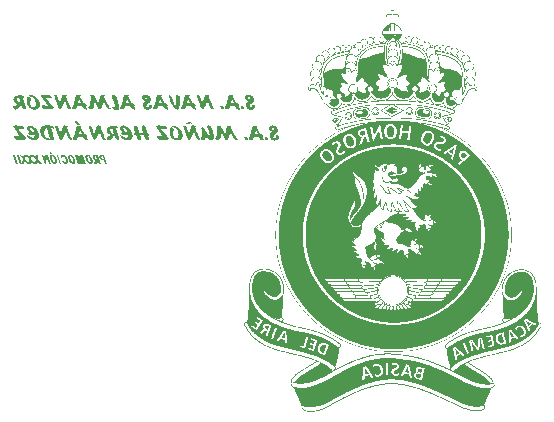
<source format=gbo>
G04*
G04 #@! TF.GenerationSoftware,Altium Limited,CircuitMaker,2.2.1 (2.2.1.6)*
G04*
G04 Layer_Color=13813960*
%FSLAX25Y25*%
%MOIN*%
G70*
G04*
G04 #@! TF.SameCoordinates,14122C10-9453-4DBA-84BC-A3BC323669C7*
G04*
G04*
G04 #@! TF.FilePolarity,Positive*
G04*
G01*
G75*
G36*
X139023Y147160D02*
X139102D01*
Y147081D01*
X139181D01*
Y146686D01*
X139260D01*
Y145816D01*
X140684D01*
Y145737D01*
X140763D01*
Y145658D01*
X140842D01*
Y144867D01*
X140763D01*
Y144788D01*
X139260D01*
Y142812D01*
X139498D01*
Y142495D01*
X139735D01*
Y142416D01*
X139972D01*
Y142337D01*
X140130D01*
Y142258D01*
X140288D01*
Y142179D01*
X140446D01*
Y142100D01*
X140605D01*
Y142021D01*
X140684D01*
Y141942D01*
X140763D01*
Y141863D01*
X140921D01*
Y141784D01*
X141000D01*
Y141705D01*
X141079D01*
Y141626D01*
X141158D01*
Y141546D01*
X141237D01*
Y141388D01*
X141316D01*
Y141309D01*
X141395D01*
Y141230D01*
X141474D01*
Y141072D01*
X141553D01*
Y140914D01*
X141632D01*
Y140756D01*
X141712D01*
Y140519D01*
X141791D01*
Y140439D01*
X142028D01*
Y139016D01*
X141791D01*
Y138779D01*
X141712D01*
Y138542D01*
X141632D01*
Y138384D01*
X141553D01*
Y138226D01*
X141474D01*
Y138067D01*
X141395D01*
Y137988D01*
X141316D01*
Y137909D01*
X141237D01*
Y137751D01*
X141474D01*
Y137830D01*
X141553D01*
Y137988D01*
X141632D01*
Y138067D01*
X141712D01*
Y138146D01*
X141791D01*
Y138226D01*
X141870D01*
Y138305D01*
X142028D01*
Y138384D01*
X142819D01*
Y138305D01*
X142977D01*
Y138226D01*
X143056D01*
Y138146D01*
X143135D01*
Y138067D01*
X143214D01*
Y137988D01*
X143372D01*
Y138146D01*
X143451D01*
Y138226D01*
X143609D01*
Y138305D01*
X143688D01*
Y138384D01*
X143846D01*
Y138463D01*
X144558D01*
Y138384D01*
X144795D01*
Y138305D01*
X144874D01*
Y138226D01*
X144954D01*
Y138146D01*
X145033D01*
Y138067D01*
X145112D01*
Y137988D01*
X145191D01*
Y137909D01*
X145349D01*
Y137988D01*
X145428D01*
Y138067D01*
X145507D01*
Y138146D01*
X145665D01*
Y138226D01*
X145902D01*
Y138305D01*
X146456D01*
Y138226D01*
X146693D01*
Y138146D01*
X146851D01*
Y138067D01*
X146930D01*
Y137988D01*
X147009D01*
Y137909D01*
X147088D01*
Y137830D01*
X147167D01*
Y137751D01*
X147247D01*
Y137593D01*
X147326D01*
Y137435D01*
X147484D01*
Y137514D01*
X147563D01*
Y137593D01*
X147721D01*
Y137672D01*
X147958D01*
Y137751D01*
X148433D01*
Y137672D01*
X148670D01*
Y137593D01*
X148828D01*
Y137514D01*
X148986D01*
Y137435D01*
X149065D01*
Y137356D01*
X149144D01*
Y137277D01*
X149223D01*
Y137119D01*
X149302D01*
Y136960D01*
X149381D01*
Y136723D01*
X149460D01*
Y136486D01*
X149539D01*
Y136565D01*
X149856D01*
Y136644D01*
X150409D01*
Y136565D01*
X150646D01*
Y136486D01*
X150805D01*
Y136407D01*
X150884D01*
Y136328D01*
X151042D01*
Y136249D01*
X151121D01*
Y136170D01*
X151200D01*
Y136091D01*
X151279D01*
Y135933D01*
X151358D01*
Y135774D01*
X151437D01*
Y135537D01*
X151516D01*
Y135300D01*
X151674D01*
Y135379D01*
X151832D01*
Y135458D01*
X152149D01*
Y135379D01*
X152386D01*
Y135300D01*
X152465D01*
Y135221D01*
X153098D01*
Y135300D01*
X153177D01*
Y135379D01*
X153335D01*
Y135458D01*
X153888D01*
Y135379D01*
X154046D01*
Y135300D01*
X154126D01*
Y135221D01*
X154205D01*
Y135142D01*
X154284D01*
Y135063D01*
X154442D01*
Y134984D01*
X154679D01*
Y135063D01*
X154758D01*
Y135142D01*
X154837D01*
Y135221D01*
X154916D01*
Y135300D01*
X154995D01*
Y135379D01*
X155154D01*
Y135458D01*
X155944D01*
Y135379D01*
X156102D01*
Y135300D01*
X156181D01*
Y135221D01*
X156340D01*
Y135063D01*
X156419D01*
Y134984D01*
X156498D01*
Y134826D01*
X156577D01*
Y134905D01*
X156656D01*
Y134984D01*
X156735D01*
Y135063D01*
X156893D01*
Y135142D01*
X157051D01*
Y135221D01*
X157842D01*
Y135142D01*
X158000D01*
Y135063D01*
X158079D01*
Y134984D01*
X158237D01*
Y134905D01*
X158316D01*
Y134747D01*
X158395D01*
Y134667D01*
X158474D01*
Y134509D01*
X158554D01*
Y134430D01*
X158633D01*
Y134509D01*
X158791D01*
Y134588D01*
X158949D01*
Y134667D01*
X159186D01*
Y134747D01*
X159581D01*
Y134667D01*
X159898D01*
Y134588D01*
X160056D01*
Y134509D01*
X160135D01*
Y134430D01*
X160214D01*
Y134351D01*
X160293D01*
Y134272D01*
X160372D01*
Y134193D01*
X160451D01*
Y134114D01*
X160530D01*
Y133956D01*
X160609D01*
Y133640D01*
X160688D01*
Y133561D01*
X160767D01*
Y133640D01*
X160926D01*
Y133719D01*
X161163D01*
Y133798D01*
X161637D01*
Y133719D01*
X161874D01*
Y133640D01*
X162032D01*
Y133561D01*
X162112D01*
Y133481D01*
X162270D01*
Y133402D01*
X162349D01*
Y133244D01*
X162428D01*
Y133165D01*
X162507D01*
Y133007D01*
X162586D01*
Y132770D01*
X162665D01*
Y132216D01*
X162744D01*
Y132295D01*
X163456D01*
Y132216D01*
X163693D01*
Y132137D01*
X163851D01*
Y132058D01*
X163930D01*
Y131979D01*
X164009D01*
Y131900D01*
X164167D01*
Y131742D01*
X164246D01*
Y131663D01*
X164326D01*
Y131584D01*
X164405D01*
Y131426D01*
X164484D01*
Y131188D01*
X164563D01*
Y130477D01*
X164484D01*
Y130239D01*
X164721D01*
Y130160D01*
X164879D01*
Y130081D01*
X165037D01*
Y130002D01*
X165195D01*
Y129923D01*
X165274D01*
Y129844D01*
X165354D01*
Y129765D01*
X165433D01*
Y129686D01*
X165512D01*
Y129607D01*
X165591D01*
Y129528D01*
X165670D01*
Y129370D01*
X165749D01*
Y129212D01*
X165828D01*
Y128895D01*
X165907D01*
Y128184D01*
X165828D01*
Y127867D01*
X165749D01*
Y127709D01*
X165670D01*
Y127630D01*
X165591D01*
Y127393D01*
X165749D01*
Y127314D01*
X165828D01*
Y127235D01*
X165907D01*
Y127156D01*
X165986D01*
Y127077D01*
X166065D01*
Y126998D01*
X166144D01*
Y126919D01*
X166223D01*
Y126760D01*
X166302D01*
Y126602D01*
X166381D01*
Y126365D01*
X166461D01*
Y125574D01*
X166381D01*
Y125258D01*
X166302D01*
Y125100D01*
X166223D01*
Y124942D01*
X166144D01*
Y124863D01*
X166065D01*
Y124784D01*
X165986D01*
Y124705D01*
X165907D01*
Y124626D01*
X165828D01*
Y124547D01*
X165749D01*
Y124467D01*
X165828D01*
Y124388D01*
X165907D01*
Y124309D01*
X165986D01*
Y124151D01*
X166065D01*
Y124072D01*
X166144D01*
Y123835D01*
X166223D01*
Y123598D01*
X166302D01*
Y122807D01*
X166223D01*
Y122570D01*
X166144D01*
Y122333D01*
X166065D01*
Y122254D01*
X166223D01*
Y122174D01*
X166302D01*
Y122095D01*
X166461D01*
Y122016D01*
X166540D01*
Y121937D01*
X166619D01*
Y121858D01*
X166698D01*
Y121700D01*
X166777D01*
Y121621D01*
X166856D01*
Y121463D01*
X166935D01*
Y121147D01*
X167014D01*
Y120830D01*
X166935D01*
Y120593D01*
X166856D01*
Y120435D01*
X166777D01*
Y120356D01*
X166698D01*
Y120277D01*
X166619D01*
Y120198D01*
X166461D01*
Y120119D01*
X165828D01*
Y120198D01*
X165907D01*
Y120277D01*
X165986D01*
Y120356D01*
X166065D01*
Y120435D01*
X166144D01*
Y120830D01*
X165986D01*
Y120909D01*
X165828D01*
Y120988D01*
X165433D01*
Y120909D01*
X165116D01*
Y120830D01*
X164879D01*
Y120751D01*
X164642D01*
Y120672D01*
X164484D01*
Y120593D01*
X164326D01*
Y120514D01*
X164246D01*
Y120356D01*
X164167D01*
Y120277D01*
X164088D01*
Y120198D01*
X164009D01*
Y120039D01*
X163930D01*
Y119960D01*
X163851D01*
Y119802D01*
X163772D01*
Y119723D01*
X163693D01*
Y119565D01*
X163614D01*
Y119486D01*
X163535D01*
Y119328D01*
X163456D01*
Y119170D01*
X163377D01*
Y119012D01*
X163298D01*
Y118933D01*
X163219D01*
Y118774D01*
X163139D01*
Y118616D01*
X163060D01*
Y118458D01*
X162981D01*
Y118300D01*
X162902D01*
Y118142D01*
X162823D01*
Y117984D01*
X162744D01*
Y117905D01*
X162665D01*
Y117746D01*
X162586D01*
Y117588D01*
X162507D01*
Y117509D01*
X162428D01*
Y117351D01*
X162349D01*
Y117272D01*
X162270D01*
Y117193D01*
X162191D01*
Y117351D01*
X162112D01*
Y117193D01*
X162191D01*
Y116956D01*
X162112D01*
Y116639D01*
X162032D01*
Y117509D01*
X161953D01*
Y117667D01*
X161874D01*
Y117826D01*
X161795D01*
Y117905D01*
X161716D01*
Y117984D01*
X161637D01*
Y118063D01*
X161558D01*
Y118142D01*
X161400D01*
Y118221D01*
X161163D01*
Y118300D01*
X160609D01*
Y118221D01*
X160372D01*
Y118142D01*
X160214D01*
Y118063D01*
X160135D01*
Y117984D01*
X160056D01*
Y117905D01*
X159977D01*
Y117826D01*
X159898D01*
Y117746D01*
X159819D01*
Y117667D01*
X159739D01*
Y117430D01*
X159660D01*
Y116639D01*
X159739D01*
Y116481D01*
X159819D01*
Y116323D01*
X159898D01*
Y116244D01*
X159977D01*
Y116165D01*
X160056D01*
Y116086D01*
X160135D01*
Y116007D01*
X160293D01*
Y115928D01*
X160451D01*
Y115849D01*
X161242D01*
Y115770D01*
X160530D01*
Y115691D01*
X160451D01*
Y115612D01*
X160372D01*
Y115533D01*
X160293D01*
Y115454D01*
X160214D01*
Y115374D01*
X160135D01*
Y115295D01*
X160056D01*
Y115216D01*
X159898D01*
Y115137D01*
X159819D01*
Y115058D01*
X159739D01*
Y114979D01*
X159581D01*
Y114900D01*
X159502D01*
Y114821D01*
X159423D01*
Y114742D01*
X159344D01*
Y114663D01*
X159186D01*
Y114584D01*
X159107D01*
Y114426D01*
X159028D01*
Y114347D01*
X158949D01*
Y114188D01*
X158870D01*
Y113951D01*
X159028D01*
Y113872D01*
X159265D01*
Y113793D01*
X159423D01*
Y113635D01*
X159502D01*
Y113161D01*
X159423D01*
Y113002D01*
X159344D01*
Y112923D01*
X159186D01*
Y112844D01*
X159107D01*
Y112765D01*
X158870D01*
Y112686D01*
X158474D01*
Y112765D01*
X158237D01*
Y112844D01*
X158000D01*
Y112607D01*
X157921D01*
Y112528D01*
X158237D01*
Y112133D01*
X158316D01*
Y111816D01*
X158158D01*
Y111895D01*
X158079D01*
Y112291D01*
X157842D01*
Y112212D01*
X157447D01*
Y112133D01*
X157130D01*
Y112054D01*
X156814D01*
Y111974D01*
X156419D01*
Y111895D01*
X156102D01*
Y111816D01*
X155786D01*
Y111737D01*
X155470D01*
Y111658D01*
X155549D01*
Y111500D01*
X155628D01*
Y111421D01*
X155707D01*
Y111263D01*
X155786D01*
Y111184D01*
X155865D01*
Y111026D01*
X155944D01*
Y110947D01*
X156023D01*
Y110788D01*
X156102D01*
Y110709D01*
X156181D01*
Y110551D01*
X156261D01*
Y110472D01*
X156340D01*
Y110314D01*
X156419D01*
Y110235D01*
X156498D01*
Y110077D01*
X156577D01*
Y109998D01*
X156656D01*
Y109839D01*
X156735D01*
Y109760D01*
X156814D01*
Y109602D01*
X156893D01*
Y109523D01*
X156972D01*
Y109365D01*
X157051D01*
Y109286D01*
X157209D01*
Y109365D01*
X157288D01*
Y109444D01*
X157367D01*
Y109523D01*
X157447D01*
Y109602D01*
X157605D01*
Y109681D01*
X157763D01*
Y109760D01*
X157921D01*
Y109681D01*
X157842D01*
Y109602D01*
X157763D01*
Y109523D01*
X157684D01*
Y109444D01*
X157605D01*
Y109365D01*
X157526D01*
Y109286D01*
X157447D01*
Y109207D01*
X157367D01*
Y109128D01*
X157288D01*
Y109049D01*
X157209D01*
Y108970D01*
X157130D01*
Y108891D01*
X157051D01*
Y108970D01*
X156972D01*
Y109128D01*
X156814D01*
Y108891D01*
X156735D01*
Y108812D01*
X156814D01*
Y108733D01*
X156972D01*
Y108653D01*
X157209D01*
Y108574D01*
X157367D01*
Y108495D01*
X157526D01*
Y108416D01*
X157684D01*
Y108337D01*
X157763D01*
Y108258D01*
X157842D01*
Y108021D01*
X157921D01*
Y107863D01*
X157842D01*
Y107626D01*
X157763D01*
Y107467D01*
X157684D01*
Y107388D01*
X157526D01*
Y107309D01*
X157209D01*
Y107388D01*
X156893D01*
Y107467D01*
X156656D01*
Y107546D01*
X156419D01*
Y107626D01*
X156261D01*
Y107705D01*
X156023D01*
Y107784D01*
X155786D01*
Y107863D01*
X155549D01*
Y107942D01*
X155312D01*
Y108021D01*
X154995D01*
Y108100D01*
X154916D01*
Y108021D01*
X154995D01*
Y107942D01*
X155233D01*
Y107863D01*
X155391D01*
Y107784D01*
X155549D01*
Y107705D01*
X155707D01*
Y107626D01*
X155944D01*
Y107546D01*
X156102D01*
Y107467D01*
X156261D01*
Y107388D01*
X156419D01*
Y107309D01*
X156577D01*
Y107230D01*
X156735D01*
Y107151D01*
X156893D01*
Y107072D01*
X157051D01*
Y106993D01*
X157209D01*
Y106914D01*
X157367D01*
Y106835D01*
X157526D01*
Y106756D01*
X157684D01*
Y106677D01*
X157763D01*
Y106598D01*
X157921D01*
Y106519D01*
X158079D01*
Y106439D01*
X158237D01*
Y106360D01*
X158395D01*
Y106281D01*
X158474D01*
Y106202D01*
X158633D01*
Y106123D01*
X158791D01*
Y106044D01*
X158949D01*
Y105965D01*
X159028D01*
Y105886D01*
X159186D01*
Y105807D01*
X159344D01*
Y105728D01*
X159502D01*
Y105649D01*
X159581D01*
Y105570D01*
X159739D01*
Y105491D01*
X159819D01*
Y105412D01*
X159977D01*
Y105333D01*
X160135D01*
Y105254D01*
X160214D01*
Y105174D01*
X160372D01*
Y105095D01*
X160451D01*
Y105016D01*
X160609D01*
Y104937D01*
X160688D01*
Y104858D01*
X160846D01*
Y104779D01*
X161005D01*
Y104700D01*
X161084D01*
Y104621D01*
X161242D01*
Y104542D01*
X161321D01*
Y104463D01*
X161400D01*
Y104384D01*
X161558D01*
Y104305D01*
X161637D01*
Y104226D01*
X161795D01*
Y104147D01*
X161874D01*
Y104067D01*
X162032D01*
Y103988D01*
X162112D01*
Y103909D01*
X162191D01*
Y103830D01*
X162349D01*
Y103751D01*
X162428D01*
Y103672D01*
X162586D01*
Y103593D01*
X162665D01*
Y103514D01*
X162744D01*
Y103435D01*
X162902D01*
Y103356D01*
X162981D01*
Y103277D01*
X163060D01*
Y103198D01*
X163139D01*
Y103119D01*
X163298D01*
Y103040D01*
X163377D01*
Y102961D01*
X163456D01*
Y102881D01*
X163614D01*
Y102802D01*
X163693D01*
Y102723D01*
X163772D01*
Y102644D01*
X163851D01*
Y102565D01*
X164009D01*
Y102486D01*
X164088D01*
Y102407D01*
X164167D01*
Y102328D01*
X164246D01*
Y102249D01*
X164326D01*
Y102170D01*
X164484D01*
Y102091D01*
X164563D01*
Y102012D01*
X164642D01*
Y101933D01*
X164721D01*
Y101854D01*
X164800D01*
Y101774D01*
X164958D01*
Y101695D01*
X165037D01*
Y101616D01*
X165116D01*
Y101537D01*
X165195D01*
Y101458D01*
X165274D01*
Y101379D01*
X165354D01*
Y101300D01*
X165433D01*
Y101221D01*
X165591D01*
Y101142D01*
X165670D01*
Y101063D01*
X165749D01*
Y100984D01*
X165828D01*
Y100905D01*
X165907D01*
Y100826D01*
X165986D01*
Y100747D01*
X166065D01*
Y100667D01*
X166144D01*
Y100588D01*
X166223D01*
Y100509D01*
X166302D01*
Y100430D01*
X166381D01*
Y100351D01*
X166461D01*
Y100272D01*
X166540D01*
Y100193D01*
X166619D01*
Y100114D01*
X166698D01*
Y100035D01*
X166777D01*
Y99956D01*
X166856D01*
Y99877D01*
X166935D01*
Y99798D01*
X167014D01*
Y99719D01*
X167093D01*
Y99639D01*
X167172D01*
Y99560D01*
X167251D01*
Y99481D01*
X167330D01*
Y99402D01*
X167409D01*
Y99323D01*
X167488D01*
Y99244D01*
X167567D01*
Y99165D01*
X167647D01*
Y99086D01*
X167726D01*
Y99007D01*
X167805D01*
Y98928D01*
X167884D01*
Y98849D01*
X167963D01*
Y98770D01*
X168042D01*
Y98691D01*
X168121D01*
Y98612D01*
X168200D01*
Y98533D01*
X168279D01*
Y98453D01*
X168358D01*
Y98374D01*
X168437D01*
Y98216D01*
X168516D01*
Y98137D01*
X168595D01*
Y98058D01*
X168674D01*
Y97979D01*
X168754D01*
Y97900D01*
X168833D01*
Y97821D01*
X168912D01*
Y97742D01*
X168991D01*
Y97663D01*
X169070D01*
Y97505D01*
X169149D01*
Y97426D01*
X169228D01*
Y97347D01*
X169307D01*
Y97267D01*
X169386D01*
Y97188D01*
X169465D01*
Y97030D01*
X169544D01*
Y96951D01*
X169623D01*
Y96872D01*
X169702D01*
Y96793D01*
X169781D01*
Y96714D01*
X169860D01*
Y96556D01*
X169939D01*
Y96477D01*
X170019D01*
Y96398D01*
X170098D01*
Y96319D01*
X170177D01*
Y96161D01*
X170256D01*
Y96081D01*
X170335D01*
Y96002D01*
X170414D01*
Y95844D01*
X170493D01*
Y95765D01*
X170572D01*
Y95686D01*
X170651D01*
Y95528D01*
X170730D01*
Y95449D01*
X170809D01*
Y95370D01*
X170888D01*
Y95212D01*
X170967D01*
Y95133D01*
X171046D01*
Y95053D01*
X171126D01*
Y94895D01*
X171205D01*
Y94816D01*
X171284D01*
Y94658D01*
X171363D01*
Y94579D01*
X171442D01*
Y94500D01*
X171521D01*
Y94342D01*
X171600D01*
Y94263D01*
X171679D01*
Y94105D01*
X171758D01*
Y94026D01*
X171837D01*
Y93867D01*
X171916D01*
Y93788D01*
X171995D01*
Y93630D01*
X172074D01*
Y93551D01*
X172153D01*
Y93393D01*
X172232D01*
Y93314D01*
X172312D01*
Y93156D01*
X172391D01*
Y93077D01*
X172470D01*
Y92919D01*
X172549D01*
Y92760D01*
X172628D01*
Y92681D01*
X172707D01*
Y92523D01*
X172786D01*
Y92444D01*
X172865D01*
Y92286D01*
X172944D01*
Y92128D01*
X173023D01*
Y92049D01*
X173102D01*
Y91891D01*
X173181D01*
Y91733D01*
X173260D01*
Y91574D01*
X173339D01*
Y91495D01*
X173419D01*
Y91337D01*
X173498D01*
Y91179D01*
X173577D01*
Y91021D01*
X173656D01*
Y90942D01*
X173735D01*
Y90784D01*
X173814D01*
Y90626D01*
X173893D01*
Y90467D01*
X173972D01*
Y90309D01*
X174051D01*
Y90151D01*
X174130D01*
Y89993D01*
X174209D01*
Y89835D01*
X174288D01*
Y89677D01*
X174367D01*
Y89519D01*
X174446D01*
Y89360D01*
X174526D01*
Y89202D01*
X174605D01*
Y89044D01*
X174684D01*
Y88886D01*
X174763D01*
Y88728D01*
X174842D01*
Y88570D01*
X174921D01*
Y88412D01*
X175000D01*
Y88174D01*
X175079D01*
Y88016D01*
X175158D01*
Y87858D01*
X175237D01*
Y87700D01*
X175316D01*
Y87463D01*
X175395D01*
Y87305D01*
X175474D01*
Y87067D01*
X175554D01*
Y86909D01*
X175633D01*
Y86751D01*
X175712D01*
Y86514D01*
X175791D01*
Y86356D01*
X175870D01*
Y86119D01*
X175949D01*
Y85881D01*
X176028D01*
Y85723D01*
X176107D01*
Y85486D01*
X176186D01*
Y85249D01*
X176265D01*
Y85012D01*
X176344D01*
Y84774D01*
X176423D01*
Y84537D01*
X176502D01*
Y84300D01*
X176581D01*
Y84063D01*
X176661D01*
Y83826D01*
X176740D01*
Y83588D01*
X176819D01*
Y83272D01*
X176898D01*
Y83035D01*
X176977D01*
Y82798D01*
X177056D01*
Y82481D01*
X177135D01*
Y82165D01*
X177214D01*
Y81849D01*
X177293D01*
Y81533D01*
X177372D01*
Y81216D01*
X177451D01*
Y80900D01*
X177530D01*
Y80505D01*
X177609D01*
Y80188D01*
X177688D01*
Y79793D01*
X177767D01*
Y79319D01*
X177847D01*
Y78923D01*
X177926D01*
Y78449D01*
X178005D01*
Y77895D01*
X178084D01*
Y77342D01*
X178163D01*
Y76709D01*
X178242D01*
Y75919D01*
X178321D01*
Y74891D01*
X178400D01*
Y72993D01*
X178479D01*
Y71649D01*
X178400D01*
Y69751D01*
X178321D01*
Y68723D01*
X178242D01*
Y67933D01*
X178163D01*
Y67300D01*
X178084D01*
Y66746D01*
X178005D01*
Y66193D01*
X177926D01*
Y65719D01*
X177847D01*
Y65244D01*
X177767D01*
Y64849D01*
X177688D01*
Y64454D01*
X177609D01*
Y64058D01*
X177530D01*
Y63742D01*
X177451D01*
Y63346D01*
X177372D01*
Y63030D01*
X177293D01*
Y62714D01*
X177214D01*
Y62398D01*
X177135D01*
Y62160D01*
X177056D01*
Y61844D01*
X176977D01*
Y61607D01*
X176898D01*
Y61291D01*
X176819D01*
Y61054D01*
X176740D01*
Y60816D01*
X176661D01*
Y60500D01*
X176581D01*
Y60263D01*
X176502D01*
Y60026D01*
X176423D01*
Y59788D01*
X176344D01*
Y59551D01*
X176265D01*
Y59393D01*
X176186D01*
Y59156D01*
X176107D01*
Y58919D01*
X176028D01*
Y58681D01*
X175949D01*
Y58523D01*
X175870D01*
Y58286D01*
X175791D01*
Y58128D01*
X175712D01*
Y57891D01*
X175633D01*
Y57733D01*
X175554D01*
Y57495D01*
X175474D01*
Y57337D01*
X175395D01*
Y57100D01*
X175316D01*
Y56942D01*
X175237D01*
Y56784D01*
X175158D01*
Y56626D01*
X175079D01*
Y56388D01*
X175000D01*
Y56230D01*
X174921D01*
Y56072D01*
X174842D01*
Y55914D01*
X174763D01*
Y55756D01*
X174684D01*
Y55598D01*
X174605D01*
Y55361D01*
X174526D01*
Y55202D01*
X174446D01*
Y55044D01*
X174367D01*
Y54886D01*
X174288D01*
Y54728D01*
X174209D01*
Y54570D01*
X174130D01*
Y54491D01*
X174051D01*
Y54333D01*
X173972D01*
Y54174D01*
X173893D01*
Y54016D01*
X173814D01*
Y53858D01*
X173735D01*
Y53700D01*
X173656D01*
Y53542D01*
X173577D01*
Y53463D01*
X173498D01*
Y53305D01*
X173419D01*
Y53146D01*
X173339D01*
Y52988D01*
X173260D01*
Y52909D01*
X173181D01*
Y52751D01*
X173102D01*
Y52593D01*
X173023D01*
Y52514D01*
X172944D01*
Y52356D01*
X172865D01*
Y52198D01*
X172786D01*
Y52039D01*
X172707D01*
Y51960D01*
X172628D01*
Y51802D01*
X172549D01*
Y51723D01*
X172470D01*
Y51565D01*
X172391D01*
Y51486D01*
X172312D01*
Y51328D01*
X172232D01*
Y51170D01*
X172153D01*
Y51091D01*
X172074D01*
Y50933D01*
X171995D01*
Y50854D01*
X171916D01*
Y50695D01*
X171837D01*
Y50616D01*
X171758D01*
Y50458D01*
X171679D01*
Y50379D01*
X171600D01*
Y50300D01*
X171521D01*
Y50142D01*
X171442D01*
Y50063D01*
X171363D01*
Y49905D01*
X171284D01*
Y49826D01*
X171205D01*
Y49667D01*
X171126D01*
Y49588D01*
X171046D01*
Y49509D01*
X170967D01*
Y49351D01*
X170888D01*
Y49272D01*
X170809D01*
Y49193D01*
X170730D01*
Y49035D01*
X170651D01*
Y48956D01*
X170572D01*
Y48877D01*
X170493D01*
Y48719D01*
X170414D01*
Y48640D01*
X170335D01*
Y48561D01*
X170256D01*
Y48402D01*
X170177D01*
Y48323D01*
X170098D01*
Y48244D01*
X170019D01*
Y48165D01*
X169939D01*
Y48007D01*
X169860D01*
Y47928D01*
X169781D01*
Y47849D01*
X169702D01*
Y47770D01*
X169623D01*
Y47612D01*
X169544D01*
Y47533D01*
X169465D01*
Y47453D01*
X169386D01*
Y47374D01*
X169307D01*
Y47295D01*
X169228D01*
Y47216D01*
X169149D01*
Y47058D01*
X169070D01*
Y46979D01*
X168991D01*
Y46900D01*
X168912D01*
Y46821D01*
X168833D01*
Y46742D01*
X168754D01*
Y46663D01*
X168674D01*
Y46505D01*
X168595D01*
Y46426D01*
X168516D01*
Y46347D01*
X168437D01*
Y46267D01*
X168358D01*
Y46188D01*
X168279D01*
Y46109D01*
X168200D01*
Y46030D01*
X168121D01*
Y45951D01*
X168042D01*
Y45872D01*
X167963D01*
Y45793D01*
X167884D01*
Y45714D01*
X167805D01*
Y45635D01*
X167726D01*
Y45477D01*
X167647D01*
Y45398D01*
X167567D01*
Y45319D01*
X167488D01*
Y45239D01*
X167409D01*
Y45160D01*
X167330D01*
Y45081D01*
X167251D01*
Y45002D01*
X167172D01*
Y44923D01*
X167093D01*
Y44844D01*
X167014D01*
Y44765D01*
X166935D01*
Y44686D01*
X166856D01*
Y44607D01*
X166777D01*
Y44528D01*
X166698D01*
Y44449D01*
X166619D01*
Y44370D01*
X166540D01*
Y44291D01*
X166461D01*
Y44212D01*
X166381D01*
Y44133D01*
X166302D01*
Y44054D01*
X166144D01*
Y43974D01*
X166065D01*
Y43895D01*
X165986D01*
Y43816D01*
X165907D01*
Y43737D01*
X165828D01*
Y43658D01*
X165749D01*
Y43579D01*
X165670D01*
Y43500D01*
X165591D01*
Y43421D01*
X165512D01*
Y43342D01*
X165433D01*
Y43263D01*
X165274D01*
Y43184D01*
X165195D01*
Y43105D01*
X165116D01*
Y43026D01*
X165037D01*
Y42946D01*
X164958D01*
Y42867D01*
X164879D01*
Y42788D01*
X164800D01*
Y42709D01*
X164642D01*
Y42630D01*
X164563D01*
Y42551D01*
X164484D01*
Y42472D01*
X164405D01*
Y42393D01*
X164326D01*
Y42314D01*
X164167D01*
Y42235D01*
X164088D01*
Y42156D01*
X164009D01*
Y42077D01*
X163930D01*
Y41998D01*
X163772D01*
Y41919D01*
X163693D01*
Y41840D01*
X163614D01*
Y41761D01*
X163535D01*
Y41681D01*
X163377D01*
Y41602D01*
X163298D01*
Y41523D01*
X163219D01*
Y41444D01*
X163139D01*
Y41365D01*
X162981D01*
Y41286D01*
X162902D01*
Y41207D01*
X162823D01*
Y41128D01*
X162665D01*
Y41049D01*
X162586D01*
Y40970D01*
X162507D01*
Y40891D01*
X162349D01*
Y40812D01*
X162270D01*
Y40733D01*
X162112D01*
Y40653D01*
X162032D01*
Y40574D01*
X161953D01*
Y40495D01*
X161795D01*
Y40416D01*
X161716D01*
Y40337D01*
X161558D01*
Y40258D01*
X161479D01*
Y40179D01*
X161321D01*
Y40100D01*
X161242D01*
Y40021D01*
X161084D01*
Y39942D01*
X161005D01*
Y39863D01*
X160846D01*
Y39784D01*
X160767D01*
Y39705D01*
X160609D01*
Y39626D01*
X160530D01*
Y39546D01*
X160372D01*
Y39467D01*
X160293D01*
Y39388D01*
X160135D01*
Y39309D01*
X159977D01*
Y39230D01*
X159898D01*
Y39151D01*
X159739D01*
Y39072D01*
X159660D01*
Y38993D01*
X159502D01*
Y38914D01*
X159344D01*
Y38835D01*
X159265D01*
Y38756D01*
X159107D01*
Y38677D01*
X158949D01*
Y38598D01*
X158870D01*
Y38519D01*
X158712D01*
Y38440D01*
X158554D01*
Y38361D01*
X158395D01*
Y38281D01*
X158237D01*
Y38202D01*
X158158D01*
Y38123D01*
X158000D01*
Y38044D01*
X157842D01*
Y37965D01*
X157684D01*
Y37886D01*
X157526D01*
Y37807D01*
X157367D01*
Y37728D01*
X157209D01*
Y37649D01*
X157051D01*
Y37570D01*
X156893D01*
Y37491D01*
X156735D01*
Y37412D01*
X156577D01*
Y37333D01*
X156419D01*
Y37253D01*
X156261D01*
Y37174D01*
X156102D01*
Y37095D01*
X155944D01*
Y37016D01*
X155786D01*
Y36937D01*
X155628D01*
Y36858D01*
X155470D01*
Y36779D01*
X155312D01*
Y36700D01*
X155074D01*
Y36621D01*
X154916D01*
Y36542D01*
X154758D01*
Y36463D01*
X154521D01*
Y36384D01*
X154363D01*
Y36305D01*
X154126D01*
Y36226D01*
X153967D01*
Y36147D01*
X153809D01*
Y36067D01*
X153572D01*
Y35988D01*
X153335D01*
Y35909D01*
X153177D01*
Y35830D01*
X152939D01*
Y35751D01*
X152702D01*
Y35672D01*
X152544D01*
Y35593D01*
X152307D01*
Y35514D01*
X152070D01*
Y35435D01*
X151832D01*
Y35356D01*
X151595D01*
Y35277D01*
X151358D01*
Y35198D01*
X151121D01*
Y35119D01*
X150884D01*
Y35039D01*
X150646D01*
Y34960D01*
X150330D01*
Y34881D01*
X150093D01*
Y34802D01*
X149777D01*
Y34723D01*
X149539D01*
Y34644D01*
X149223D01*
Y34565D01*
X148907D01*
Y34486D01*
X148591D01*
Y34407D01*
X148274D01*
Y34328D01*
X147958D01*
Y34249D01*
X147563D01*
Y34170D01*
X147167D01*
Y34091D01*
X146772D01*
Y34012D01*
X146377D01*
Y33933D01*
X145981D01*
Y33854D01*
X145507D01*
Y33774D01*
X144954D01*
Y33695D01*
X144400D01*
Y33616D01*
X143767D01*
Y33537D01*
X143135D01*
Y33458D01*
X142186D01*
Y33379D01*
X140921D01*
Y33300D01*
X137205D01*
Y33379D01*
X135861D01*
Y33458D01*
X134991D01*
Y33537D01*
X134279D01*
Y33616D01*
X133726D01*
Y33695D01*
X133093D01*
Y33774D01*
X132619D01*
Y33854D01*
X132144D01*
Y33933D01*
X131670D01*
Y34012D01*
X131274D01*
Y34091D01*
X130879D01*
Y34170D01*
X130563D01*
Y34249D01*
X130167D01*
Y34328D01*
X129851D01*
Y34407D01*
X129535D01*
Y34486D01*
X129219D01*
Y34565D01*
X128902D01*
Y34644D01*
X128586D01*
Y34723D01*
X128349D01*
Y34802D01*
X128033D01*
Y34881D01*
X127795D01*
Y34960D01*
X127479D01*
Y35039D01*
X127242D01*
Y35119D01*
X127005D01*
Y35198D01*
X126767D01*
Y35277D01*
X126530D01*
Y35356D01*
X126293D01*
Y35435D01*
X126056D01*
Y35514D01*
X125819D01*
Y35593D01*
X125581D01*
Y35672D01*
X125344D01*
Y35751D01*
X125186D01*
Y35830D01*
X124949D01*
Y35909D01*
X124712D01*
Y35988D01*
X124554D01*
Y36067D01*
X124316D01*
Y36147D01*
X124158D01*
Y36226D01*
X123921D01*
Y36305D01*
X123763D01*
Y36384D01*
X123605D01*
Y36463D01*
X123367D01*
Y36542D01*
X123209D01*
Y36621D01*
X123051D01*
Y36700D01*
X122814D01*
Y36779D01*
X122656D01*
Y36858D01*
X122498D01*
Y36937D01*
X122339D01*
Y37016D01*
X122181D01*
Y37095D01*
X122023D01*
Y37174D01*
X121786D01*
Y37253D01*
X121628D01*
Y37333D01*
X121470D01*
Y37412D01*
X121312D01*
Y37491D01*
X121153D01*
Y37570D01*
X120995D01*
Y37649D01*
X120837D01*
Y37728D01*
X120758D01*
Y37807D01*
X120600D01*
Y37886D01*
X120442D01*
Y37965D01*
X120284D01*
Y38044D01*
X120126D01*
Y38123D01*
X119967D01*
Y38202D01*
X119809D01*
Y38281D01*
X119730D01*
Y38361D01*
X119572D01*
Y38440D01*
X119414D01*
Y38519D01*
X119256D01*
Y38598D01*
X119177D01*
Y38677D01*
X119019D01*
Y38756D01*
X118860D01*
Y38835D01*
X118702D01*
Y38914D01*
X118623D01*
Y38993D01*
X118465D01*
Y39072D01*
X118386D01*
Y39151D01*
X118228D01*
Y39230D01*
X118070D01*
Y39309D01*
X117991D01*
Y39388D01*
X117833D01*
Y39467D01*
X117754D01*
Y39546D01*
X117595D01*
Y39626D01*
X117437D01*
Y39705D01*
X117358D01*
Y39784D01*
X117200D01*
Y39863D01*
X117121D01*
Y39942D01*
X116963D01*
Y40021D01*
X116884D01*
Y40100D01*
X116726D01*
Y40179D01*
X116647D01*
Y40258D01*
X116567D01*
Y40337D01*
X116409D01*
Y40416D01*
X116330D01*
Y40495D01*
X116172D01*
Y40574D01*
X116093D01*
Y40653D01*
X115935D01*
Y40733D01*
X115856D01*
Y40812D01*
X115777D01*
Y40891D01*
X115619D01*
Y40970D01*
X115540D01*
Y41049D01*
X115461D01*
Y41128D01*
X115302D01*
Y41207D01*
X115223D01*
Y41286D01*
X115144D01*
Y41365D01*
X114986D01*
Y41444D01*
X114907D01*
Y41523D01*
X114828D01*
Y41602D01*
X114670D01*
Y41681D01*
X114591D01*
Y41761D01*
X114512D01*
Y41840D01*
X114433D01*
Y41919D01*
X114274D01*
Y41998D01*
X114195D01*
Y42077D01*
X114116D01*
Y42156D01*
X114037D01*
Y42235D01*
X113879D01*
Y42314D01*
X113800D01*
Y42393D01*
X113721D01*
Y42472D01*
X113642D01*
Y42551D01*
X113563D01*
Y42630D01*
X113405D01*
Y42709D01*
X113326D01*
Y42788D01*
X113247D01*
Y42867D01*
X113167D01*
Y42946D01*
X113088D01*
Y43026D01*
X113009D01*
Y43105D01*
X112851D01*
Y43184D01*
X112772D01*
Y43263D01*
X112693D01*
Y43342D01*
X112614D01*
Y43421D01*
X112535D01*
Y43500D01*
X112456D01*
Y43579D01*
X112377D01*
Y43658D01*
X112298D01*
Y43737D01*
X112219D01*
Y43816D01*
X112139D01*
Y43895D01*
X111981D01*
Y43974D01*
X111902D01*
Y44054D01*
X111823D01*
Y44133D01*
X111744D01*
Y44212D01*
X111665D01*
Y44291D01*
X111586D01*
Y44370D01*
X111507D01*
Y44449D01*
X111428D01*
Y44528D01*
X111349D01*
Y44607D01*
X111270D01*
Y44686D01*
X111191D01*
Y44765D01*
X111112D01*
Y44844D01*
X111032D01*
Y44923D01*
X110953D01*
Y45002D01*
X110874D01*
Y45081D01*
X110795D01*
Y45160D01*
X110716D01*
Y45239D01*
X110637D01*
Y45319D01*
X110558D01*
Y45398D01*
X110479D01*
Y45477D01*
X110400D01*
Y45556D01*
X110321D01*
Y45635D01*
X110242D01*
Y45714D01*
X110163D01*
Y45793D01*
X110084D01*
Y45951D01*
X110005D01*
Y46030D01*
X109926D01*
Y46109D01*
X109846D01*
Y46188D01*
X109767D01*
Y46267D01*
X109688D01*
Y46347D01*
X109609D01*
Y46426D01*
X109530D01*
Y46505D01*
X109451D01*
Y46584D01*
X109372D01*
Y46742D01*
X109293D01*
Y46821D01*
X109214D01*
Y46900D01*
X109135D01*
Y46979D01*
X109056D01*
Y47058D01*
X108977D01*
Y47137D01*
X108898D01*
Y47295D01*
X108819D01*
Y47374D01*
X108739D01*
Y47453D01*
X108660D01*
Y47533D01*
X108581D01*
Y47612D01*
X108502D01*
Y47770D01*
X108423D01*
Y47849D01*
X108344D01*
Y47928D01*
X108265D01*
Y48007D01*
X108186D01*
Y48086D01*
X108107D01*
Y48244D01*
X108028D01*
Y48323D01*
X107949D01*
Y48402D01*
X107870D01*
Y48561D01*
X107791D01*
Y48640D01*
X107712D01*
Y48719D01*
X107633D01*
Y48798D01*
X107554D01*
Y48956D01*
X107474D01*
Y49035D01*
X107395D01*
Y49114D01*
X107316D01*
Y49272D01*
X107237D01*
Y49351D01*
X107158D01*
Y49430D01*
X107079D01*
Y49588D01*
X107000D01*
Y49667D01*
X106921D01*
Y49826D01*
X106842D01*
Y49905D01*
X106763D01*
Y49984D01*
X106684D01*
Y50142D01*
X106605D01*
Y50221D01*
X106526D01*
Y50379D01*
X106447D01*
Y50458D01*
X106367D01*
Y50616D01*
X106288D01*
Y50695D01*
X106209D01*
Y50854D01*
X106130D01*
Y50933D01*
X106051D01*
Y51091D01*
X105972D01*
Y51170D01*
X105893D01*
Y51328D01*
X105814D01*
Y51407D01*
X105735D01*
Y51565D01*
X105656D01*
Y51644D01*
X105577D01*
Y51802D01*
X105498D01*
Y51960D01*
X105419D01*
Y52039D01*
X105340D01*
Y52198D01*
X105261D01*
Y52356D01*
X105181D01*
Y52435D01*
X105102D01*
Y52593D01*
X105023D01*
Y52751D01*
X104944D01*
Y52830D01*
X104865D01*
Y52988D01*
X104786D01*
Y53146D01*
X104707D01*
Y53305D01*
X104628D01*
Y53384D01*
X104549D01*
Y53542D01*
X104470D01*
Y53700D01*
X104391D01*
Y53858D01*
X104312D01*
Y54016D01*
X104233D01*
Y54174D01*
X104154D01*
Y54254D01*
X104074D01*
Y54412D01*
X103995D01*
Y54570D01*
X103916D01*
Y54728D01*
X103837D01*
Y54886D01*
X103758D01*
Y55044D01*
X103679D01*
Y55202D01*
X103600D01*
Y55361D01*
X103521D01*
Y55519D01*
X103442D01*
Y55677D01*
X103363D01*
Y55835D01*
X103284D01*
Y56072D01*
X103205D01*
Y56230D01*
X103126D01*
Y56388D01*
X103047D01*
Y56546D01*
X102967D01*
Y56705D01*
X102888D01*
Y56942D01*
X102809D01*
Y57100D01*
X102730D01*
Y57258D01*
X102651D01*
Y57495D01*
X102572D01*
Y57653D01*
X102493D01*
Y57891D01*
X102414D01*
Y58049D01*
X102335D01*
Y58286D01*
X102256D01*
Y58444D01*
X102177D01*
Y58681D01*
X102098D01*
Y58919D01*
X102019D01*
Y59077D01*
X101939D01*
Y59314D01*
X101860D01*
Y59551D01*
X101781D01*
Y59788D01*
X101702D01*
Y60026D01*
X101623D01*
Y60263D01*
X101544D01*
Y60500D01*
X101465D01*
Y60737D01*
X101386D01*
Y60974D01*
X101307D01*
Y61291D01*
X101228D01*
Y61528D01*
X101149D01*
Y61844D01*
X101070D01*
Y62081D01*
X100991D01*
Y62398D01*
X100912D01*
Y62714D01*
X100833D01*
Y63030D01*
X100753D01*
Y63346D01*
X100674D01*
Y63663D01*
X100595D01*
Y64058D01*
X100516D01*
Y64374D01*
X100437D01*
Y64770D01*
X100358D01*
Y65244D01*
X100279D01*
Y65640D01*
X100200D01*
Y66114D01*
X100121D01*
Y66667D01*
X100042D01*
Y67221D01*
X99963D01*
Y67853D01*
X99884D01*
Y68565D01*
X99805D01*
Y69514D01*
X99726D01*
Y71095D01*
X99647D01*
Y73546D01*
X99726D01*
Y75049D01*
X99805D01*
Y75998D01*
X99884D01*
Y76788D01*
X99963D01*
Y77421D01*
X100042D01*
Y77974D01*
X100121D01*
Y78528D01*
X100200D01*
Y79002D01*
X100279D01*
Y79398D01*
X100358D01*
Y79793D01*
X100437D01*
Y80188D01*
X100516D01*
Y80584D01*
X100595D01*
Y80979D01*
X100674D01*
Y81295D01*
X100753D01*
Y81612D01*
X100833D01*
Y81928D01*
X100912D01*
Y82244D01*
X100991D01*
Y82481D01*
X101070D01*
Y82798D01*
X101149D01*
Y83114D01*
X101228D01*
Y83351D01*
X101307D01*
Y83588D01*
X101386D01*
Y83905D01*
X101465D01*
Y84142D01*
X101544D01*
Y84379D01*
X101623D01*
Y84616D01*
X101702D01*
Y84854D01*
X101781D01*
Y85091D01*
X101860D01*
Y85328D01*
X101939D01*
Y85486D01*
X102019D01*
Y85723D01*
X102098D01*
Y85961D01*
X102177D01*
Y86119D01*
X102256D01*
Y86356D01*
X102335D01*
Y86593D01*
X102414D01*
Y86751D01*
X102493D01*
Y86909D01*
X102572D01*
Y87147D01*
X102651D01*
Y87305D01*
X102730D01*
Y87542D01*
X102809D01*
Y87700D01*
X102888D01*
Y87858D01*
X102967D01*
Y88016D01*
X103047D01*
Y88253D01*
X103126D01*
Y88412D01*
X103205D01*
Y88570D01*
X103284D01*
Y88728D01*
X103363D01*
Y88886D01*
X103442D01*
Y89044D01*
X103521D01*
Y89281D01*
X103600D01*
Y89439D01*
X103679D01*
Y89598D01*
X103758D01*
Y89756D01*
X103837D01*
Y89914D01*
X103916D01*
Y90072D01*
X103995D01*
Y90151D01*
X104074D01*
Y90309D01*
X104154D01*
Y90467D01*
X104233D01*
Y90626D01*
X104312D01*
Y90784D01*
X104391D01*
Y90942D01*
X104470D01*
Y91100D01*
X104549D01*
Y91179D01*
X104628D01*
Y91337D01*
X104707D01*
Y91495D01*
X104786D01*
Y91654D01*
X104865D01*
Y91733D01*
X104944D01*
Y91891D01*
X105023D01*
Y92049D01*
X105102D01*
Y92128D01*
X105181D01*
Y92286D01*
X105261D01*
Y92444D01*
X105340D01*
Y92523D01*
X105419D01*
Y92681D01*
X105498D01*
Y92839D01*
X105577D01*
Y92919D01*
X105656D01*
Y93077D01*
X105735D01*
Y93156D01*
X105814D01*
Y93314D01*
X105893D01*
Y93472D01*
X105972D01*
Y93551D01*
X106051D01*
Y93709D01*
X106130D01*
Y93788D01*
X106209D01*
Y93946D01*
X106288D01*
Y94026D01*
X106367D01*
Y94184D01*
X106447D01*
Y94263D01*
X106526D01*
Y94342D01*
X106605D01*
Y94500D01*
X106684D01*
Y94579D01*
X106763D01*
Y94737D01*
X106842D01*
Y94816D01*
X106921D01*
Y94974D01*
X107000D01*
Y95053D01*
X107079D01*
Y95133D01*
X107158D01*
Y95291D01*
X107237D01*
Y95370D01*
X107316D01*
Y95449D01*
X107395D01*
Y95607D01*
X107474D01*
Y95686D01*
X107554D01*
Y95765D01*
X107633D01*
Y95923D01*
X107712D01*
Y96002D01*
X107791D01*
Y96081D01*
X107870D01*
Y96161D01*
X107949D01*
Y96319D01*
X108028D01*
Y96398D01*
X108107D01*
Y96477D01*
X108186D01*
Y96556D01*
X108265D01*
Y96714D01*
X108344D01*
Y96793D01*
X108423D01*
Y96872D01*
X108502D01*
Y96951D01*
X108581D01*
Y97109D01*
X108660D01*
Y97188D01*
X108739D01*
Y97267D01*
X108819D01*
Y97347D01*
X108898D01*
Y97426D01*
X108977D01*
Y97584D01*
X109056D01*
Y97663D01*
X109135D01*
Y97742D01*
X109214D01*
Y97821D01*
X109293D01*
Y97900D01*
X109372D01*
Y97979D01*
X109451D01*
Y98058D01*
X109530D01*
Y98216D01*
X109609D01*
Y98295D01*
X109688D01*
Y98374D01*
X109767D01*
Y98453D01*
X109846D01*
Y98533D01*
X109926D01*
Y98612D01*
X110005D01*
Y98691D01*
X110084D01*
Y98770D01*
X110163D01*
Y98849D01*
X110242D01*
Y98928D01*
X110321D01*
Y99007D01*
X110400D01*
Y99086D01*
X110479D01*
Y99244D01*
X110558D01*
Y99323D01*
X110637D01*
Y99402D01*
X110716D01*
Y99481D01*
X110795D01*
Y99560D01*
X110874D01*
Y99639D01*
X110953D01*
Y99719D01*
X111032D01*
Y99798D01*
X111112D01*
Y99877D01*
X111191D01*
Y99956D01*
X111270D01*
Y100035D01*
X111349D01*
Y100114D01*
X111428D01*
Y100193D01*
X111507D01*
Y100272D01*
X111665D01*
Y100351D01*
X111744D01*
Y100430D01*
X111823D01*
Y100509D01*
X111902D01*
Y100588D01*
X111981D01*
Y100667D01*
X112060D01*
Y100747D01*
X112139D01*
Y100826D01*
X112219D01*
Y100905D01*
X112298D01*
Y100984D01*
X112377D01*
Y101063D01*
X112456D01*
Y101142D01*
X112535D01*
Y101221D01*
X112614D01*
Y101300D01*
X112772D01*
Y101379D01*
X112851D01*
Y101458D01*
X112930D01*
Y101537D01*
X113009D01*
Y101616D01*
X113088D01*
Y101695D01*
X113167D01*
Y101774D01*
X113247D01*
Y101854D01*
X113405D01*
Y101933D01*
X113484D01*
Y102012D01*
X113563D01*
Y102091D01*
X113642D01*
Y102170D01*
X113721D01*
Y102249D01*
X113879D01*
Y102328D01*
X113958D01*
Y102407D01*
X114037D01*
Y102486D01*
X114116D01*
Y102565D01*
X114195D01*
Y102644D01*
X114354D01*
Y102723D01*
X114433D01*
Y102802D01*
X114512D01*
Y102881D01*
X114591D01*
Y102961D01*
X114749D01*
Y103040D01*
X114828D01*
Y103119D01*
X114907D01*
Y103198D01*
X115065D01*
Y103277D01*
X115144D01*
Y103356D01*
X115223D01*
Y103435D01*
X115381D01*
Y103514D01*
X115461D01*
Y103593D01*
X115540D01*
Y103672D01*
X115698D01*
Y103751D01*
X115777D01*
Y103830D01*
X115856D01*
Y103909D01*
X116014D01*
Y103988D01*
X116093D01*
Y104067D01*
X116251D01*
Y104147D01*
X116330D01*
Y104226D01*
X116488D01*
Y104305D01*
X116567D01*
Y104384D01*
X116647D01*
Y104463D01*
X116805D01*
Y104542D01*
X116884D01*
Y104621D01*
X117042D01*
Y104700D01*
X117121D01*
Y104779D01*
X117279D01*
Y104858D01*
X117358D01*
Y104937D01*
X117516D01*
Y105016D01*
X117595D01*
Y105095D01*
X117754D01*
Y105174D01*
X117912D01*
Y105254D01*
X117991D01*
Y105333D01*
X118149D01*
Y105412D01*
X118228D01*
Y105491D01*
X118386D01*
Y105570D01*
X118544D01*
Y105649D01*
X118623D01*
Y105728D01*
X118781D01*
Y105807D01*
X118939D01*
Y105886D01*
X119019D01*
Y105965D01*
X119177D01*
Y106044D01*
X119335D01*
Y106123D01*
X119493D01*
Y106202D01*
X119572D01*
Y106281D01*
X119730D01*
Y106360D01*
X119888D01*
Y106439D01*
X120046D01*
Y106519D01*
X120205D01*
Y106598D01*
X120284D01*
Y106677D01*
X120442D01*
Y106756D01*
X120600D01*
Y106835D01*
X120758D01*
Y106914D01*
X120916D01*
Y106993D01*
X121074D01*
Y107072D01*
X121232D01*
Y107151D01*
X121391D01*
Y107230D01*
X121549D01*
Y107309D01*
X121707D01*
Y107388D01*
X121865D01*
Y107467D01*
X122023D01*
Y107546D01*
X122181D01*
Y107626D01*
X122339D01*
Y107705D01*
X122577D01*
Y107784D01*
X122735D01*
Y107863D01*
X122893D01*
Y107942D01*
D01*
D01*
X122656D01*
Y107863D01*
X122419D01*
Y107784D01*
X122102D01*
Y107705D01*
X121865D01*
Y107626D01*
X121628D01*
Y107546D01*
X121391D01*
Y107467D01*
X121232D01*
Y107388D01*
X120995D01*
Y107309D01*
X120758D01*
Y107230D01*
X120521D01*
Y107151D01*
X119967D01*
Y107230D01*
X119888D01*
Y107309D01*
X119809D01*
Y107388D01*
X119730D01*
Y107467D01*
X119651D01*
Y107705D01*
X119572D01*
Y108021D01*
X119651D01*
Y108179D01*
X119730D01*
Y108258D01*
X119809D01*
Y108337D01*
X119888D01*
Y108416D01*
X120126D01*
Y108495D01*
X120284D01*
Y108574D01*
X120521D01*
Y108653D01*
X120600D01*
Y108812D01*
X120521D01*
Y108891D01*
X120442D01*
Y108733D01*
X120363D01*
Y108653D01*
X120284D01*
Y108733D01*
X120205D01*
Y108812D01*
X120126D01*
Y108891D01*
X120046D01*
Y108970D01*
X119967D01*
Y109049D01*
X119888D01*
Y109128D01*
X119809D01*
Y109207D01*
X119730D01*
Y109286D01*
X119651D01*
Y109365D01*
X119572D01*
Y109444D01*
X119651D01*
Y109365D01*
X119967D01*
Y109286D01*
X120046D01*
Y109207D01*
X120126D01*
Y109128D01*
X120205D01*
Y109049D01*
X120363D01*
Y109128D01*
X120442D01*
Y109286D01*
X120521D01*
Y109365D01*
X120600D01*
Y109444D01*
X120679D01*
Y109602D01*
X120758D01*
Y109681D01*
X120837D01*
Y109839D01*
X120916D01*
Y109919D01*
X120995D01*
Y110077D01*
X121074D01*
Y110156D01*
X121153D01*
Y110314D01*
X121232D01*
Y110393D01*
X121312D01*
Y110551D01*
X121391D01*
Y110630D01*
X121470D01*
Y110709D01*
X121549D01*
Y110867D01*
X121628D01*
Y110947D01*
X121707D01*
Y111105D01*
X121786D01*
Y111184D01*
X121865D01*
Y111342D01*
X121944D01*
Y111500D01*
X121628D01*
Y111579D01*
X121312D01*
Y111658D01*
X120916D01*
Y111737D01*
X120600D01*
Y111816D01*
X120284D01*
Y111895D01*
X119967D01*
Y111974D01*
X119651D01*
Y112054D01*
X119414D01*
Y111816D01*
X119335D01*
Y111500D01*
X119256D01*
Y111579D01*
X119098D01*
Y111658D01*
X119177D01*
Y112054D01*
X119256D01*
Y112370D01*
X119335D01*
Y112291D01*
X119414D01*
Y112449D01*
X119177D01*
Y112370D01*
X118702D01*
Y112449D01*
X118465D01*
Y112528D01*
X118386D01*
Y112607D01*
X118228D01*
Y112765D01*
X118149D01*
Y112923D01*
X118070D01*
Y113240D01*
X118149D01*
Y113398D01*
X118228D01*
Y113477D01*
X118386D01*
Y113556D01*
X118544D01*
Y113635D01*
X118781D01*
Y113714D01*
X118939D01*
Y113951D01*
X118860D01*
Y114188D01*
X118781D01*
Y114347D01*
X118465D01*
Y114426D01*
X118307D01*
Y114505D01*
X118070D01*
Y114584D01*
X117991D01*
Y114663D01*
X117833D01*
Y114742D01*
X117674D01*
Y114821D01*
X117595D01*
Y114900D01*
X117516D01*
Y114979D01*
X117358D01*
Y115058D01*
X117279D01*
Y115137D01*
X117200D01*
Y115216D01*
X117121D01*
Y115295D01*
X117042D01*
Y115374D01*
X116963D01*
Y115454D01*
X116884D01*
Y115612D01*
X116805D01*
Y115691D01*
X116726D01*
Y115770D01*
X116647D01*
Y115849D01*
X116330D01*
Y115928D01*
X116172D01*
Y116007D01*
X116014D01*
Y116086D01*
X115935D01*
Y116165D01*
X115856D01*
Y116244D01*
X115777D01*
Y116323D01*
X115698D01*
Y116402D01*
X115619D01*
Y116560D01*
X115540D01*
Y116719D01*
X115461D01*
Y116956D01*
X115381D01*
Y117272D01*
X115302D01*
Y117351D01*
X115223D01*
Y117430D01*
X115144D01*
Y117588D01*
X115065D01*
Y117667D01*
X114986D01*
Y117826D01*
X114907D01*
Y117984D01*
X114828D01*
Y118063D01*
X114749D01*
Y118221D01*
X114670D01*
Y118379D01*
X114591D01*
Y118537D01*
X114512D01*
Y118695D01*
X114433D01*
Y118853D01*
X114354D01*
Y119012D01*
X114274D01*
Y119091D01*
X114195D01*
Y119249D01*
X114116D01*
Y119407D01*
X114037D01*
Y119565D01*
X113958D01*
Y119644D01*
X113879D01*
Y119802D01*
X113800D01*
Y119881D01*
X113721D01*
Y120039D01*
X113642D01*
Y120119D01*
X113563D01*
Y120277D01*
X113484D01*
Y120356D01*
X113405D01*
Y120435D01*
X113326D01*
Y120593D01*
X113167D01*
Y120672D01*
X113088D01*
Y120751D01*
X112851D01*
Y120830D01*
X112693D01*
Y120909D01*
X112456D01*
Y120988D01*
X112219D01*
Y121067D01*
X111665D01*
Y120988D01*
X111507D01*
Y120909D01*
X111428D01*
Y120751D01*
X111349D01*
Y120672D01*
X111428D01*
Y120514D01*
X111507D01*
Y120435D01*
X111586D01*
Y120356D01*
X111665D01*
Y120277D01*
X111744D01*
Y120198D01*
X111112D01*
Y120277D01*
X111032D01*
Y120356D01*
X110874D01*
Y120435D01*
X110795D01*
Y120514D01*
X110716D01*
Y120672D01*
X110637D01*
Y120909D01*
X110558D01*
Y121305D01*
X110637D01*
Y121542D01*
X110716D01*
Y121700D01*
X110795D01*
Y121858D01*
X110874D01*
Y121937D01*
X110953D01*
Y122016D01*
X111032D01*
Y122095D01*
X111112D01*
Y122174D01*
X111191D01*
Y122254D01*
X111349D01*
Y122333D01*
X111507D01*
Y122412D01*
X111586D01*
Y122649D01*
X111507D01*
Y122965D01*
X111428D01*
Y123440D01*
X111507D01*
Y123756D01*
X111586D01*
Y123993D01*
X111665D01*
Y124151D01*
X111744D01*
Y124230D01*
X111823D01*
Y124388D01*
X111902D01*
Y124467D01*
X111981D01*
Y124547D01*
X111902D01*
Y124626D01*
X111823D01*
Y124705D01*
X111744D01*
Y124784D01*
X111665D01*
Y124942D01*
X111586D01*
Y125021D01*
X111507D01*
Y125179D01*
X111428D01*
Y125337D01*
X111349D01*
Y125733D01*
X111270D01*
Y126207D01*
X111349D01*
Y126523D01*
X111428D01*
Y126681D01*
X111507D01*
Y126839D01*
X111586D01*
Y126919D01*
X111665D01*
Y127077D01*
X111744D01*
Y127156D01*
X111823D01*
Y127235D01*
X111902D01*
Y127314D01*
X112060D01*
Y127393D01*
X112139D01*
Y127472D01*
X112219D01*
Y127551D01*
X112139D01*
Y127630D01*
X112060D01*
Y127788D01*
X111981D01*
Y127946D01*
X111902D01*
Y128342D01*
X111823D01*
Y128737D01*
X111902D01*
Y129133D01*
X111981D01*
Y129291D01*
X112060D01*
Y129449D01*
X112139D01*
Y129528D01*
X112219D01*
Y129686D01*
X112298D01*
Y129765D01*
X112377D01*
Y129844D01*
X112456D01*
Y129923D01*
X112614D01*
Y130002D01*
X112693D01*
Y130081D01*
X112851D01*
Y130160D01*
X113088D01*
Y130239D01*
X113247D01*
Y130635D01*
X113167D01*
Y130951D01*
X113247D01*
Y131346D01*
X113326D01*
Y131505D01*
X113405D01*
Y131663D01*
X113484D01*
Y131742D01*
X113563D01*
Y131821D01*
X113642D01*
Y131900D01*
X113721D01*
Y131979D01*
X113800D01*
Y132058D01*
X113958D01*
Y132137D01*
X114116D01*
Y132216D01*
X114354D01*
Y132295D01*
X114986D01*
Y132216D01*
X115144D01*
Y132928D01*
X115223D01*
Y133086D01*
X115302D01*
Y133244D01*
X115381D01*
Y133323D01*
X115461D01*
Y133402D01*
X115540D01*
Y133481D01*
X115619D01*
Y133561D01*
X115777D01*
Y133640D01*
X115856D01*
Y133719D01*
X116172D01*
Y133798D01*
X116567D01*
Y133719D01*
X116884D01*
Y133640D01*
X117042D01*
Y133561D01*
X117121D01*
Y133877D01*
X117200D01*
Y134035D01*
X117279D01*
Y134193D01*
X117358D01*
Y134272D01*
X117437D01*
Y134351D01*
X117516D01*
Y134430D01*
X117595D01*
Y134509D01*
X117754D01*
Y134588D01*
X117912D01*
Y134667D01*
X118228D01*
Y134747D01*
X118544D01*
Y134667D01*
X118781D01*
Y134588D01*
X119019D01*
Y134509D01*
X119098D01*
Y134430D01*
X119256D01*
Y134588D01*
X119335D01*
Y134747D01*
X119414D01*
Y134826D01*
X119493D01*
Y134905D01*
X119572D01*
Y134984D01*
X119651D01*
Y135063D01*
X119809D01*
Y135142D01*
X119967D01*
Y135221D01*
X120679D01*
Y135142D01*
X120916D01*
Y135063D01*
X120995D01*
Y134984D01*
X121074D01*
Y134905D01*
X121153D01*
Y134826D01*
X121232D01*
Y134905D01*
X121312D01*
Y135063D01*
X121391D01*
Y135142D01*
X121470D01*
Y135221D01*
X121549D01*
Y135300D01*
X121628D01*
Y135379D01*
X121786D01*
Y135458D01*
X122577D01*
Y135379D01*
X122735D01*
Y135300D01*
X122814D01*
Y135221D01*
X122893D01*
Y135142D01*
X122972D01*
Y135063D01*
X123051D01*
Y134984D01*
X123288D01*
Y135063D01*
X123447D01*
Y135142D01*
X123526D01*
Y135221D01*
X123605D01*
Y135300D01*
X123763D01*
Y135379D01*
X123921D01*
Y135458D01*
X124395D01*
Y135379D01*
X124554D01*
Y135300D01*
X124712D01*
Y135221D01*
X125265D01*
Y135300D01*
X125423D01*
Y135379D01*
X125581D01*
Y135458D01*
X125898D01*
Y135379D01*
X125977D01*
Y135458D01*
X126056D01*
Y135695D01*
X126135D01*
Y135854D01*
X126214D01*
Y135933D01*
X126293D01*
Y136091D01*
X126372D01*
Y136170D01*
X126530D01*
Y136249D01*
X126609D01*
Y136328D01*
X126767D01*
Y136407D01*
X126926D01*
Y136486D01*
X127795D01*
Y136407D01*
X128033D01*
Y136644D01*
X128112D01*
Y136881D01*
X128191D01*
Y137039D01*
X128270D01*
Y137198D01*
X128349D01*
Y137277D01*
X128428D01*
Y137356D01*
X128586D01*
Y137435D01*
X128665D01*
Y137514D01*
X128823D01*
Y137593D01*
X129693D01*
Y137514D01*
X129851D01*
Y137435D01*
X130009D01*
Y137356D01*
X130167D01*
Y137514D01*
X130246D01*
Y137672D01*
X130326D01*
Y137751D01*
X130405D01*
Y137830D01*
X130484D01*
Y137909D01*
X130563D01*
Y137988D01*
X130721D01*
Y138067D01*
X130879D01*
Y138146D01*
X131195D01*
Y138226D01*
X131432D01*
Y138146D01*
X131749D01*
Y138067D01*
X131907D01*
Y137988D01*
X131986D01*
Y137909D01*
X132144D01*
Y137830D01*
X132223D01*
Y137751D01*
X132302D01*
Y137909D01*
X132381D01*
Y137988D01*
X132460D01*
Y138067D01*
X132539D01*
Y138146D01*
X132619D01*
Y138226D01*
X132777D01*
Y138305D01*
X133014D01*
Y138384D01*
X133488D01*
Y138305D01*
X133726D01*
Y138226D01*
X133884D01*
Y138146D01*
X133963D01*
Y138067D01*
X134042D01*
Y137988D01*
X134121D01*
Y137909D01*
X134279D01*
Y137988D01*
X134358D01*
Y138067D01*
X134437D01*
Y138146D01*
X134595D01*
Y138226D01*
X134754D01*
Y138305D01*
X135386D01*
Y138226D01*
X135544D01*
Y138146D01*
X135702D01*
Y138067D01*
X135781D01*
Y137988D01*
X135861D01*
Y137830D01*
X135940D01*
Y137751D01*
X136177D01*
Y137830D01*
X136098D01*
Y137909D01*
X136019D01*
Y138067D01*
X135940D01*
Y138146D01*
X135861D01*
Y138305D01*
X135781D01*
Y138463D01*
X135702D01*
Y138700D01*
X135623D01*
Y138937D01*
X135544D01*
Y139016D01*
X135307D01*
Y140439D01*
X135623D01*
Y140598D01*
X135702D01*
Y140835D01*
X135781D01*
Y140993D01*
X135861D01*
Y141151D01*
X135940D01*
Y141230D01*
X136019D01*
Y141388D01*
X136098D01*
Y141467D01*
X136177D01*
Y141546D01*
X136256D01*
Y141626D01*
X136335D01*
Y141705D01*
X136414D01*
Y141784D01*
X136493D01*
Y141863D01*
X136572D01*
Y141942D01*
X136730D01*
Y142021D01*
X136809D01*
Y142100D01*
X136888D01*
Y142179D01*
X137047D01*
Y142258D01*
X137205D01*
Y142337D01*
X137363D01*
Y142416D01*
X137600D01*
Y142495D01*
X137916D01*
Y142812D01*
X138154D01*
Y144788D01*
X136730D01*
Y144867D01*
X136651D01*
Y144947D01*
X136572D01*
Y145579D01*
X136651D01*
Y145737D01*
X136730D01*
Y145816D01*
X138154D01*
Y147002D01*
X138233D01*
Y147160D01*
X138312D01*
Y147239D01*
X139023D01*
Y147160D01*
D02*
G37*
G36*
X162032Y116481D02*
X161953D01*
Y116639D01*
X162032D01*
Y116481D01*
D02*
G37*
G36*
X161953Y116402D02*
Y116323D01*
X161874D01*
Y116481D01*
X161953D01*
Y116402D01*
D02*
G37*
G36*
X161874Y116244D02*
X161795D01*
Y116323D01*
X161874D01*
Y116244D01*
D02*
G37*
G36*
X161795Y116165D02*
X161716D01*
Y116244D01*
X161795D01*
Y116165D01*
D02*
G37*
G36*
X161716Y116086D02*
X161637D01*
Y116165D01*
X161716D01*
Y116086D01*
D02*
G37*
G36*
X161637Y116007D02*
X161558D01*
Y116086D01*
X161637D01*
Y116007D01*
D02*
G37*
G36*
X161558Y115928D02*
X161400D01*
Y116007D01*
X161558D01*
Y115928D01*
D02*
G37*
G36*
X161400Y115849D02*
X161242D01*
Y115928D01*
X161400D01*
Y115849D01*
D02*
G37*
G36*
X120995Y110867D02*
X120916D01*
Y110947D01*
X120995D01*
Y110867D01*
D02*
G37*
G36*
X119414Y111263D02*
X120046D01*
Y111184D01*
X120600D01*
Y111105D01*
X120995D01*
Y111026D01*
X120758D01*
Y110947D01*
X120521D01*
Y110867D01*
X120205D01*
Y110788D01*
X120046D01*
Y110709D01*
X119888D01*
Y110788D01*
X119809D01*
Y110947D01*
X119493D01*
Y111026D01*
X119256D01*
Y111184D01*
X119177D01*
Y110947D01*
X119256D01*
Y110788D01*
X119177D01*
Y110551D01*
X119098D01*
Y110314D01*
X118860D01*
Y110235D01*
X118702D01*
Y110156D01*
X118544D01*
Y110235D01*
X118623D01*
Y110314D01*
X118702D01*
Y110472D01*
X118781D01*
Y110630D01*
X118860D01*
Y110788D01*
X118939D01*
Y110947D01*
X119019D01*
Y111105D01*
X119098D01*
Y111263D01*
X119177D01*
Y111342D01*
X119414D01*
Y111263D01*
D02*
G37*
G36*
X158158Y111500D02*
X158237D01*
Y111342D01*
X158316D01*
Y111184D01*
X158395D01*
Y111105D01*
X158474D01*
Y110947D01*
X158554D01*
Y110867D01*
Y110788D01*
X158633D01*
Y110630D01*
X158712D01*
Y110472D01*
X158474D01*
Y110551D01*
X158316D01*
Y110788D01*
X158237D01*
Y110867D01*
X158158D01*
Y111026D01*
X158079D01*
Y111263D01*
X158158D01*
Y111500D01*
X158079D01*
Y111342D01*
X158000D01*
Y111263D01*
X157605D01*
Y111184D01*
X157526D01*
Y111026D01*
X157447D01*
Y110947D01*
X157367D01*
Y111026D01*
X157209D01*
Y111184D01*
X156656D01*
Y111263D01*
X156419D01*
Y111421D01*
X156972D01*
Y111500D01*
X157605D01*
Y111579D01*
X158158D01*
Y111500D01*
D02*
G37*
G36*
X156498Y111105D02*
X156735D01*
Y111026D01*
X156972D01*
Y110947D01*
X157130D01*
Y110867D01*
X157367D01*
Y110788D01*
X157526D01*
Y110709D01*
X157763D01*
Y110551D01*
X157684D01*
Y110393D01*
X157605D01*
Y110235D01*
X157526D01*
Y109998D01*
X157447D01*
Y110077D01*
X157367D01*
Y110156D01*
X157288D01*
Y110235D01*
X157209D01*
Y110314D01*
X157130D01*
Y110393D01*
X157051D01*
Y110472D01*
X156972D01*
Y110551D01*
X156893D01*
Y110630D01*
X156814D01*
Y110709D01*
X156735D01*
Y110788D01*
X156656D01*
Y110867D01*
X156577D01*
Y110947D01*
X156498D01*
Y111026D01*
X156419D01*
Y111105D01*
X156340D01*
Y111184D01*
X156498D01*
Y111105D01*
D02*
G37*
G36*
X158000Y110551D02*
X158158D01*
Y110472D01*
X158395D01*
Y110393D01*
X158554D01*
Y110314D01*
X158474D01*
Y110235D01*
X158316D01*
Y110156D01*
X158158D01*
Y110077D01*
X157921D01*
Y109998D01*
X157763D01*
Y109919D01*
X157605D01*
Y110077D01*
Y110156D01*
X157684D01*
Y110314D01*
X157763D01*
Y110472D01*
X157842D01*
Y110630D01*
X158000D01*
Y110551D01*
D02*
G37*
G36*
Y109760D02*
X157921D01*
Y109839D01*
X158000D01*
Y109760D01*
D02*
G37*
G36*
X120916Y110788D02*
X120837D01*
Y110709D01*
X120758D01*
Y110630D01*
X120679D01*
Y110551D01*
X120600D01*
Y110472D01*
X120521D01*
Y110393D01*
X120442D01*
Y110314D01*
X120363D01*
Y110235D01*
X120284D01*
Y110156D01*
X120205D01*
Y110077D01*
X120126D01*
Y109998D01*
X120046D01*
Y109839D01*
X119967D01*
Y109760D01*
X119809D01*
Y109919D01*
X119730D01*
Y110077D01*
X119651D01*
Y110314D01*
X119572D01*
Y110393D01*
X119651D01*
Y110472D01*
X119888D01*
Y110551D01*
X120046D01*
Y110630D01*
X120284D01*
Y110709D01*
X120442D01*
Y110788D01*
X120679D01*
Y110867D01*
X120916D01*
Y110788D01*
D02*
G37*
G36*
X119493Y110235D02*
X119572D01*
Y109998D01*
X119651D01*
Y109839D01*
X119730D01*
Y109602D01*
X119651D01*
Y109681D01*
X119414D01*
Y109760D01*
X119256D01*
Y109839D01*
X119098D01*
Y109919D01*
X118939D01*
Y109998D01*
X118781D01*
Y110077D01*
X118860D01*
Y110156D01*
X119019D01*
Y110235D01*
X119256D01*
Y110314D01*
X119493D01*
Y110235D01*
D02*
G37*
G36*
X96800Y60974D02*
X97274D01*
Y60895D01*
X97591D01*
Y60816D01*
X97907D01*
Y60737D01*
X98065D01*
Y60658D01*
X98302D01*
Y60579D01*
X98540D01*
Y60500D01*
X98698D01*
Y60421D01*
X98856D01*
Y60342D01*
X99014D01*
Y60263D01*
X99172D01*
Y60184D01*
X99251D01*
Y60105D01*
X99409D01*
Y60026D01*
X99488D01*
Y59947D01*
X99647D01*
Y59867D01*
X99726D01*
Y59788D01*
X99884D01*
Y59709D01*
X99963D01*
Y59630D01*
X100042D01*
Y59551D01*
X100200D01*
Y59472D01*
X100279D01*
Y59393D01*
X100358D01*
Y59314D01*
X100437D01*
Y59235D01*
X100516D01*
Y59156D01*
X100595D01*
Y59077D01*
X100674D01*
Y58998D01*
X100753D01*
Y58919D01*
X100833D01*
Y58839D01*
X100912D01*
Y58760D01*
X100991D01*
Y58602D01*
X101070D01*
Y58523D01*
X101149D01*
Y58444D01*
X101228D01*
Y58365D01*
X101307D01*
Y58207D01*
X101386D01*
Y58128D01*
X101465D01*
Y57970D01*
X101544D01*
Y57812D01*
X101623D01*
Y57733D01*
X101702D01*
Y57574D01*
X101781D01*
Y57416D01*
X101860D01*
Y57258D01*
X101939D01*
Y57021D01*
X102019D01*
Y56863D01*
X102098D01*
Y56626D01*
X102177D01*
Y56388D01*
X102256D01*
Y56151D01*
X102335D01*
Y55914D01*
X102414D01*
Y55598D01*
X102493D01*
Y55123D01*
X102572D01*
Y53146D01*
X102493D01*
Y52751D01*
X102414D01*
Y52514D01*
X102335D01*
Y52277D01*
X102256D01*
Y51723D01*
X102177D01*
Y50221D01*
X102098D01*
Y47533D01*
X102019D01*
Y46188D01*
X101939D01*
Y45160D01*
X101860D01*
Y44765D01*
X102019D01*
Y44686D01*
X102098D01*
Y44607D01*
X102177D01*
Y44528D01*
X102256D01*
Y44449D01*
X102335D01*
Y44212D01*
X102414D01*
Y43895D01*
X102335D01*
Y43658D01*
X102256D01*
Y43579D01*
X102177D01*
Y43500D01*
X102098D01*
Y43421D01*
X102019D01*
Y43263D01*
X102177D01*
Y43184D01*
X102414D01*
Y43105D01*
X102651D01*
Y43026D01*
X102809D01*
Y42946D01*
X103047D01*
Y42867D01*
X103284D01*
Y42788D01*
X103521D01*
Y42709D01*
X103679D01*
Y42630D01*
X103916D01*
Y42551D01*
X104154D01*
Y42472D01*
X104470D01*
Y42393D01*
X104707D01*
Y42314D01*
X104944D01*
Y42235D01*
X105261D01*
Y42156D01*
X105498D01*
Y42077D01*
X105814D01*
Y41998D01*
X106051D01*
Y41919D01*
X106367D01*
Y41840D01*
X106684D01*
Y41761D01*
X107000D01*
Y41681D01*
X107316D01*
Y41602D01*
X107712D01*
Y41523D01*
X108028D01*
Y41444D01*
X108423D01*
Y41365D01*
X108819D01*
Y41286D01*
X109214D01*
Y41207D01*
X109609D01*
Y41128D01*
X109926D01*
Y41049D01*
X110321D01*
Y40970D01*
X110637D01*
Y40891D01*
X110953D01*
Y40812D01*
X111270D01*
Y40733D01*
X111586D01*
Y40653D01*
X111823D01*
Y40574D01*
X112139D01*
Y40495D01*
X112377D01*
Y40416D01*
X112693D01*
Y40337D01*
X112930D01*
Y40258D01*
X113167D01*
Y40179D01*
X113405D01*
Y40100D01*
X113642D01*
Y40021D01*
X113879D01*
Y39942D01*
X114116D01*
Y39863D01*
X114354D01*
Y39784D01*
X114591D01*
Y39705D01*
X114828D01*
Y39626D01*
X114986D01*
Y39546D01*
X115223D01*
Y39467D01*
X115381D01*
Y39388D01*
X115619D01*
Y39309D01*
X115777D01*
Y39230D01*
X116014D01*
Y39151D01*
X116172D01*
Y39072D01*
X116330D01*
Y38993D01*
X116567D01*
Y38914D01*
X116726D01*
Y38835D01*
X116884D01*
Y38756D01*
X117042D01*
Y38677D01*
X117200D01*
Y38598D01*
X117358D01*
Y38519D01*
X117516D01*
Y38440D01*
X117674D01*
Y38361D01*
X117833D01*
Y38281D01*
X117991D01*
Y38202D01*
X118149D01*
Y38123D01*
X118307D01*
Y38044D01*
X118465D01*
Y37965D01*
X118544D01*
Y37886D01*
X118702D01*
Y37807D01*
X118860D01*
Y37728D01*
X118939D01*
Y37649D01*
X119098D01*
Y37570D01*
X119256D01*
Y37491D01*
X119335D01*
Y37412D01*
X119493D01*
Y37333D01*
X119572D01*
Y37253D01*
X119730D01*
Y37174D01*
X119809D01*
Y37095D01*
X119888D01*
Y37016D01*
X120046D01*
Y36937D01*
X120126D01*
Y36858D01*
X120205D01*
Y36779D01*
X120363D01*
Y36700D01*
X120442D01*
Y36621D01*
X120521D01*
Y36542D01*
X120600D01*
Y36463D01*
X120758D01*
Y36384D01*
X120837D01*
Y36305D01*
X120916D01*
Y36147D01*
X121074D01*
Y36067D01*
X121232D01*
Y35988D01*
X121312D01*
Y35909D01*
X121391D01*
Y35751D01*
X121470D01*
Y35039D01*
X121391D01*
Y34881D01*
X121312D01*
Y34802D01*
X121232D01*
Y34723D01*
X121153D01*
Y34644D01*
X120995D01*
Y34565D01*
X120916D01*
Y34486D01*
X120837D01*
Y33063D01*
X120758D01*
Y32509D01*
X120679D01*
Y32035D01*
X120600D01*
Y31561D01*
X120521D01*
Y31165D01*
X120442D01*
Y30849D01*
X120363D01*
Y30533D01*
X120284D01*
Y30295D01*
X120205D01*
Y29979D01*
X120126D01*
Y29742D01*
X120046D01*
Y29505D01*
X119967D01*
Y29267D01*
X119888D01*
Y29109D01*
X119809D01*
Y28872D01*
X119730D01*
Y28714D01*
X119651D01*
Y28240D01*
X119730D01*
Y27607D01*
X119651D01*
Y27528D01*
X119809D01*
Y27607D01*
X119967D01*
Y27686D01*
X120126D01*
Y27765D01*
X120284D01*
Y27844D01*
X120442D01*
Y27923D01*
X120600D01*
Y28002D01*
X120758D01*
Y28081D01*
X120916D01*
Y28161D01*
X121074D01*
Y28240D01*
X121232D01*
Y28319D01*
X121312D01*
Y28398D01*
X121470D01*
Y28477D01*
X121628D01*
Y28556D01*
X121786D01*
Y28635D01*
X121944D01*
Y28714D01*
X122102D01*
Y28793D01*
X122260D01*
Y28872D01*
X122419D01*
Y28951D01*
X122656D01*
Y29030D01*
X122814D01*
Y29109D01*
X122972D01*
Y29188D01*
X123130D01*
Y29267D01*
X123288D01*
Y29346D01*
X123447D01*
Y29426D01*
X123605D01*
Y29505D01*
X123763D01*
Y29584D01*
X124000D01*
Y29663D01*
X124158D01*
Y29742D01*
X124316D01*
Y29821D01*
X124474D01*
Y29900D01*
X124712D01*
Y29979D01*
X124870D01*
Y30058D01*
X125028D01*
Y30137D01*
X125265D01*
Y30216D01*
X125423D01*
Y30295D01*
X125661D01*
Y30374D01*
X125819D01*
Y30454D01*
X126056D01*
Y30533D01*
X126214D01*
Y30612D01*
X126451D01*
Y30691D01*
X126609D01*
Y30770D01*
X126847D01*
Y30849D01*
X127084D01*
Y30928D01*
X127242D01*
Y31007D01*
X127479D01*
Y31086D01*
X127716D01*
Y31165D01*
X127954D01*
Y31244D01*
X128191D01*
Y31323D01*
X128428D01*
Y31402D01*
X128665D01*
Y31481D01*
X128902D01*
Y31561D01*
X129219D01*
Y31640D01*
X129456D01*
Y31719D01*
X129772D01*
Y31798D01*
X130009D01*
Y31877D01*
X130326D01*
Y31956D01*
X130642D01*
Y32035D01*
X130958D01*
Y32114D01*
X131353D01*
Y32193D01*
X131670D01*
Y32272D01*
X132065D01*
Y32351D01*
X132460D01*
Y32430D01*
X132935D01*
Y32509D01*
X133488D01*
Y32588D01*
X134042D01*
Y32667D01*
X134833D01*
Y32746D01*
X136019D01*
Y32826D01*
X138312D01*
Y32746D01*
X139577D01*
Y32667D01*
X140446D01*
Y32588D01*
X141079D01*
Y32509D01*
X141632D01*
Y32430D01*
X142186D01*
Y32351D01*
X142660D01*
Y32272D01*
X143135D01*
Y32193D01*
X143767D01*
Y32114D01*
X144321D01*
Y32035D01*
X144795D01*
Y31956D01*
X145270D01*
Y31877D01*
X145665D01*
Y31798D01*
X145981D01*
Y31719D01*
X146377D01*
Y31640D01*
X146772D01*
Y31561D01*
X147088D01*
Y31481D01*
X147405D01*
Y31402D01*
X147721D01*
Y31323D01*
X147958D01*
Y31244D01*
X148274D01*
Y31165D01*
X148512D01*
Y31086D01*
X148828D01*
Y31007D01*
X149065D01*
Y30928D01*
X149381D01*
Y30849D01*
X149619D01*
Y30770D01*
X149856D01*
Y30691D01*
X150093D01*
Y30612D01*
X150330D01*
Y30533D01*
X150567D01*
Y30454D01*
X150805D01*
Y30374D01*
X151042D01*
Y30295D01*
X151200D01*
Y30216D01*
X151437D01*
Y30137D01*
X151674D01*
Y30058D01*
X151912D01*
Y29979D01*
X152070D01*
Y29900D01*
X152307D01*
Y29821D01*
X152465D01*
Y29742D01*
X152702D01*
Y29663D01*
X152939D01*
Y29584D01*
X153098D01*
Y29505D01*
X153335D01*
Y29426D01*
X153493D01*
Y29346D01*
X153730D01*
Y29267D01*
X153888D01*
Y29188D01*
X154046D01*
Y29109D01*
X154284D01*
Y29030D01*
X154442D01*
Y28951D01*
X154679D01*
Y28872D01*
X154837D01*
Y28793D01*
X154995D01*
Y28714D01*
X155154D01*
Y28635D01*
X155391D01*
Y28556D01*
X155549D01*
Y28477D01*
X155707D01*
Y28398D01*
X155865D01*
Y28319D01*
X156102D01*
Y28240D01*
X156261D01*
Y28161D01*
X156419D01*
Y28081D01*
X156577D01*
Y28002D01*
X156735D01*
Y27923D01*
X156972D01*
Y27844D01*
X157130D01*
Y27765D01*
X157288D01*
Y27686D01*
X157447D01*
Y27607D01*
X157605D01*
Y27528D01*
X157763D01*
Y27449D01*
X157921D01*
Y27923D01*
X158000D01*
Y28161D01*
X158079D01*
Y28319D01*
X158000D01*
Y28556D01*
X157921D01*
Y28714D01*
X157842D01*
Y28951D01*
X157763D01*
Y29188D01*
X157684D01*
Y29426D01*
X157605D01*
Y29584D01*
X157526D01*
Y29900D01*
X157447D01*
Y30137D01*
X157367D01*
Y30454D01*
X157288D01*
Y30770D01*
X157209D01*
Y31086D01*
X157130D01*
Y31481D01*
X157051D01*
Y31956D01*
X156972D01*
Y32509D01*
X156893D01*
Y33221D01*
X156814D01*
Y34328D01*
X156735D01*
Y34407D01*
X156498D01*
Y34486D01*
X156419D01*
Y34565D01*
X156340D01*
Y34723D01*
X156261D01*
Y34881D01*
X156181D01*
Y35514D01*
X156261D01*
Y35672D01*
X156340D01*
Y35751D01*
X156419D01*
Y35830D01*
X156577D01*
Y35909D01*
X156656D01*
Y35988D01*
X156735D01*
Y35830D01*
X156814D01*
Y36147D01*
X156972D01*
Y36226D01*
X157051D01*
Y36305D01*
X157130D01*
Y36384D01*
X157209D01*
Y36463D01*
X157288D01*
Y36542D01*
X157447D01*
Y36621D01*
X157526D01*
Y36700D01*
X157605D01*
Y36779D01*
X157763D01*
Y36858D01*
X157842D01*
Y36937D01*
X158000D01*
Y37016D01*
X158079D01*
Y37095D01*
X158158D01*
Y37174D01*
X158316D01*
Y37253D01*
X158474D01*
Y37333D01*
X158554D01*
Y37412D01*
X158712D01*
Y37491D01*
X158791D01*
Y37570D01*
X158949D01*
Y37649D01*
X159107D01*
Y37728D01*
X159265D01*
Y37807D01*
X159344D01*
Y37886D01*
X159502D01*
Y37965D01*
X159660D01*
Y38044D01*
X159819D01*
Y38123D01*
X159977D01*
Y38202D01*
X160135D01*
Y38281D01*
X160293D01*
Y38361D01*
X160451D01*
Y38440D01*
X160609D01*
Y38519D01*
X160767D01*
Y38598D01*
X160926D01*
Y38677D01*
X161084D01*
Y38756D01*
X161321D01*
Y38835D01*
X161479D01*
Y38914D01*
X161637D01*
Y38993D01*
X161874D01*
Y39072D01*
X162032D01*
Y39151D01*
X162270D01*
Y39230D01*
X162428D01*
Y39309D01*
X162665D01*
Y39388D01*
X162823D01*
Y39467D01*
X163060D01*
Y39546D01*
X163298D01*
Y39626D01*
X163535D01*
Y39705D01*
X163772D01*
Y39784D01*
X164009D01*
Y39863D01*
X164246D01*
Y39942D01*
X164484D01*
Y40021D01*
X164721D01*
Y40100D01*
X164958D01*
Y40179D01*
X165195D01*
Y40258D01*
X165512D01*
Y40337D01*
X165749D01*
Y40416D01*
X166065D01*
Y40495D01*
X166381D01*
Y40574D01*
X166698D01*
Y40653D01*
X167014D01*
Y40733D01*
X167330D01*
Y40812D01*
X167647D01*
Y40891D01*
X168042D01*
Y40970D01*
X168358D01*
Y41049D01*
X168754D01*
Y41128D01*
X169228D01*
Y41207D01*
X169623D01*
Y41286D01*
X169939D01*
Y41365D01*
X170335D01*
Y41444D01*
X170651D01*
Y41523D01*
X170967D01*
Y41602D01*
X171284D01*
Y41681D01*
X171600D01*
Y41761D01*
X171837D01*
Y41840D01*
X172153D01*
Y41919D01*
X172391D01*
Y41998D01*
X172707D01*
Y42077D01*
X172944D01*
Y42156D01*
X173181D01*
Y42235D01*
X173498D01*
Y42314D01*
X173735D01*
Y42393D01*
X173972D01*
Y42472D01*
X174130D01*
Y42551D01*
X174367D01*
Y42630D01*
X174605D01*
Y42709D01*
X174842D01*
Y42788D01*
X175079D01*
Y42867D01*
X175237D01*
Y42946D01*
X175474D01*
Y43026D01*
X175633D01*
Y43184D01*
X175554D01*
Y43263D01*
X175474D01*
Y43421D01*
X175395D01*
Y43579D01*
X175316D01*
Y44133D01*
X175395D01*
Y44291D01*
X175474D01*
Y44370D01*
X175554D01*
Y44449D01*
X175712D01*
Y44528D01*
X175791D01*
Y45239D01*
X175712D01*
Y46347D01*
X175633D01*
Y48086D01*
X175554D01*
Y50695D01*
X175474D01*
Y51802D01*
X175395D01*
Y52119D01*
X175316D01*
Y52356D01*
X175237D01*
Y52672D01*
X175158D01*
Y53146D01*
X175079D01*
Y54649D01*
X175158D01*
Y55202D01*
X175237D01*
Y55519D01*
X175316D01*
Y55835D01*
X175395D01*
Y56072D01*
X175474D01*
Y56309D01*
X175554D01*
Y56546D01*
X175633D01*
Y56705D01*
X175712D01*
Y56942D01*
X175791D01*
Y57100D01*
X175870D01*
Y57258D01*
X175949D01*
Y57416D01*
X176028D01*
Y57574D01*
X176107D01*
Y57733D01*
X176186D01*
Y57812D01*
X176265D01*
Y57970D01*
X176344D01*
Y58049D01*
X176423D01*
Y58128D01*
X176502D01*
Y58286D01*
X176581D01*
Y58365D01*
X176661D01*
Y58444D01*
X176740D01*
Y58523D01*
X176819D01*
Y58681D01*
X176898D01*
Y58760D01*
X176977D01*
Y58839D01*
X177056D01*
Y58919D01*
X177135D01*
Y58998D01*
X177214D01*
Y59077D01*
X177293D01*
Y59156D01*
X177451D01*
Y59235D01*
X177530D01*
Y59314D01*
X177609D01*
Y59393D01*
X177688D01*
Y59472D01*
X177767D01*
Y59551D01*
X177926D01*
Y59630D01*
X178005D01*
Y59709D01*
X178163D01*
Y59788D01*
X178242D01*
Y59867D01*
X178400D01*
Y59947D01*
X178558D01*
Y60026D01*
X178637D01*
Y60105D01*
X178795D01*
Y60184D01*
X178954D01*
Y60263D01*
X179191D01*
Y60342D01*
X179349D01*
Y60421D01*
X179586D01*
Y60500D01*
X179744D01*
Y60579D01*
X180061D01*
Y60658D01*
X180377D01*
Y60737D01*
X180772D01*
Y60816D01*
X182512D01*
Y60737D01*
X182907D01*
Y60658D01*
X183223D01*
Y60579D01*
X183460D01*
Y60500D01*
X183698D01*
Y60421D01*
X183856D01*
Y60342D01*
X184014D01*
Y60263D01*
X184172D01*
Y60184D01*
X184330D01*
Y60105D01*
X184409D01*
Y60026D01*
X184567D01*
Y59947D01*
X184646D01*
Y59867D01*
X184726D01*
Y59788D01*
X184884D01*
Y59709D01*
X184963D01*
Y59630D01*
X185042D01*
Y59551D01*
X185121D01*
Y59472D01*
X185200D01*
Y59393D01*
X185279D01*
Y59314D01*
X185358D01*
Y59235D01*
X185437D01*
Y59156D01*
X185516D01*
Y58998D01*
X185595D01*
Y58919D01*
X185674D01*
Y58760D01*
X185754D01*
Y58681D01*
X185833D01*
Y58523D01*
X185912D01*
Y58365D01*
X185991D01*
Y58207D01*
X186070D01*
Y58049D01*
X186149D01*
Y57812D01*
X186228D01*
Y57574D01*
X186307D01*
Y57337D01*
X186386D01*
Y57021D01*
X186465D01*
Y56705D01*
X186544D01*
Y56309D01*
X186623D01*
Y55756D01*
X186702D01*
Y54886D01*
X186781D01*
Y51249D01*
X186861D01*
Y49114D01*
X186940D01*
Y47612D01*
X187019D01*
Y46267D01*
X187098D01*
Y45239D01*
X187177D01*
Y44449D01*
X187256D01*
Y43737D01*
X187335D01*
Y43421D01*
X187414D01*
Y43105D01*
X187651D01*
Y43026D01*
X187888D01*
Y42946D01*
X187967D01*
Y42867D01*
X188126D01*
Y42788D01*
X188205D01*
Y42630D01*
X188284D01*
Y42472D01*
X188363D01*
Y41919D01*
X188284D01*
Y41681D01*
X188205D01*
Y41523D01*
X188126D01*
Y41365D01*
X188047D01*
Y41286D01*
X187967D01*
Y41207D01*
X187888D01*
Y41049D01*
X187809D01*
Y40891D01*
X187730D01*
Y40812D01*
X187651D01*
Y40653D01*
X187572D01*
Y40495D01*
X187493D01*
Y40416D01*
X187414D01*
Y40258D01*
X187335D01*
Y40179D01*
X187256D01*
Y40021D01*
X187177D01*
Y39942D01*
X187098D01*
Y39784D01*
X187019D01*
Y39705D01*
X186940D01*
Y39626D01*
X186861D01*
Y39467D01*
X186781D01*
Y39388D01*
X186702D01*
Y39309D01*
X186623D01*
Y39151D01*
X186544D01*
Y39072D01*
X186465D01*
Y38993D01*
X186386D01*
Y38914D01*
X186307D01*
Y38835D01*
X186228D01*
Y38677D01*
X186149D01*
Y38598D01*
X186070D01*
Y38519D01*
X185991D01*
Y38440D01*
X185912D01*
Y38361D01*
X185833D01*
Y38281D01*
X185754D01*
Y38202D01*
X185674D01*
Y38123D01*
X185595D01*
Y38044D01*
X185516D01*
Y37965D01*
X185437D01*
Y37886D01*
X185358D01*
Y37807D01*
X185279D01*
Y37728D01*
X185200D01*
Y37649D01*
X185121D01*
Y37570D01*
X185042D01*
Y37491D01*
X184963D01*
Y37412D01*
X184884D01*
Y37333D01*
X184726D01*
Y37253D01*
X184646D01*
Y37174D01*
X184567D01*
Y37095D01*
X184488D01*
Y37016D01*
X184409D01*
Y36937D01*
X184251D01*
Y36858D01*
X184172D01*
Y36779D01*
X184093D01*
Y36700D01*
X183935D01*
Y36621D01*
X183856D01*
Y36542D01*
X183777D01*
Y36463D01*
X183619D01*
Y36384D01*
X183539D01*
Y36305D01*
X183381D01*
Y36226D01*
X183302D01*
Y36147D01*
X183144D01*
Y36067D01*
X183065D01*
Y35988D01*
X182907D01*
Y35909D01*
X182828D01*
Y35830D01*
X182670D01*
Y35751D01*
X182512D01*
Y35672D01*
X182432D01*
Y35593D01*
X182274D01*
Y35514D01*
X182116D01*
Y35435D01*
X181958D01*
Y35356D01*
X181800D01*
Y35277D01*
X181642D01*
Y35198D01*
X181484D01*
Y35119D01*
X181326D01*
Y35039D01*
X181167D01*
Y34960D01*
X181009D01*
Y34881D01*
X180851D01*
Y34802D01*
X180693D01*
Y34723D01*
X180456D01*
Y34644D01*
X180298D01*
Y34565D01*
X180140D01*
Y34486D01*
X179902D01*
Y34407D01*
X179744D01*
Y34328D01*
X179507D01*
Y34249D01*
X179270D01*
Y34170D01*
X179112D01*
Y34091D01*
X178874D01*
Y34012D01*
X178637D01*
Y33933D01*
X178400D01*
Y33854D01*
X178163D01*
Y33774D01*
X177926D01*
Y33695D01*
X177688D01*
Y33616D01*
X177372D01*
Y33537D01*
X177135D01*
Y33458D01*
X176898D01*
Y33379D01*
X176502D01*
Y33300D01*
X176186D01*
Y33221D01*
X175870D01*
Y33142D01*
X175554D01*
Y33063D01*
X175237D01*
Y32984D01*
X174921D01*
Y32905D01*
X174605D01*
Y32826D01*
X174288D01*
Y32746D01*
X173972D01*
Y32667D01*
X173656D01*
Y32588D01*
X173339D01*
Y32509D01*
X172944D01*
Y32430D01*
X172628D01*
Y32351D01*
X172312D01*
Y32272D01*
X171995D01*
Y32193D01*
X171679D01*
Y32114D01*
X171363D01*
Y32035D01*
X171046D01*
Y31956D01*
X170651D01*
Y31877D01*
X170335D01*
Y31798D01*
X170019D01*
Y31719D01*
X169702D01*
Y31640D01*
X169386D01*
Y31561D01*
X169149D01*
Y31481D01*
X168833D01*
Y31402D01*
X168516D01*
Y31323D01*
X168200D01*
Y31244D01*
X167963D01*
Y31165D01*
X167647D01*
Y31086D01*
X167409D01*
Y31007D01*
X167093D01*
Y30928D01*
X166856D01*
Y30849D01*
X166540D01*
Y30770D01*
X166302D01*
Y30691D01*
X166065D01*
Y30612D01*
X165828D01*
Y30533D01*
X165591D01*
Y30454D01*
X165354D01*
Y30374D01*
X165116D01*
Y30295D01*
X164958D01*
Y30216D01*
X164721D01*
Y30137D01*
X164484D01*
Y30058D01*
X164326D01*
Y29979D01*
X164167D01*
Y29900D01*
X164009D01*
Y29821D01*
X164088D01*
Y29742D01*
X164246D01*
Y29663D01*
X164326D01*
Y29584D01*
X164484D01*
Y29505D01*
X164563D01*
Y29426D01*
X164721D01*
Y29346D01*
X164800D01*
Y29267D01*
X164958D01*
Y29188D01*
X165037D01*
Y29109D01*
X165195D01*
Y29030D01*
X165354D01*
Y28951D01*
X165433D01*
Y28872D01*
X165591D01*
Y28793D01*
X165670D01*
Y28714D01*
X165828D01*
Y28635D01*
X165986D01*
Y28556D01*
X166065D01*
Y28477D01*
X166223D01*
Y28398D01*
X166302D01*
Y28319D01*
X166461D01*
Y28240D01*
X166619D01*
Y28161D01*
X166698D01*
Y28081D01*
X166856D01*
Y28002D01*
X166935D01*
Y27923D01*
X167093D01*
Y27844D01*
X167251D01*
Y27765D01*
X167330D01*
Y27686D01*
X167488D01*
Y27607D01*
X167567D01*
Y27528D01*
X167726D01*
Y27449D01*
X167884D01*
Y27370D01*
X167963D01*
Y27291D01*
X168121D01*
Y27212D01*
X168200D01*
Y27133D01*
X168358D01*
Y27053D01*
X168437D01*
Y26974D01*
X168595D01*
Y26895D01*
X168674D01*
Y26816D01*
X168833D01*
Y26737D01*
X168912D01*
Y26658D01*
X169070D01*
Y26579D01*
X169149D01*
Y26500D01*
X169307D01*
Y26421D01*
X169386D01*
Y26342D01*
X169544D01*
Y26263D01*
X169623D01*
Y26184D01*
X169781D01*
Y26105D01*
X169860D01*
Y26026D01*
X169939D01*
Y25947D01*
X170098D01*
Y25867D01*
X170177D01*
Y25788D01*
X170256D01*
Y25709D01*
X170414D01*
Y25630D01*
X170493D01*
Y25551D01*
X170572D01*
Y25472D01*
X170651D01*
Y25393D01*
X170809D01*
Y25314D01*
X170888D01*
Y25235D01*
X170967D01*
Y25156D01*
X171046D01*
Y25077D01*
X171126D01*
Y24998D01*
X171205D01*
Y24919D01*
X171284D01*
Y24839D01*
X171363D01*
Y24760D01*
X171442D01*
Y24681D01*
X171521D01*
Y24602D01*
X171600D01*
Y24523D01*
X171679D01*
Y24444D01*
X171758D01*
Y24286D01*
X171837D01*
Y24207D01*
X171916D01*
Y24049D01*
X171995D01*
Y23970D01*
X172074D01*
Y23812D01*
X172153D01*
Y23653D01*
X172232D01*
Y23416D01*
X172312D01*
Y22863D01*
X172391D01*
Y22784D01*
X172470D01*
Y22705D01*
X172549D01*
Y22546D01*
X172628D01*
Y22388D01*
X172707D01*
Y21993D01*
X172628D01*
Y21835D01*
X172549D01*
Y21677D01*
X172470D01*
Y21598D01*
X172391D01*
Y21519D01*
X172232D01*
Y21440D01*
X172153D01*
Y21361D01*
X172074D01*
Y21281D01*
X171916D01*
Y21202D01*
X171758D01*
Y21123D01*
X171679D01*
Y21044D01*
X171600D01*
Y20886D01*
X171521D01*
Y20728D01*
X171442D01*
Y20570D01*
X171363D01*
Y20333D01*
X171284D01*
Y20174D01*
X171205D01*
Y20016D01*
X171126D01*
Y19858D01*
X171046D01*
Y19621D01*
X170967D01*
Y19463D01*
X170888D01*
Y19305D01*
X170809D01*
Y19147D01*
X170730D01*
Y18909D01*
X170651D01*
Y18751D01*
X170572D01*
Y18593D01*
X170493D01*
Y18356D01*
X170414D01*
Y18198D01*
X170335D01*
Y18040D01*
X170256D01*
Y17881D01*
X170177D01*
Y17644D01*
X170098D01*
Y17486D01*
X170019D01*
Y17328D01*
X169939D01*
Y17091D01*
X169860D01*
Y16933D01*
X169781D01*
Y16774D01*
X169702D01*
Y16616D01*
X169623D01*
Y16379D01*
X169544D01*
Y16221D01*
X169465D01*
Y16063D01*
X169386D01*
Y15826D01*
X169307D01*
Y15667D01*
X169228D01*
Y15588D01*
X169386D01*
Y15509D01*
X169465D01*
Y15351D01*
X169544D01*
Y14798D01*
X169465D01*
Y14560D01*
X169386D01*
Y14402D01*
X169307D01*
Y14323D01*
X169228D01*
Y14165D01*
X169149D01*
Y14086D01*
X169070D01*
Y14007D01*
X168912D01*
Y13928D01*
X168833D01*
Y13849D01*
X168674D01*
Y13770D01*
X168437D01*
Y13691D01*
X168121D01*
Y13612D01*
X167884D01*
Y13533D01*
X165986D01*
Y13612D01*
X165433D01*
Y13691D01*
X165037D01*
Y13770D01*
X164642D01*
Y13849D01*
X164326D01*
Y13928D01*
X164009D01*
Y14007D01*
X163693D01*
Y14086D01*
X163377D01*
Y14165D01*
X163060D01*
Y14244D01*
X162823D01*
Y14323D01*
X162586D01*
Y14402D01*
X162270D01*
Y14481D01*
X162032D01*
Y14560D01*
X161874D01*
Y14639D01*
X161716D01*
Y14719D01*
X161479D01*
Y14798D01*
X161321D01*
Y14877D01*
X161163D01*
Y14956D01*
X161005D01*
Y15035D01*
X160846D01*
Y15114D01*
X160688D01*
Y15193D01*
X160530D01*
Y15272D01*
X160372D01*
Y15351D01*
X160214D01*
Y15430D01*
X160056D01*
Y15509D01*
X159898D01*
Y15588D01*
X159739D01*
Y15667D01*
X159581D01*
Y15746D01*
X159423D01*
Y15826D01*
X159265D01*
Y15905D01*
X159028D01*
Y15984D01*
X158870D01*
Y16063D01*
X158712D01*
Y16142D01*
X158554D01*
Y16221D01*
X158395D01*
Y16300D01*
X158237D01*
Y16379D01*
X158079D01*
Y16458D01*
X157921D01*
Y16537D01*
X157763D01*
Y16616D01*
X157605D01*
Y16695D01*
X157367D01*
Y16774D01*
X157209D01*
Y16853D01*
X157051D01*
Y16933D01*
X156893D01*
Y17012D01*
X156735D01*
Y17091D01*
X156577D01*
Y17170D01*
X156419D01*
Y17249D01*
X156261D01*
Y17328D01*
X156023D01*
Y17407D01*
X155865D01*
Y17486D01*
X155707D01*
Y17565D01*
X155549D01*
Y17644D01*
X155391D01*
Y17723D01*
X155154D01*
Y17802D01*
X154995D01*
Y17881D01*
X154837D01*
Y17961D01*
X154679D01*
Y18040D01*
X154521D01*
Y18119D01*
X154284D01*
Y18198D01*
X154126D01*
Y18277D01*
X153967D01*
Y18356D01*
X153809D01*
Y18435D01*
X153572D01*
Y18514D01*
X153414D01*
Y18593D01*
X153256D01*
Y18672D01*
X153019D01*
Y18751D01*
X152860D01*
Y18830D01*
X152702D01*
Y18909D01*
X152465D01*
Y18988D01*
X152307D01*
Y19067D01*
X152149D01*
Y19147D01*
X151912D01*
Y19226D01*
X151753D01*
Y19305D01*
X151595D01*
Y19384D01*
X151358D01*
Y19463D01*
X151200D01*
Y19542D01*
X150963D01*
Y19621D01*
X150805D01*
Y19700D01*
X150567D01*
Y19779D01*
X150409D01*
Y19858D01*
X150172D01*
Y19937D01*
X150014D01*
Y20016D01*
X149777D01*
Y20095D01*
X149539D01*
Y20174D01*
X149381D01*
Y20254D01*
X149144D01*
Y20333D01*
X148907D01*
Y20412D01*
X148670D01*
Y20491D01*
X148512D01*
Y20570D01*
X148274D01*
Y20649D01*
X148037D01*
Y20728D01*
X147800D01*
Y20807D01*
X147563D01*
Y20886D01*
X147326D01*
Y20965D01*
X147088D01*
Y21044D01*
X146851D01*
Y21123D01*
X146614D01*
Y21202D01*
X146298D01*
Y21281D01*
X146061D01*
Y21361D01*
X145823D01*
Y21440D01*
X145507D01*
Y21519D01*
X145191D01*
Y21598D01*
X144954D01*
Y21677D01*
X144637D01*
Y21756D01*
X144321D01*
Y21835D01*
X143926D01*
Y21914D01*
X143609D01*
Y21993D01*
X143214D01*
Y22072D01*
X142819D01*
Y22151D01*
X142344D01*
Y22230D01*
X141791D01*
Y22309D01*
X141237D01*
Y22388D01*
X140526D01*
Y22467D01*
X139260D01*
Y22546D01*
X137442D01*
Y22467D01*
X136335D01*
Y22388D01*
X135544D01*
Y22309D01*
X134991D01*
Y22230D01*
X134516D01*
Y22151D01*
X134042D01*
Y22072D01*
X133647D01*
Y21993D01*
X133251D01*
Y21914D01*
X132935D01*
Y21835D01*
X132619D01*
Y21756D01*
X132302D01*
Y21677D01*
X131986D01*
Y21598D01*
X131670D01*
Y21519D01*
X131432D01*
Y21440D01*
X131116D01*
Y21361D01*
X130879D01*
Y21281D01*
X130642D01*
Y21202D01*
X130405D01*
Y21123D01*
X130167D01*
Y21044D01*
X129851D01*
Y20965D01*
X129693D01*
Y20886D01*
X129456D01*
Y20807D01*
X129219D01*
Y20728D01*
X128981D01*
Y20649D01*
X128744D01*
Y20570D01*
X128586D01*
Y20491D01*
X128349D01*
Y20412D01*
X128112D01*
Y20333D01*
X127954D01*
Y20254D01*
X127795D01*
Y20174D01*
X127558D01*
Y20095D01*
X127400D01*
Y20016D01*
X127163D01*
Y19937D01*
X127005D01*
Y19858D01*
X126767D01*
Y19779D01*
X126609D01*
Y19700D01*
X126451D01*
Y19621D01*
X126214D01*
Y19542D01*
X126056D01*
Y19463D01*
X125898D01*
Y19384D01*
X125740D01*
Y19305D01*
X125502D01*
Y19226D01*
X125344D01*
Y19147D01*
X125186D01*
Y19067D01*
X125028D01*
Y18988D01*
X124870D01*
Y18909D01*
X124712D01*
Y18830D01*
X124474D01*
Y18751D01*
X124316D01*
Y18672D01*
X124158D01*
Y18593D01*
X124000D01*
Y18514D01*
X123842D01*
Y18435D01*
X123684D01*
Y18356D01*
X123526D01*
Y18277D01*
X123367D01*
Y18198D01*
X123209D01*
Y18119D01*
X123051D01*
Y18040D01*
X122893D01*
Y17961D01*
X122735D01*
Y17881D01*
X122577D01*
Y17802D01*
X122419D01*
Y17723D01*
X122260D01*
Y17644D01*
X122102D01*
Y17565D01*
X121944D01*
Y17486D01*
X121786D01*
Y17407D01*
X121628D01*
Y17328D01*
X121470D01*
Y17249D01*
X121312D01*
Y17170D01*
X121232D01*
Y17091D01*
X121074D01*
Y17012D01*
X120916D01*
Y16933D01*
X120758D01*
Y16853D01*
X120600D01*
Y16774D01*
X120442D01*
Y16695D01*
X120284D01*
Y16616D01*
X120126D01*
Y16537D01*
X119967D01*
Y16458D01*
X119888D01*
Y16379D01*
X119730D01*
Y16300D01*
X119572D01*
Y16221D01*
X119414D01*
Y16142D01*
X119256D01*
Y16063D01*
X119098D01*
Y15984D01*
X119019D01*
Y15905D01*
X118860D01*
Y15826D01*
X118702D01*
Y15746D01*
X118544D01*
Y15667D01*
X118386D01*
Y15588D01*
X118307D01*
Y15509D01*
X118149D01*
Y15430D01*
X117991D01*
Y15351D01*
X117833D01*
Y15272D01*
X117674D01*
Y15193D01*
X117595D01*
Y15114D01*
X117437D01*
Y15035D01*
X117279D01*
Y14956D01*
X117121D01*
Y14877D01*
X117042D01*
Y14798D01*
X116884D01*
Y14719D01*
X116726D01*
Y14639D01*
X116567D01*
Y14560D01*
X116488D01*
Y14481D01*
X116330D01*
Y14402D01*
X116172D01*
Y14323D01*
X115935D01*
Y14244D01*
X115777D01*
Y14165D01*
X115540D01*
Y14086D01*
X115381D01*
Y14007D01*
X115144D01*
Y13928D01*
X114907D01*
Y13849D01*
X114670D01*
Y13770D01*
X114354D01*
Y13691D01*
X114037D01*
Y13612D01*
X113721D01*
Y13533D01*
X113326D01*
Y13453D01*
X112930D01*
Y13374D01*
X112377D01*
Y13295D01*
X110716D01*
Y13374D01*
X110163D01*
Y13453D01*
X109688D01*
Y13533D01*
X109451D01*
Y13612D01*
X109293D01*
Y13691D01*
X109135D01*
Y13770D01*
X109056D01*
Y13849D01*
X108977D01*
Y13928D01*
X108898D01*
Y14007D01*
X108819D01*
Y14086D01*
X108739D01*
Y14165D01*
X108660D01*
Y14323D01*
X108581D01*
Y14481D01*
X108502D01*
Y14719D01*
X108423D01*
Y15430D01*
X108344D01*
Y15588D01*
X108265D01*
Y15826D01*
X108186D01*
Y15984D01*
X108107D01*
Y16142D01*
X108028D01*
Y16300D01*
X107949D01*
Y16537D01*
X107870D01*
Y16695D01*
X107791D01*
Y16853D01*
X107712D01*
Y17091D01*
X107633D01*
Y17249D01*
X107554D01*
Y17407D01*
X107474D01*
Y17644D01*
X107395D01*
Y17802D01*
X107316D01*
Y17961D01*
X107237D01*
Y18119D01*
X107158D01*
Y18356D01*
X107079D01*
Y18514D01*
X107000D01*
Y18672D01*
X106921D01*
Y18909D01*
X106842D01*
Y19067D01*
X106763D01*
Y19226D01*
X106684D01*
Y19384D01*
X106605D01*
Y19621D01*
X106526D01*
Y19779D01*
X106447D01*
Y19937D01*
X106367D01*
Y20174D01*
X106288D01*
Y20333D01*
X106209D01*
Y20491D01*
X106130D01*
Y20649D01*
X106051D01*
Y20807D01*
X105972D01*
Y21044D01*
X105893D01*
Y21202D01*
X105814D01*
Y21361D01*
X105735D01*
Y21440D01*
X105577D01*
Y21519D01*
X105498D01*
Y21598D01*
X105340D01*
Y21677D01*
X105261D01*
Y21835D01*
X105181D01*
Y21914D01*
X105102D01*
Y21993D01*
X105023D01*
Y22151D01*
X104944D01*
Y22388D01*
X104865D01*
Y23179D01*
X104944D01*
Y23733D01*
X105023D01*
Y24128D01*
X105102D01*
Y24286D01*
X105181D01*
Y24444D01*
X105261D01*
Y24602D01*
X105340D01*
Y24681D01*
X105419D01*
Y24839D01*
X105498D01*
Y24919D01*
X105577D01*
Y24998D01*
X105656D01*
Y25077D01*
X105735D01*
Y25156D01*
X105814D01*
Y25235D01*
X105893D01*
Y25314D01*
X105972D01*
Y25393D01*
X106051D01*
Y25472D01*
X106130D01*
Y25551D01*
X106209D01*
Y25630D01*
X106288D01*
Y25709D01*
X106367D01*
Y25788D01*
X106447D01*
Y25867D01*
X106526D01*
Y25947D01*
X106684D01*
Y26026D01*
X106763D01*
Y26105D01*
X106842D01*
Y26184D01*
X107000D01*
Y26263D01*
X107079D01*
Y26342D01*
X107158D01*
Y26421D01*
X107316D01*
Y26500D01*
X107395D01*
Y26579D01*
X107474D01*
Y26658D01*
X107633D01*
Y26737D01*
X107712D01*
Y26816D01*
X107870D01*
Y26895D01*
X107949D01*
Y26974D01*
X108107D01*
Y27053D01*
X108186D01*
Y27133D01*
X108344D01*
Y27212D01*
X108423D01*
Y27291D01*
X108581D01*
Y27370D01*
X108739D01*
Y27449D01*
X108819D01*
Y27528D01*
X108977D01*
Y27607D01*
X109056D01*
Y27686D01*
X109214D01*
Y27765D01*
X109372D01*
Y27844D01*
X109451D01*
Y27923D01*
X109609D01*
Y28002D01*
X109767D01*
Y28081D01*
X109846D01*
Y28161D01*
X110005D01*
Y28240D01*
X110163D01*
Y28319D01*
X110242D01*
Y28398D01*
X110400D01*
Y28477D01*
X110558D01*
Y28556D01*
X110637D01*
Y28635D01*
X110795D01*
Y28714D01*
X110953D01*
Y28793D01*
X111032D01*
Y28872D01*
X111191D01*
Y28951D01*
X111349D01*
Y29030D01*
X111428D01*
Y29109D01*
X111586D01*
Y29188D01*
X111744D01*
Y29267D01*
X111823D01*
Y29346D01*
X111981D01*
Y29426D01*
X112139D01*
Y29505D01*
X112219D01*
Y29584D01*
X112377D01*
Y29663D01*
X112535D01*
Y29742D01*
X112614D01*
Y29821D01*
X112772D01*
Y29900D01*
X112930D01*
Y29979D01*
X113009D01*
Y30058D01*
X113167D01*
Y30137D01*
X113247D01*
Y30216D01*
X113326D01*
Y30295D01*
X113167D01*
Y30374D01*
X112930D01*
Y30454D01*
X112693D01*
Y30533D01*
X112535D01*
Y30612D01*
X112298D01*
Y30691D01*
X112060D01*
Y30770D01*
X111823D01*
Y30849D01*
X111586D01*
Y30928D01*
X111349D01*
Y31007D01*
X111032D01*
Y31086D01*
X110795D01*
Y31165D01*
X110558D01*
Y31244D01*
X110242D01*
Y31323D01*
X110005D01*
Y31402D01*
X109688D01*
Y31481D01*
X109372D01*
Y31561D01*
X109135D01*
Y31640D01*
X108819D01*
Y31719D01*
X108502D01*
Y31798D01*
X108186D01*
Y31877D01*
X107870D01*
Y31956D01*
X107554D01*
Y32035D01*
X107237D01*
Y32114D01*
X106921D01*
Y32193D01*
X106605D01*
Y32272D01*
X106288D01*
Y32351D01*
X105972D01*
Y32430D01*
X105656D01*
Y32509D01*
X105340D01*
Y32588D01*
X104944D01*
Y32667D01*
X104628D01*
Y32746D01*
X104312D01*
Y32826D01*
X103995D01*
Y32905D01*
X103679D01*
Y32984D01*
X103363D01*
Y33063D01*
X103047D01*
Y33142D01*
X102730D01*
Y33221D01*
X102414D01*
Y33300D01*
X102098D01*
Y33379D01*
X101702D01*
Y33458D01*
X101386D01*
Y33537D01*
X101070D01*
Y33616D01*
X100753D01*
Y33695D01*
X100516D01*
Y33774D01*
X100279D01*
Y33854D01*
X99963D01*
Y33933D01*
X99726D01*
Y34012D01*
X99488D01*
Y34091D01*
X99251D01*
Y34170D01*
X99014D01*
Y34249D01*
X98777D01*
Y34328D01*
X98540D01*
Y34407D01*
X98381D01*
Y34486D01*
X98144D01*
Y34565D01*
X97907D01*
Y34644D01*
X97749D01*
Y34723D01*
X97512D01*
Y34802D01*
X97354D01*
Y34881D01*
X97195D01*
Y34960D01*
X96958D01*
Y35039D01*
X96800D01*
Y35119D01*
X96642D01*
Y35198D01*
X96484D01*
Y35277D01*
X96326D01*
Y35356D01*
X96167D01*
Y35435D01*
X96009D01*
Y35514D01*
X95851D01*
Y35593D01*
X95693D01*
Y35672D01*
X95535D01*
Y35751D01*
X95377D01*
Y35830D01*
X95298D01*
Y35909D01*
X95139D01*
Y35988D01*
X94981D01*
Y36067D01*
X94902D01*
Y36147D01*
X94744D01*
Y36226D01*
X94586D01*
Y36305D01*
X94507D01*
Y36384D01*
X94349D01*
Y36463D01*
X94270D01*
Y36542D01*
X94112D01*
Y36621D01*
X94033D01*
Y36700D01*
X93874D01*
Y36779D01*
X93795D01*
Y36858D01*
X93716D01*
Y36937D01*
X93558D01*
Y37016D01*
X93479D01*
Y37095D01*
X93400D01*
Y37174D01*
X93321D01*
Y37253D01*
X93163D01*
Y37333D01*
X93084D01*
Y37412D01*
X93005D01*
Y37491D01*
X92926D01*
Y37570D01*
X92847D01*
Y37649D01*
X92688D01*
Y37728D01*
X92609D01*
Y37807D01*
X92530D01*
Y37886D01*
X92451D01*
Y37965D01*
X92372D01*
Y38044D01*
X92293D01*
Y38123D01*
X92214D01*
Y38202D01*
X92135D01*
Y38281D01*
X92056D01*
Y38361D01*
X91977D01*
Y38440D01*
X91898D01*
Y38519D01*
X91819D01*
Y38598D01*
X91739D01*
Y38677D01*
X91660D01*
Y38756D01*
X91581D01*
Y38914D01*
X91502D01*
Y38993D01*
X91423D01*
Y39072D01*
X91344D01*
Y39151D01*
X91265D01*
Y39230D01*
X91186D01*
Y39388D01*
X91107D01*
Y39467D01*
X91028D01*
Y39546D01*
X90949D01*
Y39626D01*
X90870D01*
Y39784D01*
X90791D01*
Y39863D01*
X90712D01*
Y39942D01*
X90633D01*
Y40100D01*
X90553D01*
Y40179D01*
X90474D01*
Y40337D01*
X90395D01*
Y40416D01*
X90316D01*
Y40574D01*
X90237D01*
Y40653D01*
X90158D01*
Y40812D01*
X90079D01*
Y40970D01*
X90000D01*
Y41049D01*
X89921D01*
Y41128D01*
Y41207D01*
X89842D01*
Y41365D01*
X89763D01*
Y41444D01*
X89684D01*
Y41523D01*
X89605D01*
Y41681D01*
X89526D01*
Y41761D01*
X89447D01*
Y41998D01*
X89367D01*
Y42788D01*
X89447D01*
Y42946D01*
X89526D01*
Y43026D01*
X89605D01*
Y43105D01*
X89684D01*
Y43184D01*
X89842D01*
Y43263D01*
X90079D01*
Y43342D01*
X90237D01*
Y43500D01*
X90316D01*
Y43816D01*
X90395D01*
Y44370D01*
X90474D01*
Y45160D01*
X90553D01*
Y46030D01*
X90633D01*
Y47216D01*
X90712D01*
Y48719D01*
X90791D01*
Y50537D01*
X90870D01*
Y52988D01*
X90949D01*
Y55756D01*
X91028D01*
Y56309D01*
X91107D01*
Y56784D01*
X91186D01*
Y57100D01*
X91265D01*
Y57416D01*
X91344D01*
Y57733D01*
X91423D01*
Y57970D01*
X91502D01*
Y58128D01*
X91581D01*
Y58365D01*
X91660D01*
Y58523D01*
X91739D01*
Y58760D01*
X91819D01*
Y58839D01*
X91898D01*
Y58998D01*
X91977D01*
Y59077D01*
X92056D01*
Y59235D01*
X92135D01*
Y59314D01*
X92214D01*
Y59393D01*
X92293D01*
Y59472D01*
X92372D01*
Y59551D01*
X92451D01*
Y59630D01*
X92530D01*
Y59709D01*
X92609D01*
Y59788D01*
X92688D01*
Y59867D01*
X92767D01*
Y59947D01*
X92847D01*
Y60026D01*
X92926D01*
Y60105D01*
X93005D01*
Y60184D01*
X93163D01*
Y60263D01*
X93242D01*
Y60342D01*
X93400D01*
Y60421D01*
X93558D01*
Y60500D01*
X93716D01*
Y60579D01*
X93874D01*
Y60658D01*
X94033D01*
Y60737D01*
X94270D01*
Y60816D01*
X94507D01*
Y60895D01*
X94823D01*
Y60974D01*
X95219D01*
Y61054D01*
X96800D01*
Y60974D01*
D02*
G37*
G36*
X25441Y99382D02*
X25321Y99202D01*
X24360Y99696D01*
X24480Y100056D01*
X25441Y99382D01*
D02*
G37*
G36*
X20428Y97543D02*
X21740Y96046D01*
X21131D01*
X20327Y96998D01*
X20225Y96046D01*
X19033D01*
X18229Y96998D01*
X18127Y96046D01*
X16936D01*
X16132Y96998D01*
X16030Y96046D01*
X15319D01*
X15554Y97654D01*
X14413Y98980D01*
X15028D01*
X15656Y98213D01*
X15744Y98980D01*
X16464D01*
X16233Y97543D01*
X17435Y96173D01*
X17652Y97654D01*
X16511Y98980D01*
X17125D01*
X17753Y98213D01*
X17841Y98980D01*
X18562D01*
X18331Y97543D01*
X19532Y96173D01*
X19749Y97654D01*
X18608Y98980D01*
X19222D01*
X19851Y98213D01*
X19939Y98980D01*
X20659D01*
X20428Y97543D01*
D02*
G37*
G36*
X36529Y96046D02*
X36007D01*
X35175Y98499D01*
X35462Y96046D01*
X34991D01*
X33558Y98499D01*
X34390Y96046D01*
X33785D01*
X32791Y98980D01*
X33711D01*
X34792Y97164D01*
X34589Y98980D01*
X35536D01*
X36529Y96046D01*
D02*
G37*
G36*
X24716D02*
X24217D01*
X23496Y98167D01*
X23325Y96046D01*
X22748D01*
X21754Y98980D01*
X22253D01*
X22872Y97155D01*
X23006Y98980D01*
X23722D01*
X24716Y96046D01*
D02*
G37*
G36*
X28841Y99017D02*
X28938Y99003D01*
X29035Y98984D01*
X29128Y98957D01*
X29211Y98929D01*
X29289Y98897D01*
X29368Y98860D01*
X29433Y98823D01*
X29497Y98781D01*
X29553Y98749D01*
X29599Y98712D01*
X29641Y98684D01*
X29673Y98656D01*
X29696Y98638D01*
X29710Y98624D01*
X29715Y98620D01*
X29788Y98541D01*
X29862Y98458D01*
X29992Y98278D01*
X30052Y98185D01*
X30103Y98093D01*
X30153Y98001D01*
X30200Y97913D01*
X30237Y97830D01*
X30274Y97751D01*
X30301Y97682D01*
X30324Y97622D01*
X30347Y97575D01*
X30361Y97539D01*
X30366Y97515D01*
X30371Y97506D01*
X30412Y97377D01*
X30444Y97257D01*
X30468Y97141D01*
X30486Y97035D01*
X30500Y96938D01*
X30505Y96846D01*
X30509Y96762D01*
X30505Y96688D01*
Y96619D01*
X30495Y96564D01*
X30491Y96513D01*
X30481Y96471D01*
X30477Y96439D01*
X30468Y96416D01*
X30463Y96402D01*
Y96397D01*
X30431Y96328D01*
X30389Y96268D01*
X30343Y96213D01*
X30292Y96166D01*
X30237Y96129D01*
X30181Y96097D01*
X30121Y96069D01*
X30061Y96051D01*
X30006Y96032D01*
X29955Y96023D01*
X29904Y96014D01*
X29862Y96005D01*
X29825D01*
X29798Y96000D01*
X29775D01*
X29691Y96005D01*
X29613Y96014D01*
X29534Y96028D01*
X29460Y96046D01*
X29322Y96092D01*
X29262Y96120D01*
X29202Y96148D01*
X29151Y96176D01*
X29100Y96203D01*
X29059Y96226D01*
X29026Y96250D01*
X28998Y96268D01*
X28980Y96282D01*
X28966Y96291D01*
X28961Y96296D01*
X28828Y96416D01*
X28717Y96545D01*
X28615Y96675D01*
X28536Y96799D01*
X28504Y96855D01*
X28476Y96910D01*
X28449Y96956D01*
X28430Y96998D01*
X28412Y97030D01*
X28402Y97053D01*
X28393Y97072D01*
Y97076D01*
X28975Y97113D01*
X29026Y97012D01*
X29077Y96919D01*
X29128Y96841D01*
X29183Y96772D01*
X29234Y96716D01*
X29285Y96665D01*
X29336Y96628D01*
X29382Y96596D01*
X29423Y96573D01*
X29465Y96554D01*
X29502Y96540D01*
X29530Y96531D01*
X29557Y96527D01*
X29576Y96522D01*
X29590D01*
X29627Y96527D01*
X29664Y96531D01*
X29724Y96554D01*
X29765Y96587D01*
X29802Y96624D01*
X29825Y96661D01*
X29839Y96693D01*
X29844Y96716D01*
X29849Y96725D01*
X29853Y96767D01*
Y96818D01*
X29849Y96869D01*
X29844Y96929D01*
X29821Y97049D01*
X29793Y97174D01*
X29775Y97233D01*
X29761Y97289D01*
X29747Y97340D01*
X29733Y97381D01*
X29724Y97418D01*
X29715Y97446D01*
X29705Y97465D01*
Y97469D01*
X29668Y97580D01*
X29627Y97677D01*
X29590Y97769D01*
X29557Y97853D01*
X29520Y97926D01*
X29488Y97996D01*
X29456Y98051D01*
X29428Y98107D01*
X29400Y98148D01*
X29377Y98190D01*
X29359Y98218D01*
X29340Y98245D01*
X29326Y98264D01*
X29317Y98278D01*
X29308Y98282D01*
Y98287D01*
X29271Y98324D01*
X29234Y98356D01*
X29165Y98412D01*
X29100Y98449D01*
X29040Y98472D01*
X28989Y98490D01*
X28948Y98495D01*
X28925Y98499D01*
X28915D01*
X28851Y98490D01*
X28795Y98472D01*
X28754Y98439D01*
X28721Y98398D01*
X28698Y98347D01*
X28684Y98291D01*
X28675Y98232D01*
Y98171D01*
X28684Y98051D01*
X28694Y97996D01*
X28703Y97945D01*
X28712Y97903D01*
X28717Y97871D01*
X28726Y97853D01*
Y97843D01*
X28125Y97885D01*
X28102Y97987D01*
X28084Y98084D01*
X28070Y98176D01*
X28065Y98259D01*
Y98338D01*
X28070Y98412D01*
X28079Y98481D01*
X28093Y98541D01*
X28111Y98601D01*
X28135Y98652D01*
X28185Y98744D01*
X28250Y98818D01*
X28319Y98878D01*
X28393Y98924D01*
X28462Y98961D01*
X28536Y98989D01*
X28601Y99003D01*
X28657Y99012D01*
X28703Y99022D01*
X28740D01*
X28841Y99017D01*
D02*
G37*
G36*
X43648Y96046D02*
X43006D01*
X42641Y97132D01*
X42410D01*
X42258Y97136D01*
X42193Y97141D01*
X42128Y97146D01*
X42068Y97155D01*
X42013Y97160D01*
X41967Y97169D01*
X41921Y97178D01*
X41879Y97187D01*
X41847Y97197D01*
X41819Y97201D01*
X41791Y97210D01*
X41773Y97215D01*
X41759Y97220D01*
X41754Y97224D01*
X41750D01*
X41662Y97266D01*
X41583Y97312D01*
X41509Y97358D01*
X41445Y97409D01*
X41394Y97455D01*
X41357Y97492D01*
X41334Y97515D01*
X41325Y97525D01*
X41255Y97608D01*
X41200Y97700D01*
X41144Y97788D01*
X41103Y97871D01*
X41071Y97945D01*
X41057Y97977D01*
X41043Y98005D01*
X41034Y98028D01*
X41029Y98047D01*
X41024Y98056D01*
Y98061D01*
X40992Y98181D01*
X40969Y98287D01*
X40964Y98384D01*
X40960Y98467D01*
X40964Y98532D01*
X40973Y98578D01*
X40978Y98596D01*
Y98610D01*
X40983Y98615D01*
Y98620D01*
X41010Y98698D01*
X41047Y98763D01*
X41094Y98814D01*
X41135Y98855D01*
X41172Y98883D01*
X41204Y98901D01*
X41227Y98911D01*
X41237Y98915D01*
X41315Y98938D01*
X41408Y98952D01*
X41500Y98966D01*
X41592Y98971D01*
X41680Y98975D01*
X41713Y98980D01*
X42655D01*
X43648Y96046D01*
D02*
G37*
G36*
X41399D02*
X40756D01*
X40364Y97206D01*
X40036D01*
Y96046D01*
X39338D01*
X39444Y97326D01*
X39356Y97372D01*
X39273Y97423D01*
X39199Y97478D01*
X39130Y97543D01*
X39070Y97603D01*
X39015Y97668D01*
X38964Y97733D01*
X38922Y97797D01*
X38885Y97857D01*
X38853Y97917D01*
X38825Y97968D01*
X38802Y98014D01*
X38784Y98051D01*
X38774Y98079D01*
X38765Y98097D01*
Y98102D01*
X38742Y98185D01*
X38723Y98264D01*
X38710Y98338D01*
X38705Y98398D01*
Y98449D01*
Y98490D01*
Y98513D01*
Y98523D01*
X38714Y98592D01*
X38733Y98647D01*
X38756Y98698D01*
X38774Y98740D01*
X38797Y98777D01*
X38816Y98800D01*
X38830Y98814D01*
X38834Y98818D01*
X38876Y98855D01*
X38917Y98887D01*
X38959Y98911D01*
X38996Y98929D01*
X39028Y98938D01*
X39056Y98948D01*
X39075Y98952D01*
X39079D01*
X39135Y98961D01*
X39199Y98971D01*
X39264Y98975D01*
X39329D01*
X39389Y98980D01*
X40405D01*
X41399Y96046D01*
D02*
G37*
G36*
X28361D02*
X27719D01*
X26725Y98980D01*
X27367D01*
X28361Y96046D01*
D02*
G37*
G36*
X15106D02*
X14464D01*
X13471Y98980D01*
X14113D01*
X15106Y96046D01*
D02*
G37*
G36*
X13909D02*
X13267D01*
X12274Y98980D01*
X12916D01*
X13909Y96046D01*
D02*
G37*
G36*
X37130Y99017D02*
X37227Y99003D01*
X37319Y98984D01*
X37407Y98957D01*
X37490Y98924D01*
X37573Y98883D01*
X37652Y98837D01*
X37730Y98786D01*
X37873Y98670D01*
X38003Y98546D01*
X38118Y98407D01*
X38225Y98268D01*
X38312Y98125D01*
X38396Y97987D01*
X38460Y97862D01*
X38516Y97746D01*
X38539Y97695D01*
X38557Y97649D01*
X38576Y97608D01*
X38590Y97575D01*
X38599Y97548D01*
X38608Y97529D01*
X38613Y97515D01*
Y97511D01*
X38654Y97377D01*
X38691Y97247D01*
X38714Y97132D01*
X38737Y97021D01*
X38751Y96919D01*
X38761Y96827D01*
X38765Y96744D01*
Y96670D01*
X38761Y96601D01*
X38756Y96545D01*
X38751Y96494D01*
X38747Y96457D01*
X38737Y96425D01*
X38733Y96402D01*
X38728Y96388D01*
Y96384D01*
X38696Y96314D01*
X38659Y96259D01*
X38613Y96208D01*
X38566Y96162D01*
X38511Y96125D01*
X38456Y96092D01*
X38400Y96069D01*
X38340Y96046D01*
X38234Y96018D01*
X38188Y96014D01*
X38141Y96005D01*
X38109D01*
X38081Y96000D01*
X38058D01*
X37961Y96005D01*
X37864Y96018D01*
X37772Y96037D01*
X37684Y96065D01*
X37601Y96097D01*
X37518Y96139D01*
X37439Y96185D01*
X37365Y96236D01*
X37222Y96351D01*
X37093Y96476D01*
X36977Y96614D01*
X36871Y96758D01*
X36779Y96896D01*
X36700Y97035D01*
X36635Y97160D01*
X36580Y97275D01*
X36557Y97326D01*
X36538Y97372D01*
X36520Y97414D01*
X36506Y97446D01*
X36497Y97474D01*
X36487Y97492D01*
X36483Y97506D01*
Y97511D01*
X36437Y97649D01*
X36404Y97774D01*
X36377Y97894D01*
X36358Y98005D01*
X36344Y98107D01*
X36335Y98199D01*
X36330Y98282D01*
Y98361D01*
X36335Y98426D01*
X36340Y98481D01*
X36344Y98532D01*
X36353Y98573D01*
X36358Y98601D01*
X36367Y98624D01*
X36372Y98638D01*
Y98643D01*
X36404Y98707D01*
X36441Y98767D01*
X36487Y98818D01*
X36534Y98860D01*
X36589Y98897D01*
X36645Y98929D01*
X36700Y98952D01*
X36755Y98975D01*
X36862Y99003D01*
X36908Y99012D01*
X36949Y99017D01*
X36982D01*
X37010Y99022D01*
X37033D01*
X37130Y99017D01*
D02*
G37*
G36*
X31359D02*
X31456Y99003D01*
X31549Y98984D01*
X31636Y98957D01*
X31720Y98924D01*
X31803Y98883D01*
X31881Y98837D01*
X31960Y98786D01*
X32103Y98670D01*
X32232Y98546D01*
X32348Y98407D01*
X32454Y98268D01*
X32542Y98125D01*
X32625Y97987D01*
X32690Y97862D01*
X32745Y97746D01*
X32768Y97695D01*
X32787Y97649D01*
X32805Y97608D01*
X32819Y97575D01*
X32828Y97548D01*
X32838Y97529D01*
X32842Y97515D01*
Y97511D01*
X32884Y97377D01*
X32921Y97247D01*
X32944Y97132D01*
X32967Y97021D01*
X32981Y96919D01*
X32990Y96827D01*
X32995Y96744D01*
Y96670D01*
X32990Y96601D01*
X32985Y96545D01*
X32981Y96494D01*
X32976Y96457D01*
X32967Y96425D01*
X32962Y96402D01*
X32958Y96388D01*
Y96384D01*
X32925Y96314D01*
X32888Y96259D01*
X32842Y96208D01*
X32796Y96162D01*
X32741Y96125D01*
X32685Y96092D01*
X32630Y96069D01*
X32570Y96046D01*
X32463Y96018D01*
X32417Y96014D01*
X32371Y96005D01*
X32339D01*
X32311Y96000D01*
X32288D01*
X32191Y96005D01*
X32094Y96018D01*
X32001Y96037D01*
X31914Y96065D01*
X31830Y96097D01*
X31747Y96139D01*
X31669Y96185D01*
X31595Y96236D01*
X31452Y96351D01*
X31322Y96476D01*
X31207Y96614D01*
X31100Y96758D01*
X31008Y96896D01*
X30930Y97035D01*
X30865Y97160D01*
X30809Y97275D01*
X30786Y97326D01*
X30768Y97372D01*
X30749Y97414D01*
X30735Y97446D01*
X30726Y97474D01*
X30717Y97492D01*
X30712Y97506D01*
Y97511D01*
X30666Y97649D01*
X30634Y97774D01*
X30606Y97894D01*
X30588Y98005D01*
X30574Y98107D01*
X30565Y98199D01*
X30560Y98282D01*
Y98361D01*
X30565Y98426D01*
X30569Y98481D01*
X30574Y98532D01*
X30583Y98573D01*
X30588Y98601D01*
X30597Y98624D01*
X30602Y98638D01*
Y98643D01*
X30634Y98707D01*
X30671Y98767D01*
X30717Y98818D01*
X30763Y98860D01*
X30819Y98897D01*
X30874Y98929D01*
X30930Y98952D01*
X30985Y98975D01*
X31091Y99003D01*
X31137Y99012D01*
X31179Y99017D01*
X31211D01*
X31239Y99022D01*
X31262D01*
X31359Y99017D01*
D02*
G37*
G36*
X25293D02*
X25390Y99003D01*
X25483Y98984D01*
X25570Y98957D01*
X25653Y98924D01*
X25737Y98883D01*
X25815Y98837D01*
X25894Y98786D01*
X26037Y98670D01*
X26166Y98546D01*
X26282Y98407D01*
X26388Y98268D01*
X26476Y98125D01*
X26559Y97987D01*
X26624Y97862D01*
X26679Y97746D01*
X26702Y97695D01*
X26721Y97649D01*
X26739Y97608D01*
X26753Y97575D01*
X26762Y97548D01*
X26772Y97529D01*
X26776Y97515D01*
Y97511D01*
X26818Y97377D01*
X26855Y97247D01*
X26878Y97132D01*
X26901Y97021D01*
X26915Y96919D01*
X26924Y96827D01*
X26929Y96744D01*
Y96670D01*
X26924Y96601D01*
X26919Y96545D01*
X26915Y96494D01*
X26910Y96457D01*
X26901Y96425D01*
X26896Y96402D01*
X26892Y96388D01*
Y96384D01*
X26859Y96314D01*
X26822Y96259D01*
X26776Y96208D01*
X26730Y96162D01*
X26675Y96125D01*
X26619Y96092D01*
X26564Y96069D01*
X26504Y96046D01*
X26397Y96018D01*
X26351Y96014D01*
X26305Y96005D01*
X26273D01*
X26245Y96000D01*
X26222D01*
X26125Y96005D01*
X26028Y96018D01*
X25935Y96037D01*
X25848Y96065D01*
X25764Y96097D01*
X25681Y96139D01*
X25603Y96185D01*
X25529Y96236D01*
X25386Y96351D01*
X25256Y96476D01*
X25141Y96614D01*
X25034Y96758D01*
X24942Y96896D01*
X24863Y97035D01*
X24799Y97160D01*
X24743Y97275D01*
X24720Y97326D01*
X24702Y97372D01*
X24683Y97414D01*
X24669Y97446D01*
X24660Y97474D01*
X24651Y97492D01*
X24646Y97506D01*
Y97511D01*
X24600Y97649D01*
X24568Y97774D01*
X24540Y97894D01*
X24522Y98005D01*
X24508Y98107D01*
X24498Y98199D01*
X24494Y98282D01*
Y98361D01*
X24498Y98426D01*
X24503Y98481D01*
X24508Y98532D01*
X24517Y98573D01*
X24522Y98601D01*
X24531Y98624D01*
X24535Y98638D01*
Y98643D01*
X24568Y98707D01*
X24605Y98767D01*
X24651Y98818D01*
X24697Y98860D01*
X24753Y98897D01*
X24808Y98929D01*
X24863Y98952D01*
X24919Y98975D01*
X25025Y99003D01*
X25071Y99012D01*
X25113Y99017D01*
X25145D01*
X25173Y99022D01*
X25196D01*
X25293Y99017D01*
D02*
G37*
G36*
X71067Y109926D02*
X71156Y109911D01*
X71252Y109889D01*
X71348Y109867D01*
X71430Y109837D01*
X71496Y109815D01*
X71541Y109800D01*
X71548Y109793D01*
X71555D01*
X71629Y109763D01*
X71689Y109734D01*
X71748Y109704D01*
X71792Y109675D01*
X71866Y109615D01*
X71918Y109571D01*
X71948Y109527D01*
X71962Y109497D01*
X71970Y109475D01*
Y109467D01*
X71962Y109430D01*
X71940Y109401D01*
X71911Y109386D01*
X71881Y109371D01*
X71851Y109364D01*
X71822Y109356D01*
X71792D01*
X71711Y109364D01*
X71629Y109386D01*
X71592Y109393D01*
X71563Y109401D01*
X71548Y109408D01*
X71541D01*
X71452Y109445D01*
X71385Y109460D01*
X71348Y109467D01*
X71333D01*
X71296Y109460D01*
X71259Y109453D01*
X71171Y109408D01*
X71141Y109386D01*
X71111Y109371D01*
X71089Y109356D01*
X71082Y109349D01*
X70978Y109282D01*
X70889Y109238D01*
X70801Y109201D01*
X70727Y109179D01*
X70667Y109164D01*
X70616Y109157D01*
X70579D01*
X70475Y109164D01*
X70364Y109194D01*
X70253Y109231D01*
X70157Y109275D01*
X70068Y109312D01*
X70001Y109349D01*
X69957Y109379D01*
X69950Y109386D01*
X69942D01*
X69890Y109423D01*
X69853Y109460D01*
X69824Y109490D01*
X69809Y109512D01*
X69787Y109549D01*
Y109564D01*
X69794Y109601D01*
X69802Y109623D01*
X69809Y109630D01*
X69816Y109638D01*
X69839Y109652D01*
X69861Y109667D01*
X69905D01*
X69942Y109660D01*
X69979Y109652D01*
X69994D01*
X70075Y109638D01*
X70149Y109630D01*
X70172Y109623D01*
X70216D01*
X70260Y109630D01*
X70305Y109645D01*
X70401Y109689D01*
X70445Y109712D01*
X70475Y109726D01*
X70497Y109741D01*
X70505Y109749D01*
X70593Y109808D01*
X70675Y109852D01*
X70704Y109867D01*
X70727Y109882D01*
X70741Y109889D01*
X70749D01*
X70830Y109919D01*
X70912Y109926D01*
X70941Y109934D01*
X70986D01*
X71067Y109926D01*
D02*
G37*
G36*
X32942Y110230D02*
X33053Y110207D01*
X33112Y110193D01*
X33149Y110178D01*
X33179Y110170D01*
X33194D01*
X33283Y110148D01*
X33364Y110126D01*
X33431Y110111D01*
X33490Y110096D01*
X33542Y110082D01*
X33571Y110067D01*
X33593Y110059D01*
X33601D01*
X33638Y110045D01*
X33660Y110022D01*
X33675Y110015D01*
X33682Y110008D01*
X33690Y109993D01*
X33704Y109971D01*
X33741Y109919D01*
X33778Y109867D01*
X33786Y109852D01*
X33793Y109845D01*
X33867Y109734D01*
X33941Y109638D01*
X34000Y109556D01*
X34052Y109490D01*
X34104Y109438D01*
X34134Y109393D01*
X34156Y109371D01*
X34163Y109364D01*
X34200Y109327D01*
X34237Y109297D01*
X34282Y109260D01*
X34311Y109238D01*
X34319Y109231D01*
X34370Y109194D01*
X34407Y109164D01*
X34422Y109142D01*
X34430Y109134D01*
X34444Y109112D01*
X34452Y109090D01*
X34459Y109075D01*
Y109068D01*
X34452Y109031D01*
X34437Y109001D01*
X34407Y108986D01*
X34378Y108972D01*
X34326Y108957D01*
X34304D01*
X34200Y108964D01*
X34104Y108979D01*
X34008Y109001D01*
X33919Y109031D01*
X33852Y109060D01*
X33793Y109083D01*
X33756Y109097D01*
X33741Y109105D01*
X33630Y109171D01*
X33519Y109238D01*
X33423Y109319D01*
X33327Y109386D01*
X33253Y109453D01*
X33194Y109504D01*
X33157Y109541D01*
X33142Y109556D01*
X33068Y109623D01*
X33009Y109689D01*
X32957Y109749D01*
X32913Y109800D01*
X32839Y109904D01*
X32794Y109985D01*
X32765Y110052D01*
X32750Y110104D01*
X32742Y110133D01*
Y110141D01*
X32750Y110170D01*
X32757Y110200D01*
X32794Y110222D01*
X32839Y110237D01*
X32890D01*
X32942Y110230D01*
D02*
G37*
G36*
X45833Y108616D02*
X45988Y108609D01*
X46129Y108594D01*
X46240Y108579D01*
X46284Y108572D01*
X46321Y108565D01*
X46358Y108557D01*
X46381D01*
X46388Y108550D01*
X46395D01*
X46536Y108520D01*
X46647Y108491D01*
X46736Y108454D01*
X46810Y108424D01*
X46862Y108402D01*
X46891Y108380D01*
X46913Y108365D01*
X46921Y108357D01*
X46958Y108313D01*
X46987Y108261D01*
X47010Y108217D01*
X47017Y108209D01*
Y108202D01*
X47039Y108128D01*
X47054Y108076D01*
X47061Y108039D01*
Y108024D01*
X47054Y107965D01*
X47032Y107928D01*
X47010Y107899D01*
X46973Y107876D01*
X46943Y107862D01*
X46921Y107854D01*
X46810D01*
X46743Y107862D01*
X46706Y107869D01*
X46691D01*
X46610Y107884D01*
X46536Y107899D01*
X46514D01*
X46492Y107906D01*
X46469D01*
X46566Y107662D01*
X46647Y107462D01*
X46721Y107270D01*
X46788Y107092D01*
X46847Y106937D01*
X46869Y106863D01*
X46899Y106803D01*
X46913Y106744D01*
X46936Y106700D01*
X46943Y106663D01*
X46958Y106633D01*
X46965Y106618D01*
Y106611D01*
X47032Y106419D01*
X47098Y106234D01*
X47158Y106056D01*
X47209Y105901D01*
X47239Y105827D01*
X47254Y105760D01*
X47276Y105708D01*
X47291Y105656D01*
X47306Y105619D01*
X47313Y105590D01*
X47320Y105575D01*
Y105568D01*
X47380Y105375D01*
X47424Y105205D01*
X47468Y105057D01*
X47505Y104939D01*
X47528Y104835D01*
X47550Y104761D01*
X47557Y104739D01*
Y104717D01*
X47565Y104709D01*
Y104702D01*
X47587Y104591D01*
X47609Y104495D01*
X47624Y104413D01*
X47631Y104354D01*
Y104302D01*
X47639Y104273D01*
Y104250D01*
Y104243D01*
Y104184D01*
X47624Y104139D01*
X47594Y104058D01*
X47550Y103999D01*
X47491Y103962D01*
X47439Y103932D01*
X47394Y103925D01*
X47365Y103917D01*
X47350D01*
X47291Y103925D01*
X47224Y103940D01*
X47084Y103977D01*
X47024Y103999D01*
X46980Y104021D01*
X46950Y104028D01*
X46936Y104036D01*
X46839Y104080D01*
X46758Y104125D01*
X46691Y104169D01*
X46640Y104206D01*
X46595Y104236D01*
X46566Y104258D01*
X46551Y104273D01*
X46543Y104280D01*
X46499Y104332D01*
X46455Y104398D01*
X46373Y104539D01*
X46344Y104606D01*
X46321Y104657D01*
X46307Y104694D01*
X46299Y104709D01*
X46277Y104768D01*
X46247Y104842D01*
X46196Y104990D01*
X46136Y105146D01*
X46092Y105301D01*
X46048Y105442D01*
X46025Y105508D01*
X46011Y105560D01*
X45996Y105605D01*
X45988Y105634D01*
X45981Y105656D01*
Y105664D01*
X45907Y105938D01*
X45796Y106308D01*
X45685Y106678D01*
X45633Y106863D01*
X45581Y107033D01*
X45530Y107196D01*
X45485Y107351D01*
X45441Y107499D01*
X45404Y107632D01*
X45374Y107743D01*
X45345Y107847D01*
X45322Y107921D01*
X45308Y107980D01*
X45293Y108017D01*
Y108032D01*
X45182Y108002D01*
X45086Y107965D01*
X45004Y107928D01*
X44945Y107884D01*
X44893Y107847D01*
X44864Y107817D01*
X44841Y107795D01*
X44834Y107788D01*
X44782Y107714D01*
X44745Y107632D01*
X44723Y107551D01*
X44701Y107477D01*
X44693Y107403D01*
X44686Y107344D01*
Y107307D01*
Y107299D01*
Y107292D01*
X44693Y107196D01*
X44701Y107099D01*
X44716Y107003D01*
X44738Y106929D01*
X44760Y106855D01*
X44775Y106803D01*
X44782Y106774D01*
X44790Y106759D01*
X44834Y106663D01*
X44878Y106581D01*
X44923Y106500D01*
X44967Y106433D01*
X45012Y106382D01*
X45041Y106345D01*
X45063Y106315D01*
X45071Y106308D01*
X45174Y106211D01*
X45256Y106145D01*
X45285Y106115D01*
X45308Y106100D01*
X45322Y106093D01*
X45330Y106086D01*
X45411Y106041D01*
X45500Y106004D01*
X45537Y105989D01*
X45567Y105975D01*
X45589Y105967D01*
X45596D01*
X45670Y105938D01*
X45715Y105915D01*
X45744Y105893D01*
X45752Y105886D01*
X45774Y105849D01*
X45781Y105812D01*
X45789Y105782D01*
Y105767D01*
Y105730D01*
Y105708D01*
Y105693D01*
Y105686D01*
X45759Y105568D01*
X45722Y105457D01*
X45700Y105412D01*
X45692Y105375D01*
X45678Y105346D01*
Y105338D01*
X45611Y105190D01*
X45581Y105124D01*
X45552Y105057D01*
X45530Y105005D01*
X45507Y104968D01*
X45500Y104939D01*
X45493Y104931D01*
X45411Y104783D01*
X45374Y104724D01*
X45345Y104672D01*
X45315Y104620D01*
X45293Y104591D01*
X45285Y104569D01*
X45278Y104561D01*
X45197Y104443D01*
X45160Y104391D01*
X45123Y104347D01*
X45093Y104310D01*
X45071Y104280D01*
X45056Y104258D01*
X45049Y104250D01*
X44982Y104191D01*
X44915Y104132D01*
X44849Y104080D01*
X44782Y104036D01*
X44723Y104006D01*
X44679Y103977D01*
X44642Y103962D01*
X44634Y103954D01*
X44545Y103910D01*
X44464Y103880D01*
X44390Y103858D01*
X44331Y103843D01*
X44279Y103836D01*
X44242Y103829D01*
X44212D01*
X44101Y103843D01*
X43998Y103873D01*
X43909Y103917D01*
X43828Y103977D01*
X43768Y104028D01*
X43717Y104073D01*
X43687Y104102D01*
X43680Y104117D01*
X43598Y104236D01*
X43569Y104287D01*
X43546Y104332D01*
X43524Y104369D01*
X43509Y104398D01*
X43502Y104413D01*
Y104421D01*
X43480Y104480D01*
X43458Y104546D01*
X43413Y104694D01*
X43398Y104761D01*
X43384Y104813D01*
X43376Y104850D01*
Y104865D01*
X43406Y104872D01*
X43428Y104879D01*
X43443Y104887D01*
X43450D01*
X43665Y104976D01*
X43850Y105072D01*
X44005Y105161D01*
X44138Y105242D01*
X44242Y105309D01*
X44316Y105360D01*
X44338Y105383D01*
X44360Y105397D01*
X44368Y105412D01*
X44375D01*
X44449Y105494D01*
X44501Y105553D01*
X44538Y105590D01*
X44545Y105605D01*
X44582Y105664D01*
X44627Y105723D01*
X44642Y105753D01*
X44649Y105775D01*
X44664Y105790D01*
Y105797D01*
X44575Y105827D01*
X44494Y105849D01*
X44427Y105878D01*
X44368Y105901D01*
X44331Y105915D01*
X44294Y105930D01*
X44279Y105945D01*
X44272D01*
X44168Y106012D01*
X44064Y106078D01*
X44027Y106108D01*
X43998Y106130D01*
X43976Y106145D01*
X43968Y106152D01*
X43879Y106234D01*
X43805Y106308D01*
X43739Y106389D01*
X43687Y106463D01*
X43643Y106530D01*
X43613Y106581D01*
X43598Y106611D01*
X43591Y106626D01*
X43546Y106729D01*
X43517Y106833D01*
X43487Y106937D01*
X43472Y107025D01*
X43465Y107099D01*
X43458Y107166D01*
Y107203D01*
Y107218D01*
X43465Y107329D01*
X43480Y107425D01*
X43509Y107521D01*
X43532Y107603D01*
X43561Y107669D01*
X43591Y107721D01*
X43606Y107751D01*
X43613Y107765D01*
X43672Y107854D01*
X43739Y107943D01*
X43813Y108017D01*
X43879Y108084D01*
X43939Y108135D01*
X43990Y108172D01*
X44020Y108202D01*
X44035Y108209D01*
X44138Y108283D01*
X44249Y108343D01*
X44360Y108394D01*
X44464Y108439D01*
X44553Y108476D01*
X44619Y108498D01*
X44649Y108505D01*
X44671Y108513D01*
X44679Y108520D01*
X44686D01*
X44827Y108557D01*
X44960Y108587D01*
X45093Y108602D01*
X45211Y108616D01*
X45315Y108624D01*
X45396Y108631D01*
X45655D01*
X45833Y108616D01*
D02*
G37*
G36*
X23833Y108846D02*
X24025Y108838D01*
X24195Y108824D01*
X24277Y108816D01*
X24343Y108809D01*
X24403Y108801D01*
X24447D01*
X24491Y108794D01*
X24521Y108787D01*
X24543D01*
X24736Y108757D01*
X24898Y108727D01*
X25046Y108698D01*
X25165Y108668D01*
X25261Y108646D01*
X25328Y108624D01*
X25372Y108609D01*
X25387Y108602D01*
X25439Y108579D01*
X25483Y108542D01*
X25572Y108483D01*
X25601Y108446D01*
X25631Y108424D01*
X25646Y108409D01*
X25653Y108402D01*
X25742Y108298D01*
X25801Y108202D01*
X25831Y108158D01*
X25846Y108128D01*
X25853Y108106D01*
X25860Y108098D01*
X25905Y107980D01*
X25920Y107928D01*
X25927Y107884D01*
Y107847D01*
X25934Y107817D01*
Y107795D01*
Y107788D01*
X25927Y107751D01*
X25920Y107728D01*
X25912Y107714D01*
Y107706D01*
X25883Y107691D01*
X25853Y107684D01*
X25816D01*
X25757Y107691D01*
X25675Y107706D01*
X25513Y107743D01*
X25439Y107765D01*
X25379Y107788D01*
X25335Y107795D01*
X25328Y107802D01*
X25320D01*
X25209Y107839D01*
X25113Y107869D01*
X25039Y107891D01*
X24980Y107906D01*
X24935Y107913D01*
X24906Y107921D01*
X24839D01*
Y107906D01*
X24906Y107862D01*
X24950Y107825D01*
X24987Y107795D01*
X24995Y107780D01*
X25032Y107714D01*
X25069Y107640D01*
X25128Y107484D01*
X25150Y107410D01*
X25172Y107351D01*
X25180Y107314D01*
X25187Y107307D01*
Y107299D01*
X26031Y104443D01*
X26038Y104398D01*
X26045Y104369D01*
Y104347D01*
Y104339D01*
X26038Y104295D01*
X26031Y104258D01*
X26001Y104206D01*
X25979Y104169D01*
X25964Y104154D01*
X25905Y104117D01*
X25831Y104080D01*
X25742Y104043D01*
X25653Y104014D01*
X25572Y103991D01*
X25505Y103977D01*
X25453Y103969D01*
X25446Y103962D01*
X25439D01*
X25283Y103940D01*
X25128Y103917D01*
X24980Y103903D01*
X24847Y103895D01*
X24728D01*
X24676Y103888D01*
X24551D01*
X24277Y103895D01*
X24010Y103932D01*
X23766Y103977D01*
X23537Y104036D01*
X23322Y104110D01*
X23122Y104191D01*
X22945Y104280D01*
X22782Y104369D01*
X22634Y104458D01*
X22508Y104539D01*
X22397Y104620D01*
X22308Y104694D01*
X22234Y104754D01*
X22190Y104798D01*
X22153Y104835D01*
X22146Y104842D01*
X22005Y104998D01*
X21887Y105168D01*
X21783Y105331D01*
X21687Y105486D01*
X21620Y105627D01*
X21591Y105686D01*
X21568Y105738D01*
X21546Y105775D01*
X21531Y105804D01*
X21524Y105827D01*
Y105834D01*
X21443Y106056D01*
X21383Y106271D01*
X21346Y106478D01*
X21317Y106655D01*
X21309Y106737D01*
X21302Y106803D01*
X21295Y106870D01*
X21287Y106922D01*
Y106966D01*
Y106996D01*
Y107018D01*
Y107025D01*
X21295Y107240D01*
X21324Y107425D01*
X21361Y107595D01*
X21406Y107743D01*
X21435Y107810D01*
X21457Y107862D01*
X21472Y107913D01*
X21494Y107950D01*
X21509Y107980D01*
X21524Y108002D01*
X21531Y108017D01*
Y108024D01*
X21635Y108172D01*
X21746Y108298D01*
X21864Y108402D01*
X21983Y108491D01*
X22086Y108557D01*
X22168Y108609D01*
X22205Y108624D01*
X22227Y108639D01*
X22242Y108646D01*
X22249D01*
X22434Y108720D01*
X22627Y108772D01*
X22819Y108809D01*
X22997Y108831D01*
X23078Y108846D01*
X23152Y108853D01*
X23219D01*
X23278Y108861D01*
X23618D01*
X23833Y108846D01*
D02*
G37*
G36*
X61225Y108772D02*
X61329D01*
X61713Y108757D01*
X62217Y108742D01*
X62439D01*
X62468Y108735D01*
X62712D01*
X62764Y108727D01*
X62809D01*
X62846Y108720D01*
X62868Y108713D01*
X62890D01*
X62897Y108705D01*
X62905D01*
X62957Y108683D01*
X63001Y108646D01*
X63031Y108624D01*
X63045Y108609D01*
X63164Y108468D01*
X63216Y108402D01*
X63260Y108335D01*
X63290Y108283D01*
X63319Y108239D01*
X63334Y108209D01*
X63341Y108202D01*
X63386Y108128D01*
X63415Y108061D01*
X63438Y108002D01*
X63452Y107958D01*
X63460Y107921D01*
X63467Y107891D01*
Y107876D01*
Y107869D01*
X63460Y107825D01*
X63452Y107780D01*
X63408Y107714D01*
X63349Y107669D01*
X63282Y107632D01*
X63216Y107610D01*
X63156Y107603D01*
X63112Y107595D01*
X62927D01*
X62897Y107603D01*
X62853D01*
X62735Y107617D01*
X62609Y107640D01*
X62483Y107669D01*
X62357Y107691D01*
X62254Y107714D01*
X62165Y107736D01*
X62128Y107743D01*
X62106D01*
X62091Y107751D01*
X62083D01*
X61935Y107788D01*
X61802Y107810D01*
X61684Y107832D01*
X61580Y107854D01*
X61499Y107869D01*
X61432Y107876D01*
X61395Y107884D01*
X61380D01*
X61403Y107847D01*
X61417Y107817D01*
X61425Y107795D01*
X61432Y107788D01*
X61447Y107765D01*
X61469Y107736D01*
X61477Y107714D01*
X61484Y107706D01*
X61580Y107573D01*
X61632Y107514D01*
X61669Y107462D01*
X61706Y107418D01*
X61736Y107381D01*
X61750Y107358D01*
X61758Y107351D01*
X61869Y107210D01*
X61928Y107144D01*
X61980Y107085D01*
X62024Y107033D01*
X62061Y106988D01*
X62083Y106959D01*
X62091Y106951D01*
X62231Y106781D01*
X62305Y106707D01*
X62365Y106633D01*
X62424Y106567D01*
X62468Y106522D01*
X62498Y106493D01*
X62505Y106478D01*
X62809Y106137D01*
X62853Y106093D01*
X62905Y106034D01*
X63008Y105923D01*
X63053Y105871D01*
X63090Y105827D01*
X63119Y105797D01*
X63127Y105790D01*
X63230Y105671D01*
X63327Y105568D01*
X63415Y105471D01*
X63497Y105383D01*
X63571Y105301D01*
X63637Y105227D01*
X63689Y105161D01*
X63741Y105101D01*
X63785Y105050D01*
X63822Y105005D01*
X63874Y104939D01*
X63904Y104902D01*
X63911Y104887D01*
X63970Y104798D01*
X64015Y104717D01*
X64052Y104643D01*
X64074Y104583D01*
X64089Y104539D01*
X64096Y104502D01*
Y104480D01*
Y104472D01*
X64089Y104406D01*
X64067Y104347D01*
X64030Y104287D01*
X63993Y104243D01*
X63956Y104206D01*
X63919Y104176D01*
X63896Y104162D01*
X63889Y104154D01*
X63800Y104110D01*
X63704Y104065D01*
X63600Y104028D01*
X63504Y103999D01*
X63415Y103977D01*
X63349Y103962D01*
X63319Y103954D01*
X63297Y103947D01*
X63282D01*
X63127Y103925D01*
X62971Y103910D01*
X62816Y103895D01*
X62675Y103888D01*
X62550D01*
X62498Y103880D01*
X62224D01*
X62091Y103888D01*
X61965Y103895D01*
X61854Y103910D01*
X61758Y103917D01*
X61684Y103925D01*
X61662D01*
X61639Y103932D01*
X61625D01*
X61491Y103954D01*
X61373Y103984D01*
X61262Y104014D01*
X61173Y104036D01*
X61092Y104058D01*
X61040Y104080D01*
X61003Y104088D01*
X60988Y104095D01*
X60892Y104139D01*
X60803Y104184D01*
X60729Y104228D01*
X60670Y104265D01*
X60626Y104302D01*
X60589Y104332D01*
X60566Y104347D01*
X60559Y104354D01*
X60500Y104413D01*
X60441Y104480D01*
X60389Y104554D01*
X60344Y104620D01*
X60307Y104680D01*
X60278Y104724D01*
X60263Y104754D01*
X60256Y104768D01*
X60211Y104865D01*
X60174Y104953D01*
X60152Y105027D01*
X60130Y105094D01*
X60122Y105146D01*
X60115Y105183D01*
Y105205D01*
Y105212D01*
X60122Y105272D01*
X60145Y105316D01*
X60174Y105346D01*
X60211Y105368D01*
X60248Y105383D01*
X60278Y105390D01*
X60344D01*
X60381Y105383D01*
X60463Y105368D01*
X60500Y105360D01*
X60529Y105353D01*
X60552Y105346D01*
X60559D01*
X60692Y105316D01*
X60833Y105286D01*
X60966Y105264D01*
X61099Y105242D01*
X61210Y105227D01*
X61255Y105220D01*
X61299Y105212D01*
X61336D01*
X61358Y105205D01*
X61380D01*
X61477Y105198D01*
X61595Y105183D01*
X61713Y105175D01*
X61839Y105168D01*
X61950Y105161D01*
X62039D01*
X62069Y105153D01*
X62120D01*
X62098Y105183D01*
X62091Y105205D01*
X62083Y105212D01*
Y105220D01*
X62061Y105264D01*
X62054Y105279D01*
Y105286D01*
X61995Y105383D01*
X61928Y105494D01*
X61854Y105612D01*
X61773Y105738D01*
X61595Y105997D01*
X61425Y106263D01*
X61336Y106382D01*
X61255Y106500D01*
X61188Y106604D01*
X61121Y106692D01*
X61070Y106774D01*
X61033Y106826D01*
X61003Y106863D01*
X60996Y106877D01*
X60811Y107151D01*
X60737Y107255D01*
X60677Y107336D01*
X60633Y107395D01*
X60596Y107440D01*
X60581Y107469D01*
X60566Y107484D01*
X60559Y107492D01*
X60441Y107654D01*
X60337Y107788D01*
X60256Y107899D01*
X60189Y107987D01*
X60137Y108054D01*
X60100Y108098D01*
X60078Y108128D01*
X60071Y108135D01*
X59997Y108232D01*
X59945Y108306D01*
X59900Y108372D01*
X59878Y108417D01*
X59863Y108454D01*
X59849Y108483D01*
Y108491D01*
Y108498D01*
X59856Y108542D01*
X59878Y108594D01*
X59908Y108624D01*
X59915Y108639D01*
X59945Y108668D01*
X59982Y108690D01*
X60071Y108727D01*
X60108Y108735D01*
X60145Y108742D01*
X60167Y108750D01*
X60174D01*
X60256Y108757D01*
X60359Y108764D01*
X60463Y108772D01*
X60566Y108779D01*
X61195D01*
X61225Y108772D01*
D02*
G37*
G36*
X13650D02*
X13754D01*
X14139Y108757D01*
X14642Y108742D01*
X14864D01*
X14894Y108735D01*
X15138D01*
X15190Y108727D01*
X15234D01*
X15271Y108720D01*
X15293Y108713D01*
X15315D01*
X15323Y108705D01*
X15330D01*
X15382Y108683D01*
X15426Y108646D01*
X15456Y108624D01*
X15471Y108609D01*
X15589Y108468D01*
X15641Y108402D01*
X15685Y108335D01*
X15715Y108283D01*
X15745Y108239D01*
X15759Y108209D01*
X15767Y108202D01*
X15811Y108128D01*
X15841Y108061D01*
X15863Y108002D01*
X15878Y107958D01*
X15885Y107921D01*
X15893Y107891D01*
Y107876D01*
Y107869D01*
X15885Y107825D01*
X15878Y107780D01*
X15833Y107714D01*
X15774Y107669D01*
X15708Y107632D01*
X15641Y107610D01*
X15582Y107603D01*
X15537Y107595D01*
X15352D01*
X15323Y107603D01*
X15278D01*
X15160Y107617D01*
X15034Y107640D01*
X14908Y107669D01*
X14783Y107691D01*
X14679Y107714D01*
X14590Y107736D01*
X14553Y107743D01*
X14531D01*
X14516Y107751D01*
X14509D01*
X14361Y107788D01*
X14228Y107810D01*
X14109Y107832D01*
X14006Y107854D01*
X13924Y107869D01*
X13858Y107876D01*
X13821Y107884D01*
X13806D01*
X13828Y107847D01*
X13843Y107817D01*
X13850Y107795D01*
X13858Y107788D01*
X13872Y107765D01*
X13895Y107736D01*
X13902Y107714D01*
X13909Y107706D01*
X14006Y107573D01*
X14057Y107514D01*
X14094Y107462D01*
X14131Y107418D01*
X14161Y107381D01*
X14176Y107358D01*
X14183Y107351D01*
X14294Y107210D01*
X14353Y107144D01*
X14405Y107085D01*
X14450Y107033D01*
X14487Y106988D01*
X14509Y106959D01*
X14516Y106951D01*
X14657Y106781D01*
X14731Y106707D01*
X14790Y106633D01*
X14849Y106567D01*
X14894Y106522D01*
X14923Y106493D01*
X14931Y106478D01*
X15234Y106137D01*
X15278Y106093D01*
X15330Y106034D01*
X15434Y105923D01*
X15478Y105871D01*
X15515Y105827D01*
X15545Y105797D01*
X15552Y105790D01*
X15656Y105671D01*
X15752Y105568D01*
X15841Y105471D01*
X15922Y105383D01*
X15996Y105301D01*
X16063Y105227D01*
X16115Y105161D01*
X16166Y105101D01*
X16211Y105050D01*
X16248Y105005D01*
X16300Y104939D01*
X16329Y104902D01*
X16337Y104887D01*
X16396Y104798D01*
X16440Y104717D01*
X16477Y104643D01*
X16499Y104583D01*
X16514Y104539D01*
X16522Y104502D01*
Y104480D01*
Y104472D01*
X16514Y104406D01*
X16492Y104347D01*
X16455Y104287D01*
X16418Y104243D01*
X16381Y104206D01*
X16344Y104176D01*
X16322Y104162D01*
X16314Y104154D01*
X16226Y104110D01*
X16129Y104065D01*
X16026Y104028D01*
X15930Y103999D01*
X15841Y103977D01*
X15774Y103962D01*
X15745Y103954D01*
X15722Y103947D01*
X15708D01*
X15552Y103925D01*
X15397Y103910D01*
X15241Y103895D01*
X15101Y103888D01*
X14975D01*
X14923Y103880D01*
X14649D01*
X14516Y103888D01*
X14390Y103895D01*
X14279Y103910D01*
X14183Y103917D01*
X14109Y103925D01*
X14087D01*
X14065Y103932D01*
X14050D01*
X13917Y103954D01*
X13798Y103984D01*
X13687Y104014D01*
X13599Y104036D01*
X13517Y104058D01*
X13465Y104080D01*
X13428Y104088D01*
X13414Y104095D01*
X13317Y104139D01*
X13229Y104184D01*
X13155Y104228D01*
X13095Y104265D01*
X13051Y104302D01*
X13014Y104332D01*
X12992Y104347D01*
X12984Y104354D01*
X12925Y104413D01*
X12866Y104480D01*
X12814Y104554D01*
X12770Y104620D01*
X12733Y104680D01*
X12703Y104724D01*
X12688Y104754D01*
X12681Y104768D01*
X12637Y104865D01*
X12600Y104953D01*
X12577Y105027D01*
X12555Y105094D01*
X12548Y105146D01*
X12540Y105183D01*
Y105205D01*
Y105212D01*
X12548Y105272D01*
X12570Y105316D01*
X12600Y105346D01*
X12637Y105368D01*
X12674Y105383D01*
X12703Y105390D01*
X12770D01*
X12807Y105383D01*
X12888Y105368D01*
X12925Y105360D01*
X12955Y105353D01*
X12977Y105346D01*
X12984D01*
X13118Y105316D01*
X13258Y105286D01*
X13391Y105264D01*
X13525Y105242D01*
X13636Y105227D01*
X13680Y105220D01*
X13724Y105212D01*
X13761D01*
X13784Y105205D01*
X13806D01*
X13902Y105198D01*
X14020Y105183D01*
X14139Y105175D01*
X14265Y105168D01*
X14376Y105161D01*
X14464D01*
X14494Y105153D01*
X14546D01*
X14524Y105183D01*
X14516Y105205D01*
X14509Y105212D01*
Y105220D01*
X14487Y105264D01*
X14479Y105279D01*
Y105286D01*
X14420Y105383D01*
X14353Y105494D01*
X14279Y105612D01*
X14198Y105738D01*
X14020Y105997D01*
X13850Y106263D01*
X13761Y106382D01*
X13680Y106500D01*
X13613Y106604D01*
X13547Y106692D01*
X13495Y106774D01*
X13458Y106826D01*
X13428Y106863D01*
X13421Y106877D01*
X13236Y107151D01*
X13162Y107255D01*
X13103Y107336D01*
X13058Y107395D01*
X13021Y107440D01*
X13007Y107469D01*
X12992Y107484D01*
X12984Y107492D01*
X12866Y107654D01*
X12762Y107788D01*
X12681Y107899D01*
X12614Y107987D01*
X12563Y108054D01*
X12526Y108098D01*
X12503Y108128D01*
X12496Y108135D01*
X12422Y108232D01*
X12370Y108306D01*
X12326Y108372D01*
X12304Y108417D01*
X12289Y108454D01*
X12274Y108483D01*
Y108491D01*
Y108498D01*
X12281Y108542D01*
X12304Y108594D01*
X12333Y108624D01*
X12341Y108639D01*
X12370Y108668D01*
X12407Y108690D01*
X12496Y108727D01*
X12533Y108735D01*
X12570Y108742D01*
X12592Y108750D01*
X12600D01*
X12681Y108757D01*
X12785Y108764D01*
X12888Y108772D01*
X12992Y108779D01*
X13621D01*
X13650Y108772D01*
D02*
G37*
G36*
X55756Y108779D02*
X55845Y108757D01*
X55927Y108727D01*
X56001Y108698D01*
X56052Y108668D01*
X56089Y108639D01*
X56119Y108616D01*
X56126Y108609D01*
X56171Y108550D01*
X56223Y108491D01*
X56245Y108461D01*
X56260Y108439D01*
X56267Y108424D01*
X56274Y108417D01*
X56311Y108343D01*
X56356Y108254D01*
X56400Y108150D01*
X56445Y108039D01*
X56533Y107802D01*
X56622Y107566D01*
X56659Y107455D01*
X56696Y107344D01*
X56733Y107247D01*
X56755Y107159D01*
X56785Y107092D01*
X56800Y107033D01*
X56807Y107003D01*
X56815Y106988D01*
X56844Y106900D01*
X56866Y106818D01*
X56889Y106744D01*
X56911Y106678D01*
X56948Y106567D01*
X56977Y106478D01*
X57000Y106411D01*
X57014Y106367D01*
X57022Y106345D01*
Y106337D01*
X57066Y106322D01*
X57118Y106293D01*
X57199Y106241D01*
X57229Y106211D01*
X57259Y106189D01*
X57273Y106174D01*
X57281Y106167D01*
X57370Y106063D01*
X57444Y105967D01*
X57466Y105923D01*
X57488Y105893D01*
X57495Y105871D01*
X57503Y105864D01*
X57532Y105804D01*
X57547Y105753D01*
X57562Y105701D01*
X57577Y105656D01*
Y105627D01*
X57584Y105597D01*
Y105582D01*
Y105575D01*
X57569Y105508D01*
X57540Y105457D01*
X57495Y105420D01*
X57444Y105383D01*
X57399Y105360D01*
X57355Y105346D01*
X57325Y105331D01*
X57310D01*
X57392Y105101D01*
X57429Y104990D01*
X57458Y104894D01*
X57481Y104813D01*
X57503Y104746D01*
X57510Y104702D01*
X57518Y104694D01*
Y104687D01*
X57547Y104569D01*
X57569Y104472D01*
X57584Y104391D01*
X57592Y104324D01*
X57599Y104273D01*
X57606Y104243D01*
Y104221D01*
Y104213D01*
X57599Y104147D01*
X57584Y104095D01*
X57555Y104043D01*
X57525Y103999D01*
X57503Y103962D01*
X57473Y103940D01*
X57458Y103925D01*
X57451Y103917D01*
X57384Y103880D01*
X57318Y103851D01*
X57244Y103836D01*
X57177Y103821D01*
X57118Y103814D01*
X57074Y103806D01*
X57029D01*
X56911Y103814D01*
X56800Y103836D01*
X56704Y103873D01*
X56622Y103910D01*
X56556Y103947D01*
X56511Y103984D01*
X56474Y104006D01*
X56467Y104014D01*
X56422Y104065D01*
X56393Y104110D01*
X56378Y104132D01*
X56371Y104139D01*
X56348Y104184D01*
X56319Y104236D01*
X56297Y104295D01*
X56267Y104361D01*
X56215Y104509D01*
X56163Y104657D01*
X56119Y104798D01*
X56104Y104857D01*
X56082Y104909D01*
X56067Y104953D01*
X56060Y104990D01*
X56052Y105013D01*
Y105020D01*
X56023Y105109D01*
X56008Y105175D01*
X55993Y105212D01*
Y105227D01*
X55919Y105464D01*
X54661Y105449D01*
X54669Y105412D01*
X54683Y105368D01*
X54713Y105286D01*
X54720Y105242D01*
X54735Y105212D01*
X54743Y105190D01*
Y105183D01*
X54787Y105042D01*
X54831Y104909D01*
X54868Y104791D01*
X54898Y104680D01*
X54920Y104583D01*
X54942Y104495D01*
X54965Y104421D01*
X54972Y104354D01*
X54987Y104295D01*
X54994Y104243D01*
X55002Y104206D01*
Y104169D01*
X55009Y104147D01*
Y104132D01*
Y104117D01*
X55002Y104065D01*
X54994Y104021D01*
X54957Y103947D01*
X54928Y103903D01*
X54920Y103895D01*
X54913Y103888D01*
X54876Y103858D01*
X54831Y103843D01*
X54750Y103814D01*
X54713D01*
X54683Y103806D01*
X54654D01*
X54595Y103814D01*
X54535Y103821D01*
X54410Y103851D01*
X54365Y103866D01*
X54321Y103873D01*
X54291Y103888D01*
X54284D01*
X54202Y103917D01*
X54128Y103954D01*
X54062Y103991D01*
X54003Y104028D01*
X53958Y104058D01*
X53921Y104080D01*
X53899Y104095D01*
X53892Y104102D01*
X53832Y104154D01*
X53788Y104199D01*
X53758Y104236D01*
X53751Y104250D01*
X53714Y104317D01*
X53677Y104384D01*
X53670Y104406D01*
X53655Y104428D01*
X53647Y104443D01*
Y104450D01*
X53625Y104502D01*
X53603Y104554D01*
X53566Y104657D01*
X53551Y104702D01*
X53536Y104739D01*
X53522Y104768D01*
Y104776D01*
X53462Y104931D01*
X53433Y104998D01*
X53411Y105064D01*
X53396Y105116D01*
X53381Y105153D01*
X53366Y105183D01*
Y105190D01*
X53351Y105242D01*
X53337Y105279D01*
X53314Y105346D01*
X53300Y105375D01*
X53292Y105390D01*
X53277Y105442D01*
X53203Y105457D01*
X53144Y105471D01*
X53092Y105486D01*
X53055Y105501D01*
X53026Y105516D01*
X53004Y105523D01*
X52989Y105531D01*
X52922Y105575D01*
X52863Y105627D01*
X52819Y105671D01*
X52811Y105679D01*
X52804Y105686D01*
X52722Y105775D01*
X52656Y105856D01*
X52634Y105893D01*
X52611Y105923D01*
X52604Y105938D01*
X52597Y105945D01*
X52560Y105997D01*
X52537Y106041D01*
X52508Y106115D01*
X52493Y106160D01*
Y106174D01*
X52500Y106219D01*
X52508Y106256D01*
X52552Y106315D01*
X52589Y106345D01*
X52604Y106359D01*
X52611D01*
X52656Y106382D01*
X52708Y106396D01*
X52804Y106419D01*
X52848Y106426D01*
X52967D01*
X52959Y106448D01*
X52944Y106478D01*
X52922Y106544D01*
X52907Y106574D01*
X52893Y106604D01*
X52885Y106626D01*
Y106633D01*
X52804Y106848D01*
X52730Y107048D01*
X52663Y107233D01*
X52604Y107395D01*
X52560Y107551D01*
X52523Y107684D01*
X52493Y107802D01*
X52463Y107906D01*
X52441Y108002D01*
X52426Y108076D01*
X52419Y108143D01*
X52412Y108195D01*
X52404Y108232D01*
Y108261D01*
Y108276D01*
Y108283D01*
X52412Y108372D01*
X52426Y108446D01*
X52456Y108513D01*
X52493Y108565D01*
X52530Y108616D01*
X52582Y108653D01*
X52678Y108713D01*
X52782Y108750D01*
X52870Y108764D01*
X52907Y108772D01*
X52959D01*
X53078Y108764D01*
X53174Y108742D01*
X53263Y108705D01*
X53337Y108668D01*
X53396Y108631D01*
X53433Y108594D01*
X53462Y108572D01*
X53470Y108565D01*
X53499Y108528D01*
X53529Y108491D01*
X53581Y108409D01*
X53603Y108380D01*
X53625Y108350D01*
X53633Y108328D01*
X53640Y108320D01*
X53707Y108195D01*
X53736Y108128D01*
X53758Y108069D01*
X53788Y108017D01*
X53803Y107973D01*
X53810Y107943D01*
X53818Y107936D01*
X53847Y107847D01*
X53884Y107758D01*
X53921Y107662D01*
X53951Y107573D01*
X53980Y107492D01*
X54003Y107425D01*
X54017Y107381D01*
X54025Y107373D01*
Y107366D01*
X54069Y107233D01*
X54114Y107107D01*
X54158Y106981D01*
X54188Y106877D01*
X54217Y106781D01*
X54239Y106707D01*
X54247Y106685D01*
X54254Y106663D01*
X54262Y106655D01*
Y106648D01*
X54328Y106426D01*
X55623Y106396D01*
X55616Y106426D01*
X55594Y106478D01*
X55586Y106500D01*
Y106507D01*
X55571Y106544D01*
X55564Y106567D01*
X55557Y106574D01*
Y106581D01*
X55512Y106722D01*
X55468Y106848D01*
X55394Y107092D01*
X55327Y107299D01*
X55268Y107484D01*
X55224Y107647D01*
X55179Y107788D01*
X55150Y107906D01*
X55120Y108010D01*
X55105Y108091D01*
X55090Y108150D01*
X55076Y108202D01*
X55068Y108239D01*
X55061Y108269D01*
Y108283D01*
Y108298D01*
X55076Y108394D01*
X55098Y108476D01*
X55113Y108505D01*
X55120Y108528D01*
X55135Y108542D01*
Y108550D01*
X55194Y108624D01*
X55261Y108676D01*
X55290Y108698D01*
X55320Y108713D01*
X55335Y108720D01*
X55342D01*
X55446Y108757D01*
X55549Y108779D01*
X55586Y108787D01*
X55653D01*
X55756Y108779D01*
D02*
G37*
G36*
X72310Y108801D02*
X72436Y108779D01*
X72488Y108772D01*
X72532Y108757D01*
X72569Y108750D01*
X72577D01*
X72665Y108727D01*
X72747Y108705D01*
X72821Y108683D01*
X72887Y108661D01*
X72939Y108639D01*
X72976Y108624D01*
X73006Y108616D01*
X73013Y108609D01*
X73087Y108579D01*
X73139Y108550D01*
X73176Y108528D01*
X73198Y108498D01*
X73213Y108483D01*
X73228Y108468D01*
Y108454D01*
X73220Y108431D01*
X73213Y108409D01*
X73176Y108365D01*
X73139Y108335D01*
X73132Y108328D01*
X73124Y108320D01*
X73065Y108276D01*
X73028Y108239D01*
X72998Y108202D01*
X72976Y108165D01*
X72961Y108135D01*
X72954Y108113D01*
Y108106D01*
Y108098D01*
X72961Y108061D01*
X72969Y108024D01*
X73006Y107928D01*
X73028Y107891D01*
X73043Y107854D01*
X73050Y107832D01*
X73058Y107825D01*
X73109Y107714D01*
X73161Y107595D01*
X73213Y107477D01*
X73265Y107358D01*
X73302Y107255D01*
X73339Y107166D01*
X73354Y107136D01*
X73361Y107114D01*
X73368Y107099D01*
Y107092D01*
X73709Y106226D01*
X73953Y105553D01*
X73997Y105442D01*
X74020Y105397D01*
X74034Y105353D01*
X74049Y105323D01*
X74057Y105301D01*
X74064Y105286D01*
Y105279D01*
X74145Y105087D01*
X74227Y104916D01*
X74293Y104776D01*
X74360Y104650D01*
X74404Y104554D01*
X74449Y104487D01*
X74471Y104443D01*
X74478Y104428D01*
X74530Y104332D01*
X74567Y104250D01*
X74597Y104184D01*
X74612Y104132D01*
X74626Y104095D01*
X74634Y104065D01*
Y104051D01*
Y104043D01*
X74626Y103999D01*
X74604Y103962D01*
X74575Y103940D01*
X74545Y103917D01*
X74515Y103910D01*
X74486Y103903D01*
X74456D01*
X74375Y103910D01*
X74301Y103917D01*
X74227Y103932D01*
X74160Y103947D01*
X74101Y103962D01*
X74057Y103977D01*
X74027Y103991D01*
X74020D01*
X73864Y104073D01*
X73790Y104117D01*
X73731Y104162D01*
X73679Y104199D01*
X73642Y104228D01*
X73620Y104250D01*
X73613Y104258D01*
X73531Y104347D01*
X73472Y104421D01*
X73457Y104450D01*
X73442Y104472D01*
X73428Y104487D01*
Y104495D01*
X73376Y104591D01*
X73324Y104687D01*
X73309Y104731D01*
X73294Y104761D01*
X73280Y104783D01*
Y104791D01*
X73250Y104865D01*
X73220Y104953D01*
X73183Y105042D01*
X73154Y105131D01*
X73132Y105212D01*
X73109Y105272D01*
X73095Y105316D01*
X73087Y105323D01*
Y105331D01*
X73065Y105383D01*
X73058Y105397D01*
Y105405D01*
X73043Y105442D01*
X73028Y105471D01*
X73021Y105494D01*
Y105501D01*
X73006Y105538D01*
X72998Y105568D01*
X72984Y105590D01*
Y105597D01*
X72969Y105634D01*
X72961Y105671D01*
X72954Y105686D01*
Y105693D01*
X72525Y107048D01*
X72510D01*
X72480Y106914D01*
X72458Y106848D01*
X72443Y106789D01*
X72429Y106737D01*
X72414Y106700D01*
X72406Y106670D01*
Y106663D01*
X72273Y106256D01*
X72125Y105864D01*
X72051Y105679D01*
X71977Y105494D01*
X71903Y105331D01*
X71829Y105175D01*
X71763Y105027D01*
X71703Y104902D01*
X71644Y104791D01*
X71600Y104694D01*
X71555Y104613D01*
X71526Y104554D01*
X71511Y104524D01*
X71504Y104509D01*
X71444Y104406D01*
X71385Y104317D01*
X71333Y104243D01*
X71274Y104176D01*
X71222Y104117D01*
X71178Y104073D01*
X71134Y104036D01*
X71089Y104006D01*
X71015Y103962D01*
X70956Y103940D01*
X70926Y103932D01*
X70912D01*
X70867Y103940D01*
X70830Y103947D01*
X70756Y103984D01*
X70734Y104006D01*
X70712Y104021D01*
X70697Y104028D01*
X70690Y104036D01*
X70645Y104088D01*
X70608Y104132D01*
X70586Y104162D01*
X70579Y104176D01*
X70534Y104250D01*
X70490Y104347D01*
X70438Y104458D01*
X70379Y104576D01*
X70327Y104702D01*
X70275Y104835D01*
X70164Y105094D01*
X70112Y105227D01*
X70068Y105346D01*
X70031Y105457D01*
X69994Y105553D01*
X69964Y105634D01*
X69942Y105693D01*
X69927Y105730D01*
X69920Y105745D01*
X69905Y105790D01*
X69890Y105834D01*
X69883Y105871D01*
X69876Y105886D01*
X69816Y106012D01*
X69728Y106248D01*
X69654Y106463D01*
X69587Y106655D01*
X69557Y106737D01*
X69528Y106818D01*
X69506Y106885D01*
X69483Y106951D01*
X69461Y107003D01*
X69446Y107048D01*
X69432Y107085D01*
X69424Y107107D01*
X69417Y107122D01*
Y107129D01*
X69358Y107299D01*
X69306Y107447D01*
X69269Y107573D01*
X69232Y107684D01*
X69202Y107773D01*
X69180Y107839D01*
X69173Y107876D01*
X69165Y107891D01*
X69136Y107995D01*
X69106Y108091D01*
X69084Y108172D01*
X69069Y108246D01*
X69054Y108298D01*
X69047Y108343D01*
X69039Y108365D01*
Y108372D01*
X69032Y108417D01*
X69025Y108461D01*
Y108505D01*
Y108513D01*
Y108520D01*
Y108572D01*
X69032Y108609D01*
X69039Y108646D01*
X69047Y108668D01*
X69062Y108705D01*
X69069Y108713D01*
X69106Y108750D01*
X69150Y108764D01*
X69195Y108772D01*
X69210D01*
X69335Y108757D01*
X69395Y108750D01*
X69446Y108735D01*
X69483Y108720D01*
X69520Y108713D01*
X69543Y108698D01*
X69550D01*
X69668Y108631D01*
X69728Y108602D01*
X69772Y108565D01*
X69809Y108535D01*
X69839Y108513D01*
X69861Y108498D01*
X69868Y108491D01*
X69920Y108424D01*
X69964Y108365D01*
X69994Y108320D01*
X70001Y108313D01*
Y108306D01*
X70038Y108232D01*
X70075Y108150D01*
X70112Y108061D01*
X70149Y107958D01*
X70223Y107743D01*
X70290Y107529D01*
X70320Y107425D01*
X70349Y107329D01*
X70371Y107240D01*
X70394Y107166D01*
X70408Y107099D01*
X70423Y107055D01*
X70431Y107018D01*
Y107011D01*
X70490Y106796D01*
X70542Y106604D01*
X70593Y106433D01*
X70630Y106293D01*
X70653Y106234D01*
X70667Y106174D01*
X70682Y106130D01*
X70690Y106093D01*
X70697Y106063D01*
X70704Y106041D01*
X70712Y106034D01*
Y106026D01*
X70749Y106086D01*
X70778Y106130D01*
X70801Y106174D01*
X70815Y106204D01*
X70830Y106226D01*
X70838Y106241D01*
X70845Y106248D01*
X70875Y106315D01*
X70912Y106396D01*
X70949Y106485D01*
X70986Y106567D01*
X71015Y106648D01*
X71037Y106707D01*
X71052Y106752D01*
X71060Y106759D01*
Y106766D01*
X71104Y106900D01*
X71148Y107033D01*
X71193Y107166D01*
X71222Y107277D01*
X71252Y107373D01*
X71274Y107447D01*
X71282Y107477D01*
X71289Y107499D01*
X71296Y107506D01*
Y107514D01*
X71341Y107684D01*
X71393Y107832D01*
X71430Y107973D01*
X71474Y108091D01*
X71511Y108195D01*
X71548Y108291D01*
X71585Y108365D01*
X71615Y108439D01*
X71637Y108491D01*
X71666Y108535D01*
X71681Y108572D01*
X71703Y108602D01*
X71718Y108624D01*
X71726Y108639D01*
X71733Y108646D01*
X71800Y108698D01*
X71866Y108742D01*
X71940Y108772D01*
X72014Y108787D01*
X72081Y108801D01*
X72133Y108809D01*
X72244D01*
X72310Y108801D01*
D02*
G37*
G36*
X40757D02*
X40882Y108779D01*
X40934Y108772D01*
X40979Y108757D01*
X41016Y108750D01*
X41023D01*
X41112Y108727D01*
X41193Y108705D01*
X41267Y108683D01*
X41334Y108661D01*
X41386Y108639D01*
X41423Y108624D01*
X41452Y108616D01*
X41460Y108609D01*
X41534Y108579D01*
X41585Y108550D01*
X41622Y108528D01*
X41645Y108498D01*
X41659Y108483D01*
X41674Y108468D01*
Y108454D01*
X41667Y108431D01*
X41659Y108409D01*
X41622Y108365D01*
X41585Y108335D01*
X41578Y108328D01*
X41571Y108320D01*
X41511Y108276D01*
X41474Y108239D01*
X41445Y108202D01*
X41423Y108165D01*
X41408Y108135D01*
X41400Y108113D01*
Y108106D01*
Y108098D01*
X41408Y108061D01*
X41415Y108024D01*
X41452Y107928D01*
X41474Y107891D01*
X41489Y107854D01*
X41497Y107832D01*
X41504Y107825D01*
X41556Y107714D01*
X41608Y107595D01*
X41659Y107477D01*
X41711Y107358D01*
X41748Y107255D01*
X41785Y107166D01*
X41800Y107136D01*
X41807Y107114D01*
X41815Y107099D01*
Y107092D01*
X42155Y106226D01*
X42399Y105553D01*
X42444Y105442D01*
X42466Y105397D01*
X42481Y105353D01*
X42496Y105323D01*
X42503Y105301D01*
X42510Y105286D01*
Y105279D01*
X42592Y105087D01*
X42673Y104916D01*
X42740Y104776D01*
X42806Y104650D01*
X42851Y104554D01*
X42895Y104487D01*
X42917Y104443D01*
X42925Y104428D01*
X42977Y104332D01*
X43014Y104250D01*
X43043Y104184D01*
X43058Y104132D01*
X43073Y104095D01*
X43080Y104065D01*
Y104051D01*
Y104043D01*
X43073Y103999D01*
X43051Y103962D01*
X43021Y103940D01*
X42991Y103917D01*
X42962Y103910D01*
X42932Y103903D01*
X42903D01*
X42821Y103910D01*
X42747Y103917D01*
X42673Y103932D01*
X42607Y103947D01*
X42547Y103962D01*
X42503Y103977D01*
X42473Y103991D01*
X42466D01*
X42311Y104073D01*
X42237Y104117D01*
X42177Y104162D01*
X42126Y104199D01*
X42089Y104228D01*
X42066Y104250D01*
X42059Y104258D01*
X41978Y104347D01*
X41918Y104421D01*
X41904Y104450D01*
X41889Y104472D01*
X41874Y104487D01*
Y104495D01*
X41822Y104591D01*
X41770Y104687D01*
X41756Y104731D01*
X41741Y104761D01*
X41726Y104783D01*
Y104791D01*
X41696Y104865D01*
X41667Y104953D01*
X41630Y105042D01*
X41600Y105131D01*
X41578Y105212D01*
X41556Y105272D01*
X41541Y105316D01*
X41534Y105323D01*
Y105331D01*
X41511Y105383D01*
X41504Y105397D01*
Y105405D01*
X41489Y105442D01*
X41474Y105471D01*
X41467Y105494D01*
Y105501D01*
X41452Y105538D01*
X41445Y105568D01*
X41430Y105590D01*
Y105597D01*
X41415Y105634D01*
X41408Y105671D01*
X41400Y105686D01*
Y105693D01*
X40971Y107048D01*
X40956D01*
X40927Y106914D01*
X40905Y106848D01*
X40890Y106789D01*
X40875Y106737D01*
X40860Y106700D01*
X40853Y106670D01*
Y106663D01*
X40720Y106256D01*
X40572Y105864D01*
X40498Y105679D01*
X40424Y105494D01*
X40350Y105331D01*
X40276Y105175D01*
X40209Y105027D01*
X40150Y104902D01*
X40091Y104791D01*
X40046Y104694D01*
X40002Y104613D01*
X39972Y104554D01*
X39957Y104524D01*
X39950Y104509D01*
X39891Y104406D01*
X39832Y104317D01*
X39780Y104243D01*
X39721Y104176D01*
X39669Y104117D01*
X39624Y104073D01*
X39580Y104036D01*
X39536Y104006D01*
X39462Y103962D01*
X39402Y103940D01*
X39373Y103932D01*
X39358D01*
X39314Y103940D01*
X39277Y103947D01*
X39203Y103984D01*
X39180Y104006D01*
X39158Y104021D01*
X39143Y104028D01*
X39136Y104036D01*
X39092Y104088D01*
X39055Y104132D01*
X39032Y104162D01*
X39025Y104176D01*
X38981Y104250D01*
X38936Y104347D01*
X38884Y104458D01*
X38825Y104576D01*
X38773Y104702D01*
X38722Y104835D01*
X38611Y105094D01*
X38559Y105227D01*
X38514Y105346D01*
X38477Y105457D01*
X38440Y105553D01*
X38411Y105634D01*
X38389Y105693D01*
X38374Y105730D01*
X38366Y105745D01*
X38352Y105790D01*
X38337Y105834D01*
X38329Y105871D01*
X38322Y105886D01*
X38263Y106012D01*
X38174Y106248D01*
X38100Y106463D01*
X38033Y106655D01*
X38004Y106737D01*
X37974Y106818D01*
X37952Y106885D01*
X37930Y106951D01*
X37908Y107003D01*
X37893Y107048D01*
X37878Y107085D01*
X37871Y107107D01*
X37863Y107122D01*
Y107129D01*
X37804Y107299D01*
X37752Y107447D01*
X37715Y107573D01*
X37678Y107684D01*
X37649Y107773D01*
X37626Y107839D01*
X37619Y107876D01*
X37612Y107891D01*
X37582Y107995D01*
X37552Y108091D01*
X37530Y108172D01*
X37515Y108246D01*
X37501Y108298D01*
X37493Y108343D01*
X37486Y108365D01*
Y108372D01*
X37478Y108417D01*
X37471Y108461D01*
Y108505D01*
Y108513D01*
Y108520D01*
Y108572D01*
X37478Y108609D01*
X37486Y108646D01*
X37493Y108668D01*
X37508Y108705D01*
X37515Y108713D01*
X37552Y108750D01*
X37597Y108764D01*
X37641Y108772D01*
X37656D01*
X37782Y108757D01*
X37841Y108750D01*
X37893Y108735D01*
X37930Y108720D01*
X37967Y108713D01*
X37989Y108698D01*
X37996D01*
X38115Y108631D01*
X38174Y108602D01*
X38218Y108565D01*
X38255Y108535D01*
X38285Y108513D01*
X38307Y108498D01*
X38315Y108491D01*
X38366Y108424D01*
X38411Y108365D01*
X38440Y108320D01*
X38448Y108313D01*
Y108306D01*
X38485Y108232D01*
X38522Y108150D01*
X38559Y108061D01*
X38596Y107958D01*
X38670Y107743D01*
X38736Y107529D01*
X38766Y107425D01*
X38796Y107329D01*
X38818Y107240D01*
X38840Y107166D01*
X38855Y107099D01*
X38870Y107055D01*
X38877Y107018D01*
Y107011D01*
X38936Y106796D01*
X38988Y106604D01*
X39040Y106433D01*
X39077Y106293D01*
X39099Y106234D01*
X39114Y106174D01*
X39129Y106130D01*
X39136Y106093D01*
X39143Y106063D01*
X39151Y106041D01*
X39158Y106034D01*
Y106026D01*
X39195Y106086D01*
X39225Y106130D01*
X39247Y106174D01*
X39262Y106204D01*
X39277Y106226D01*
X39284Y106241D01*
X39291Y106248D01*
X39321Y106315D01*
X39358Y106396D01*
X39395Y106485D01*
X39432Y106567D01*
X39462Y106648D01*
X39484Y106707D01*
X39499Y106752D01*
X39506Y106759D01*
Y106766D01*
X39550Y106900D01*
X39595Y107033D01*
X39639Y107166D01*
X39669Y107277D01*
X39698Y107373D01*
X39721Y107447D01*
X39728Y107477D01*
X39735Y107499D01*
X39743Y107506D01*
Y107514D01*
X39787Y107684D01*
X39839Y107832D01*
X39876Y107973D01*
X39920Y108091D01*
X39957Y108195D01*
X39994Y108291D01*
X40031Y108365D01*
X40061Y108439D01*
X40083Y108491D01*
X40113Y108535D01*
X40128Y108572D01*
X40150Y108602D01*
X40165Y108624D01*
X40172Y108639D01*
X40179Y108646D01*
X40246Y108698D01*
X40313Y108742D01*
X40387Y108772D01*
X40461Y108787D01*
X40527Y108801D01*
X40579Y108809D01*
X40690D01*
X40757Y108801D01*
D02*
G37*
G36*
X29568D02*
X29694Y108779D01*
X29745Y108772D01*
X29790Y108757D01*
X29827Y108750D01*
X29834D01*
X29923Y108727D01*
X30004Y108705D01*
X30078Y108683D01*
X30145Y108661D01*
X30197Y108639D01*
X30234Y108624D01*
X30263Y108616D01*
X30271Y108609D01*
X30345Y108579D01*
X30397Y108550D01*
X30434Y108528D01*
X30456Y108498D01*
X30471Y108483D01*
X30485Y108468D01*
Y108454D01*
X30478Y108431D01*
X30471Y108409D01*
X30434Y108365D01*
X30397Y108335D01*
X30389Y108328D01*
X30382Y108320D01*
X30323Y108276D01*
X30286Y108239D01*
X30256Y108202D01*
X30234Y108165D01*
X30219Y108135D01*
X30212Y108113D01*
Y108106D01*
Y108098D01*
X30219Y108061D01*
X30226Y108024D01*
X30263Y107928D01*
X30286Y107891D01*
X30300Y107854D01*
X30308Y107832D01*
X30315Y107825D01*
X30367Y107714D01*
X30419Y107595D01*
X30471Y107477D01*
X30522Y107358D01*
X30559Y107255D01*
X30596Y107166D01*
X30611Y107136D01*
X30619Y107114D01*
X30626Y107099D01*
Y107092D01*
X30966Y106226D01*
X31211Y105553D01*
X31255Y105442D01*
X31277Y105397D01*
X31292Y105353D01*
X31307Y105323D01*
X31314Y105301D01*
X31322Y105286D01*
Y105279D01*
X31403Y105087D01*
X31484Y104916D01*
X31551Y104776D01*
X31618Y104650D01*
X31662Y104554D01*
X31706Y104487D01*
X31729Y104443D01*
X31736Y104428D01*
X31788Y104332D01*
X31825Y104250D01*
X31854Y104184D01*
X31869Y104132D01*
X31884Y104095D01*
X31891Y104065D01*
Y104051D01*
Y104043D01*
X31884Y103999D01*
X31862Y103962D01*
X31832Y103940D01*
X31803Y103917D01*
X31773Y103910D01*
X31743Y103903D01*
X31714D01*
X31632Y103910D01*
X31558Y103917D01*
X31484Y103932D01*
X31418Y103947D01*
X31359Y103962D01*
X31314Y103977D01*
X31285Y103991D01*
X31277D01*
X31122Y104073D01*
X31048Y104117D01*
X30989Y104162D01*
X30937Y104199D01*
X30900Y104228D01*
X30878Y104250D01*
X30870Y104258D01*
X30789Y104347D01*
X30730Y104421D01*
X30715Y104450D01*
X30700Y104472D01*
X30685Y104487D01*
Y104495D01*
X30633Y104591D01*
X30582Y104687D01*
X30567Y104731D01*
X30552Y104761D01*
X30537Y104783D01*
Y104791D01*
X30508Y104865D01*
X30478Y104953D01*
X30441Y105042D01*
X30411Y105131D01*
X30389Y105212D01*
X30367Y105272D01*
X30352Y105316D01*
X30345Y105323D01*
Y105331D01*
X30323Y105383D01*
X30315Y105397D01*
Y105405D01*
X30300Y105442D01*
X30286Y105471D01*
X30278Y105494D01*
Y105501D01*
X30263Y105538D01*
X30256Y105568D01*
X30241Y105590D01*
Y105597D01*
X30226Y105634D01*
X30219Y105671D01*
X30212Y105686D01*
Y105693D01*
X29782Y107048D01*
X29768D01*
X29738Y106914D01*
X29716Y106848D01*
X29701Y106789D01*
X29686Y106737D01*
X29671Y106700D01*
X29664Y106670D01*
Y106663D01*
X29531Y106256D01*
X29383Y105864D01*
X29309Y105679D01*
X29235Y105494D01*
X29161Y105331D01*
X29087Y105175D01*
X29020Y105027D01*
X28961Y104902D01*
X28902Y104791D01*
X28857Y104694D01*
X28813Y104613D01*
X28783Y104554D01*
X28769Y104524D01*
X28761Y104509D01*
X28702Y104406D01*
X28643Y104317D01*
X28591Y104243D01*
X28532Y104176D01*
X28480Y104117D01*
X28436Y104073D01*
X28391Y104036D01*
X28347Y104006D01*
X28273Y103962D01*
X28214Y103940D01*
X28184Y103932D01*
X28169D01*
X28125Y103940D01*
X28088Y103947D01*
X28014Y103984D01*
X27992Y104006D01*
X27969Y104021D01*
X27955Y104028D01*
X27947Y104036D01*
X27903Y104088D01*
X27866Y104132D01*
X27844Y104162D01*
X27836Y104176D01*
X27792Y104250D01*
X27747Y104347D01*
X27696Y104458D01*
X27636Y104576D01*
X27585Y104702D01*
X27533Y104835D01*
X27422Y105094D01*
X27370Y105227D01*
X27326Y105346D01*
X27289Y105457D01*
X27252Y105553D01*
X27222Y105634D01*
X27200Y105693D01*
X27185Y105730D01*
X27178Y105745D01*
X27163Y105790D01*
X27148Y105834D01*
X27141Y105871D01*
X27133Y105886D01*
X27074Y106012D01*
X26985Y106248D01*
X26911Y106463D01*
X26845Y106655D01*
X26815Y106737D01*
X26785Y106818D01*
X26763Y106885D01*
X26741Y106951D01*
X26719Y107003D01*
X26704Y107048D01*
X26689Y107085D01*
X26682Y107107D01*
X26674Y107122D01*
Y107129D01*
X26615Y107299D01*
X26563Y107447D01*
X26526Y107573D01*
X26489Y107684D01*
X26460Y107773D01*
X26438Y107839D01*
X26430Y107876D01*
X26423Y107891D01*
X26393Y107995D01*
X26364Y108091D01*
X26341Y108172D01*
X26327Y108246D01*
X26312Y108298D01*
X26304Y108343D01*
X26297Y108365D01*
Y108372D01*
X26290Y108417D01*
X26282Y108461D01*
Y108505D01*
Y108513D01*
Y108520D01*
Y108572D01*
X26290Y108609D01*
X26297Y108646D01*
X26304Y108668D01*
X26319Y108705D01*
X26327Y108713D01*
X26364Y108750D01*
X26408Y108764D01*
X26452Y108772D01*
X26467D01*
X26593Y108757D01*
X26652Y108750D01*
X26704Y108735D01*
X26741Y108720D01*
X26778Y108713D01*
X26800Y108698D01*
X26808D01*
X26926Y108631D01*
X26985Y108602D01*
X27030Y108565D01*
X27067Y108535D01*
X27096Y108513D01*
X27118Y108498D01*
X27126Y108491D01*
X27178Y108424D01*
X27222Y108365D01*
X27252Y108320D01*
X27259Y108313D01*
Y108306D01*
X27296Y108232D01*
X27333Y108150D01*
X27370Y108061D01*
X27407Y107958D01*
X27481Y107743D01*
X27548Y107529D01*
X27577Y107425D01*
X27607Y107329D01*
X27629Y107240D01*
X27651Y107166D01*
X27666Y107099D01*
X27681Y107055D01*
X27688Y107018D01*
Y107011D01*
X27747Y106796D01*
X27799Y106604D01*
X27851Y106433D01*
X27888Y106293D01*
X27910Y106234D01*
X27925Y106174D01*
X27940Y106130D01*
X27947Y106093D01*
X27955Y106063D01*
X27962Y106041D01*
X27969Y106034D01*
Y106026D01*
X28006Y106086D01*
X28036Y106130D01*
X28058Y106174D01*
X28073Y106204D01*
X28088Y106226D01*
X28095Y106241D01*
X28103Y106248D01*
X28132Y106315D01*
X28169Y106396D01*
X28206Y106485D01*
X28243Y106567D01*
X28273Y106648D01*
X28295Y106707D01*
X28310Y106752D01*
X28317Y106759D01*
Y106766D01*
X28362Y106900D01*
X28406Y107033D01*
X28450Y107166D01*
X28480Y107277D01*
X28510Y107373D01*
X28532Y107447D01*
X28539Y107477D01*
X28547Y107499D01*
X28554Y107506D01*
Y107514D01*
X28598Y107684D01*
X28650Y107832D01*
X28687Y107973D01*
X28732Y108091D01*
X28769Y108195D01*
X28806Y108291D01*
X28843Y108365D01*
X28872Y108439D01*
X28894Y108491D01*
X28924Y108535D01*
X28939Y108572D01*
X28961Y108602D01*
X28976Y108624D01*
X28983Y108639D01*
X28991Y108646D01*
X29057Y108698D01*
X29124Y108742D01*
X29198Y108772D01*
X29272Y108787D01*
X29338Y108801D01*
X29390Y108809D01*
X29501D01*
X29568Y108801D01*
D02*
G37*
G36*
X84513Y108727D02*
X84594Y108720D01*
X84661Y108705D01*
X84713Y108690D01*
X84757Y108683D01*
X84787Y108668D01*
X84794D01*
X84861Y108646D01*
X84912Y108616D01*
X84942Y108594D01*
X84972Y108572D01*
X84986Y108550D01*
X84994Y108535D01*
Y108528D01*
Y108520D01*
X84986Y108498D01*
X84979Y108483D01*
X84949Y108439D01*
X84927Y108417D01*
X84912Y108402D01*
X84875Y108372D01*
X84853Y108335D01*
X84824Y108283D01*
X84809Y108246D01*
Y108239D01*
Y108232D01*
Y108217D01*
X84816Y108195D01*
X84838Y108128D01*
X84875Y108047D01*
X84912Y107965D01*
X84949Y107884D01*
X84986Y107810D01*
X84994Y107780D01*
X85009Y107758D01*
X85016Y107751D01*
Y107743D01*
X85060Y107654D01*
X85112Y107558D01*
X85164Y107440D01*
X85231Y107321D01*
X85364Y107062D01*
X85497Y106803D01*
X85564Y106678D01*
X85623Y106559D01*
X85675Y106456D01*
X85726Y106359D01*
X85763Y106285D01*
X85793Y106226D01*
X85815Y106189D01*
X85823Y106174D01*
X86000Y105849D01*
X86067Y105716D01*
X86133Y105590D01*
X86193Y105479D01*
X86252Y105375D01*
X86304Y105286D01*
X86348Y105198D01*
X86392Y105124D01*
X86429Y105064D01*
X86466Y105005D01*
X86496Y104953D01*
X86518Y104916D01*
X86540Y104887D01*
X86555Y104857D01*
X86570Y104842D01*
X86577Y104828D01*
X86785Y104502D01*
X86844Y104413D01*
X86896Y104339D01*
X86933Y104287D01*
X86962Y104243D01*
X86984Y104213D01*
X86999Y104191D01*
X87014Y104176D01*
X87044Y104139D01*
X87066Y104110D01*
X87095Y104058D01*
X87110Y104028D01*
Y104014D01*
X87103Y103969D01*
X87081Y103932D01*
X87058Y103910D01*
X87051Y103903D01*
X86999Y103880D01*
X86955Y103873D01*
X86918Y103866D01*
X86903D01*
X86814Y103873D01*
X86733Y103880D01*
X86651Y103903D01*
X86577Y103925D01*
X86518Y103940D01*
X86474Y103962D01*
X86437Y103969D01*
X86429Y103977D01*
X86333Y104021D01*
X86252Y104073D01*
X86170Y104125D01*
X86104Y104176D01*
X86045Y104221D01*
X86000Y104258D01*
X85971Y104280D01*
X85963Y104287D01*
X85919Y104339D01*
X85874Y104384D01*
X85823Y104458D01*
X85786Y104502D01*
X85778Y104517D01*
X85697Y104650D01*
X85660Y104709D01*
X85623Y104761D01*
X85601Y104805D01*
X85578Y104842D01*
X85571Y104865D01*
X85564Y104872D01*
X85519Y104946D01*
X85482Y105027D01*
X85438Y105109D01*
X85393Y105190D01*
X85356Y105264D01*
X85327Y105323D01*
X85312Y105360D01*
X85305Y105375D01*
X85245Y105501D01*
X85186Y105619D01*
X85134Y105730D01*
X85090Y105827D01*
X85046Y105915D01*
X85016Y105975D01*
X85001Y106019D01*
X84994Y106034D01*
X84986Y106056D01*
X84964Y106093D01*
X84949Y106137D01*
X84927Y106189D01*
X84905Y106234D01*
X84883Y106278D01*
X84875Y106308D01*
X84868Y106315D01*
X84831Y106404D01*
X84794Y106478D01*
X84764Y106537D01*
X84742Y106589D01*
X84727Y106626D01*
X84713Y106655D01*
X84705Y106670D01*
Y106678D01*
X84683Y106729D01*
X84653Y106781D01*
X84602Y106900D01*
X84579Y106944D01*
X84557Y106988D01*
X84550Y107018D01*
X84542Y107025D01*
X84528D01*
X84505Y106796D01*
X84491Y106589D01*
X84468Y106404D01*
X84461Y106322D01*
X84446Y106241D01*
X84439Y106174D01*
X84431Y106115D01*
X84424Y106063D01*
X84417Y106019D01*
Y105982D01*
X84409Y105960D01*
Y105945D01*
Y105938D01*
X84387Y105775D01*
X84357Y105627D01*
X84335Y105501D01*
X84313Y105390D01*
X84291Y105294D01*
X84276Y105227D01*
X84261Y105183D01*
Y105175D01*
Y105168D01*
X84224Y105050D01*
X84187Y104931D01*
X84150Y104828D01*
X84113Y104731D01*
X84084Y104650D01*
X84054Y104583D01*
X84039Y104546D01*
X84032Y104539D01*
Y104532D01*
X83980Y104428D01*
X83928Y104332D01*
X83876Y104250D01*
X83825Y104184D01*
X83788Y104125D01*
X83751Y104088D01*
X83728Y104058D01*
X83721Y104051D01*
X83654Y103991D01*
X83588Y103947D01*
X83536Y103910D01*
X83484Y103888D01*
X83447Y103873D01*
X83410Y103866D01*
X83388D01*
X83344Y103873D01*
X83307Y103880D01*
X83277Y103888D01*
X83262Y103895D01*
X83203Y103917D01*
X83159Y103947D01*
X83129Y103969D01*
X83122Y103977D01*
X83092Y103999D01*
X83085Y104014D01*
X83070Y104036D01*
X83062Y104043D01*
X83055Y104051D01*
X83025Y104095D01*
X82996Y104147D01*
X82959Y104213D01*
X82922Y104287D01*
X82833Y104450D01*
X82744Y104628D01*
X82655Y104798D01*
X82618Y104872D01*
X82589Y104939D01*
X82559Y104990D01*
X82537Y105035D01*
X82530Y105064D01*
X82522Y105072D01*
X82478Y105168D01*
X82433Y105257D01*
X82396Y105331D01*
X82367Y105397D01*
X82337Y105449D01*
X82315Y105494D01*
X82308Y105516D01*
X82300Y105523D01*
X82263Y105597D01*
X82219Y105679D01*
X82182Y105760D01*
X82145Y105834D01*
X82108Y105901D01*
X82078Y105960D01*
X82063Y105989D01*
X82056Y106004D01*
X81997Y106115D01*
X81938Y106241D01*
X81871Y106359D01*
X81812Y106478D01*
X81760Y106574D01*
X81716Y106655D01*
X81701Y106685D01*
X81686Y106707D01*
X81679Y106722D01*
Y106729D01*
X81664D01*
Y106707D01*
Y106685D01*
Y106641D01*
X81656Y106604D01*
Y106500D01*
X81649Y106389D01*
X81642Y106278D01*
Y106189D01*
X81634Y106152D01*
Y106123D01*
Y106108D01*
Y106100D01*
X81627Y105915D01*
X81619Y105753D01*
X81605Y105605D01*
X81597Y105479D01*
X81582Y105383D01*
X81575Y105309D01*
X81568Y105264D01*
Y105257D01*
Y105249D01*
X81545Y105131D01*
X81523Y105020D01*
X81494Y104924D01*
X81464Y104842D01*
X81442Y104776D01*
X81420Y104731D01*
X81412Y104694D01*
X81405Y104687D01*
X81360Y104606D01*
X81309Y104524D01*
X81264Y104458D01*
X81212Y104391D01*
X81175Y104347D01*
X81138Y104302D01*
X81116Y104280D01*
X81109Y104273D01*
X81042Y104206D01*
X80968Y104147D01*
X80902Y104095D01*
X80828Y104058D01*
X80694Y103984D01*
X80569Y103940D01*
X80465Y103917D01*
X80376Y103903D01*
X80347Y103895D01*
X80302D01*
X80184Y103910D01*
X80065Y103940D01*
X79962Y103991D01*
X79866Y104051D01*
X79784Y104102D01*
X79718Y104154D01*
X79681Y104184D01*
X79666Y104199D01*
X79599Y104265D01*
X79555Y104324D01*
X79518Y104376D01*
X79496Y104421D01*
X79481Y104458D01*
X79473Y104480D01*
Y104495D01*
Y104502D01*
X79481Y104524D01*
X79488Y104554D01*
X79533Y104613D01*
X79570Y104657D01*
X79584Y104665D01*
X79592Y104672D01*
X79629Y104709D01*
X79666Y104754D01*
X79740Y104842D01*
X79769Y104879D01*
X79799Y104916D01*
X79814Y104939D01*
X79821Y104946D01*
X79866Y105013D01*
X79903Y105087D01*
X79947Y105168D01*
X79984Y105249D01*
X80014Y105316D01*
X80036Y105375D01*
X80051Y105412D01*
X80058Y105427D01*
X80102Y105560D01*
X80132Y105686D01*
X80169Y105804D01*
X80191Y105908D01*
X80213Y105997D01*
X80221Y106063D01*
X80236Y106108D01*
Y106123D01*
X80265Y106352D01*
X80287Y106589D01*
X80302Y106803D01*
X80310Y107003D01*
X80317Y107092D01*
Y107173D01*
X80324Y107247D01*
Y107307D01*
Y107358D01*
Y107395D01*
Y107418D01*
Y107425D01*
Y107477D01*
Y107543D01*
X80317Y107677D01*
Y107832D01*
X80310Y107980D01*
X80302Y108121D01*
Y108180D01*
Y108232D01*
X80295Y108276D01*
Y108306D01*
Y108328D01*
Y108335D01*
X80287Y108417D01*
Y108483D01*
Y108528D01*
Y108535D01*
Y108542D01*
Y108587D01*
X80295Y108624D01*
X80317Y108668D01*
X80339Y108698D01*
X80347Y108705D01*
X80376Y108720D01*
X80413Y108727D01*
X80502Y108735D01*
X80539Y108742D01*
X80613D01*
X80761Y108735D01*
X80887Y108727D01*
X81005Y108705D01*
X81101Y108690D01*
X81175Y108668D01*
X81235Y108646D01*
X81264Y108639D01*
X81279Y108631D01*
X81338Y108602D01*
X81383Y108579D01*
X81420Y108565D01*
X81427Y108557D01*
X81464Y108528D01*
X81494Y108505D01*
X81516Y108483D01*
X81523Y108476D01*
X81553Y108439D01*
X81582Y108394D01*
X81612Y108365D01*
X81619Y108357D01*
Y108350D01*
X81656Y108291D01*
X81693Y108232D01*
X81782Y108084D01*
X81878Y107913D01*
X81975Y107721D01*
X82071Y107521D01*
X82174Y107321D01*
X82374Y106900D01*
X82470Y106700D01*
X82552Y106507D01*
X82633Y106337D01*
X82700Y106182D01*
X82737Y106115D01*
X82759Y106056D01*
X82781Y106004D01*
X82803Y105960D01*
X82818Y105923D01*
X82833Y105901D01*
X82840Y105886D01*
Y105878D01*
X82914Y105716D01*
X82966Y105797D01*
X83003Y105871D01*
X83018Y105908D01*
X83025Y105930D01*
X83033Y105945D01*
Y105952D01*
X83040Y105982D01*
X83048Y106019D01*
X83062Y106100D01*
X83085Y106197D01*
X83099Y106300D01*
X83122Y106389D01*
X83129Y106470D01*
X83136Y106500D01*
X83144Y106522D01*
Y106537D01*
Y106544D01*
Y106581D01*
X83151Y106626D01*
X83159Y106663D01*
X83166Y106670D01*
Y106678D01*
Y106715D01*
X83173Y106722D01*
Y106752D01*
X83181Y106766D01*
Y106789D01*
Y106811D01*
X83188Y106826D01*
Y106833D01*
X83210Y106974D01*
X83225Y107099D01*
X83247Y107218D01*
X83262Y107329D01*
X83284Y107432D01*
X83299Y107529D01*
X83321Y107617D01*
X83336Y107691D01*
X83351Y107765D01*
X83358Y107825D01*
X83373Y107869D01*
X83381Y107913D01*
X83388Y107943D01*
X83395Y107973D01*
X83403Y107980D01*
Y107987D01*
X83447Y108128D01*
X83484Y108239D01*
X83529Y108335D01*
X83566Y108402D01*
X83595Y108454D01*
X83625Y108491D01*
X83640Y108513D01*
X83647Y108520D01*
X83736Y108594D01*
X83839Y108646D01*
X83958Y108690D01*
X84069Y108713D01*
X84180Y108727D01*
X84261Y108742D01*
X84431D01*
X84513Y108727D01*
D02*
G37*
G36*
X77461Y108801D02*
X77542Y108794D01*
X77616Y108787D01*
X77675Y108772D01*
X77727Y108764D01*
X77757Y108757D01*
X77771D01*
X77831Y108742D01*
X77882Y108727D01*
X77927Y108713D01*
X77964Y108698D01*
X77993Y108683D01*
X78016Y108668D01*
X78023Y108661D01*
X78030D01*
X78090Y108616D01*
X78134Y108565D01*
X78164Y108528D01*
X78171Y108520D01*
Y108513D01*
X78201Y108454D01*
X78238Y108387D01*
X78304Y108232D01*
X78334Y108165D01*
X78363Y108106D01*
X78378Y108069D01*
X78386Y108061D01*
Y108054D01*
X78482Y107810D01*
X78526Y107699D01*
X78563Y107595D01*
X78593Y107506D01*
X78615Y107440D01*
X78630Y107395D01*
X78637Y107388D01*
Y107381D01*
X78726Y107122D01*
X78763Y106996D01*
X78793Y106885D01*
X78822Y106789D01*
X78844Y106707D01*
X78852Y106678D01*
X78859Y106655D01*
X78867Y106648D01*
Y106641D01*
X78926Y106426D01*
X78978Y106219D01*
X79022Y106034D01*
X79059Y105856D01*
X79089Y105693D01*
X79118Y105545D01*
X79140Y105412D01*
X79155Y105294D01*
X79170Y105183D01*
X79185Y105094D01*
X79192Y105013D01*
Y104953D01*
X79200Y104902D01*
Y104865D01*
Y104842D01*
Y104835D01*
X79192Y104665D01*
X79163Y104524D01*
X79126Y104398D01*
X79081Y104295D01*
X79037Y104206D01*
X79000Y104154D01*
X78970Y104117D01*
X78963Y104102D01*
X78867Y104014D01*
X78756Y103954D01*
X78637Y103910D01*
X78534Y103873D01*
X78430Y103858D01*
X78356Y103851D01*
X78326Y103843D01*
X78282D01*
X78201Y103851D01*
X78127Y103866D01*
X78053Y103880D01*
X77986Y103903D01*
X77927Y103925D01*
X77882Y103947D01*
X77853Y103954D01*
X77845Y103962D01*
X77757Y104014D01*
X77675Y104065D01*
X77601Y104125D01*
X77527Y104184D01*
X77468Y104228D01*
X77424Y104273D01*
X77394Y104302D01*
X77387Y104310D01*
X77320Y104384D01*
X77246Y104465D01*
X77187Y104539D01*
X77128Y104613D01*
X77076Y104680D01*
X77039Y104739D01*
X77009Y104768D01*
X77002Y104783D01*
X76920Y104902D01*
X76839Y105020D01*
X76758Y105146D01*
X76684Y105272D01*
X76617Y105375D01*
X76565Y105464D01*
X76550Y105494D01*
X76536Y105516D01*
X76521Y105531D01*
Y105538D01*
X76513D01*
Y105471D01*
X76506Y105412D01*
Y105360D01*
Y105323D01*
X76499Y105294D01*
Y105272D01*
Y105264D01*
Y105257D01*
X76476Y105072D01*
X76454Y104909D01*
X76417Y104768D01*
X76388Y104650D01*
X76358Y104554D01*
X76336Y104487D01*
X76321Y104443D01*
X76314Y104435D01*
Y104428D01*
X76269Y104332D01*
X76217Y104250D01*
X76166Y104176D01*
X76114Y104117D01*
X76077Y104065D01*
X76040Y104036D01*
X76018Y104014D01*
X76010Y104006D01*
X75944Y103954D01*
X75870Y103917D01*
X75803Y103895D01*
X75744Y103880D01*
X75692Y103866D01*
X75655Y103858D01*
X75618D01*
X75551Y103866D01*
X75477Y103873D01*
X75396Y103895D01*
X75322Y103917D01*
X75248Y103932D01*
X75196Y103954D01*
X75159Y103962D01*
X75144Y103969D01*
X75085Y103991D01*
X75041Y104014D01*
X74996Y104043D01*
X74967Y104065D01*
X74945Y104080D01*
X74930Y104095D01*
X74922Y104110D01*
X74893Y104147D01*
X74885Y104184D01*
X74878Y104213D01*
Y104221D01*
Y104258D01*
X74893Y104317D01*
X74900Y104384D01*
X74915Y104458D01*
X74930Y104532D01*
X74945Y104591D01*
X74952Y104628D01*
X74959Y104643D01*
X74982Y104739D01*
X74996Y104828D01*
X75019Y104909D01*
X75026Y104983D01*
X75041Y105042D01*
X75048Y105094D01*
X75056Y105124D01*
Y105131D01*
X75078Y105301D01*
X75085Y105383D01*
X75093Y105457D01*
X75100Y105516D01*
X75107Y105560D01*
Y105597D01*
Y105605D01*
X75115Y105790D01*
Y105886D01*
X75122Y105967D01*
Y106041D01*
Y106093D01*
Y106130D01*
Y106145D01*
X75115Y106396D01*
X75107Y106648D01*
X75093Y106892D01*
X75085Y107003D01*
X75070Y107107D01*
X75063Y107210D01*
X75056Y107299D01*
X75048Y107381D01*
X75041Y107447D01*
X75033Y107506D01*
Y107543D01*
X75026Y107573D01*
Y107580D01*
X75019Y107647D01*
X75011Y107699D01*
Y107743D01*
X75004Y107780D01*
Y107802D01*
Y107817D01*
Y107832D01*
Y107884D01*
X75019Y107936D01*
X75056Y108010D01*
X75107Y108061D01*
X75167Y108098D01*
X75233Y108121D01*
X75285Y108128D01*
X75322Y108135D01*
X75337D01*
X75433Y108128D01*
X75514Y108113D01*
X75588Y108091D01*
X75655Y108069D01*
X75707Y108039D01*
X75751Y108017D01*
X75773Y108002D01*
X75781Y107995D01*
X75833Y107943D01*
X75884Y107891D01*
X75914Y107847D01*
X75929Y107839D01*
Y107832D01*
X75958Y107788D01*
X75988Y107736D01*
X76062Y107610D01*
X76092Y107551D01*
X76121Y107506D01*
X76136Y107477D01*
X76143Y107462D01*
X76232Y107299D01*
X76328Y107129D01*
X76432Y106966D01*
X76521Y106811D01*
X76602Y106685D01*
X76639Y106626D01*
X76669Y106581D01*
X76691Y106537D01*
X76713Y106507D01*
X76721Y106493D01*
X76728Y106485D01*
X76854Y106293D01*
X76972Y106115D01*
X77076Y105967D01*
X77172Y105841D01*
X77246Y105738D01*
X77298Y105664D01*
X77320Y105634D01*
X77335Y105612D01*
X77350Y105605D01*
Y105597D01*
X77401Y105531D01*
X77446Y105479D01*
X77490Y105427D01*
X77527Y105383D01*
X77594Y105316D01*
X77646Y105272D01*
X77675Y105249D01*
X77705Y105235D01*
X77712Y105227D01*
X77720D01*
X77742Y105235D01*
X77764Y105249D01*
X77786Y105294D01*
X77794Y105331D01*
Y105346D01*
Y105353D01*
Y105397D01*
X77786Y105457D01*
X77764Y105582D01*
X77749Y105649D01*
X77742Y105701D01*
X77734Y105730D01*
Y105745D01*
X77705Y105864D01*
X77675Y105989D01*
X77646Y106108D01*
X77623Y106226D01*
X77594Y106330D01*
X77572Y106404D01*
X77564Y106433D01*
Y106456D01*
X77557Y106470D01*
Y106478D01*
X77512Y106626D01*
X77475Y106759D01*
X77446Y106870D01*
X77416Y106959D01*
X77401Y107033D01*
X77387Y107085D01*
X77372Y107114D01*
Y107122D01*
X77357Y107173D01*
X77342Y107210D01*
X77335Y107240D01*
Y107247D01*
X77320Y107284D01*
X77313Y107307D01*
X77305Y107314D01*
Y107321D01*
X77268Y107418D01*
X77231Y107521D01*
X77194Y107625D01*
X77157Y107721D01*
X77128Y107802D01*
X77098Y107869D01*
X77083Y107913D01*
X77076Y107921D01*
Y107928D01*
X77024Y108054D01*
X76980Y108165D01*
X76950Y108261D01*
X76935Y108335D01*
X76920Y108402D01*
X76913Y108439D01*
Y108468D01*
Y108476D01*
X76920Y108535D01*
X76928Y108587D01*
X76972Y108668D01*
X77031Y108727D01*
X77098Y108764D01*
X77172Y108794D01*
X77231Y108801D01*
X77276Y108809D01*
X77290D01*
X77461Y108801D01*
D02*
G37*
G36*
X49089Y108779D02*
X49200Y108764D01*
X49304Y108742D01*
X49400Y108720D01*
X49481Y108698D01*
X49548Y108676D01*
X49592Y108661D01*
X49600Y108653D01*
X49607D01*
X49733Y108602D01*
X49851Y108535D01*
X49970Y108476D01*
X50073Y108417D01*
X50162Y108357D01*
X50236Y108313D01*
X50280Y108283D01*
X50288Y108276D01*
X50295D01*
X50421Y108180D01*
X50547Y108091D01*
X50658Y107995D01*
X50747Y107913D01*
X50828Y107839D01*
X50887Y107780D01*
X50924Y107743D01*
X50939Y107728D01*
X51057Y107595D01*
X51176Y107469D01*
X51272Y107336D01*
X51361Y107218D01*
X51435Y107114D01*
X51494Y107040D01*
X51509Y107011D01*
X51524Y106988D01*
X51538Y106974D01*
Y106966D01*
X51627Y106811D01*
X51709Y106655D01*
X51783Y106515D01*
X51842Y106389D01*
X51886Y106278D01*
X51901Y106234D01*
X51916Y106197D01*
X51931Y106167D01*
X51938Y106145D01*
X51945Y106130D01*
Y106123D01*
X51990Y105967D01*
X52027Y105827D01*
X52049Y105693D01*
X52071Y105582D01*
X52079Y105486D01*
X52086Y105412D01*
Y105368D01*
Y105360D01*
Y105353D01*
X52079Y105198D01*
X52049Y105057D01*
X52012Y104924D01*
X51975Y104813D01*
X51931Y104717D01*
X51901Y104643D01*
X51871Y104598D01*
X51864Y104591D01*
Y104583D01*
X51775Y104458D01*
X51672Y104354D01*
X51568Y104258D01*
X51472Y104176D01*
X51383Y104117D01*
X51309Y104073D01*
X51279Y104058D01*
X51257Y104043D01*
X51250Y104036D01*
X51242D01*
X51087Y103969D01*
X50932Y103925D01*
X50784Y103888D01*
X50643Y103866D01*
X50525Y103851D01*
X50473D01*
X50428Y103843D01*
X50347D01*
X50236Y103851D01*
X50140Y103858D01*
X50095Y103866D01*
X50066D01*
X50044Y103873D01*
X50036D01*
X49844Y103925D01*
X49666Y103977D01*
X49496Y104036D01*
X49348Y104088D01*
X49215Y104139D01*
X49163Y104162D01*
X49119Y104176D01*
X49089Y104191D01*
X49059Y104206D01*
X49045Y104213D01*
X49037D01*
X48867Y104295D01*
X48719Y104369D01*
X48601Y104435D01*
X48504Y104487D01*
X48430Y104539D01*
X48379Y104576D01*
X48349Y104598D01*
X48342Y104606D01*
X48312Y104635D01*
X48290Y104665D01*
X48245Y104739D01*
X48223Y104768D01*
X48216Y104798D01*
X48201Y104813D01*
Y104820D01*
X48149Y104939D01*
X48112Y105035D01*
X48097Y105079D01*
X48090Y105109D01*
X48083Y105131D01*
Y105138D01*
X48053Y105257D01*
X48046Y105301D01*
X48038Y105346D01*
X48031Y105383D01*
Y105412D01*
Y105427D01*
Y105434D01*
Y105471D01*
X48038Y105501D01*
X48053Y105523D01*
X48060Y105538D01*
X48090Y105553D01*
X48097D01*
X48127Y105545D01*
X48164Y105531D01*
X48253Y105486D01*
X48290Y105464D01*
X48327Y105442D01*
X48356Y105427D01*
X48364Y105420D01*
X48386Y105405D01*
X48408Y105390D01*
X48467Y105353D01*
X48512Y105323D01*
X48527Y105309D01*
X48534D01*
X48660Y105235D01*
X48823Y105146D01*
X48978Y105072D01*
X49111Y105005D01*
X49230Y104946D01*
X49333Y104909D01*
X49407Y104872D01*
X49429Y104865D01*
X49452Y104857D01*
X49459Y104850D01*
X49466D01*
X49592Y104805D01*
X49696Y104776D01*
X49785Y104746D01*
X49866Y104731D01*
X49925Y104724D01*
X49962Y104717D01*
X49999D01*
X50066Y104724D01*
X50125Y104746D01*
X50177Y104783D01*
X50229Y104820D01*
X50266Y104857D01*
X50295Y104894D01*
X50317Y104916D01*
X50325Y104924D01*
X50377Y105005D01*
X50414Y105087D01*
X50436Y105168D01*
X50451Y105242D01*
X50465Y105301D01*
X50473Y105353D01*
Y105383D01*
Y105397D01*
Y105486D01*
X49178Y105479D01*
X49067Y105494D01*
X48956Y105531D01*
X48852Y105575D01*
X48756Y105634D01*
X48675Y105693D01*
X48608Y105738D01*
X48564Y105775D01*
X48549Y105790D01*
X48490Y105849D01*
X48430Y105908D01*
X48342Y106012D01*
X48282Y106093D01*
X48238Y106167D01*
X48208Y106219D01*
X48201Y106256D01*
X48194Y106278D01*
Y106285D01*
Y106315D01*
X48208Y106337D01*
X48245Y106382D01*
X48297Y106411D01*
X48349Y106426D01*
X48408Y106441D01*
X48460Y106448D01*
X50406D01*
X50369Y106633D01*
X50340Y106715D01*
X50317Y106789D01*
X50295Y106855D01*
X50273Y106907D01*
X50266Y106937D01*
X50258Y106951D01*
X50162Y107144D01*
X50110Y107225D01*
X50066Y107307D01*
X50021Y107366D01*
X49992Y107418D01*
X49970Y107455D01*
X49962Y107462D01*
X49888Y107566D01*
X49807Y107662D01*
X49718Y107751D01*
X49637Y107832D01*
X49563Y107899D01*
X49503Y107958D01*
X49466Y107987D01*
X49452Y108002D01*
X49341Y108098D01*
X49244Y108165D01*
X49163Y108217D01*
X49104Y108246D01*
X49059Y108269D01*
X49022Y108276D01*
X49008Y108283D01*
X49000D01*
X48971Y108276D01*
X48956Y108261D01*
X48926Y108217D01*
X48919Y108172D01*
Y108158D01*
Y108150D01*
Y108084D01*
X48934Y108010D01*
X48948Y107936D01*
X48963Y107862D01*
X48978Y107802D01*
X48993Y107743D01*
X49000Y107714D01*
X49008Y107699D01*
X49045Y107595D01*
X49074Y107506D01*
X49111Y107418D01*
X49141Y107344D01*
X49170Y107284D01*
X49185Y107240D01*
X49200Y107210D01*
X49207Y107203D01*
X49252Y107129D01*
X49296Y107070D01*
X49341Y107018D01*
X49378Y106974D01*
X49407Y106937D01*
X49437Y106914D01*
X49452Y106900D01*
X49459Y106892D01*
X49496Y106848D01*
X49526Y106811D01*
X49540Y106774D01*
X49555Y106752D01*
X49570Y106715D01*
Y106700D01*
X49563Y106670D01*
X49540Y106648D01*
X49503Y106626D01*
X49466Y106618D01*
X49429Y106611D01*
X49392Y106604D01*
X49363D01*
X49281Y106611D01*
X49200Y106618D01*
X49111Y106641D01*
X49030Y106663D01*
X48963Y106678D01*
X48911Y106700D01*
X48874Y106707D01*
X48860Y106715D01*
X48771Y106752D01*
X48682Y106796D01*
X48608Y106840D01*
X48541Y106877D01*
X48490Y106907D01*
X48453Y106937D01*
X48423Y106951D01*
X48416Y106959D01*
X48342Y107011D01*
X48282Y107070D01*
X48231Y107114D01*
X48194Y107166D01*
X48164Y107203D01*
X48134Y107233D01*
X48127Y107247D01*
X48120Y107255D01*
X48053Y107366D01*
X48009Y107469D01*
X47986Y107514D01*
X47972Y107551D01*
X47964Y107573D01*
Y107580D01*
X47927Y107714D01*
X47920Y107773D01*
X47912Y107817D01*
X47905Y107862D01*
Y107891D01*
Y107913D01*
Y107921D01*
Y107987D01*
X47920Y108054D01*
X47957Y108172D01*
X48009Y108276D01*
X48060Y108365D01*
X48120Y108439D01*
X48171Y108491D01*
X48208Y108520D01*
X48216Y108535D01*
X48223D01*
X48349Y108616D01*
X48475Y108683D01*
X48601Y108727D01*
X48719Y108757D01*
X48823Y108772D01*
X48904Y108787D01*
X48978D01*
X49089Y108779D01*
D02*
G37*
G36*
X18002D02*
X18113Y108764D01*
X18216Y108742D01*
X18312Y108720D01*
X18394Y108698D01*
X18460Y108676D01*
X18505Y108661D01*
X18512Y108653D01*
X18520D01*
X18645Y108602D01*
X18764Y108535D01*
X18882Y108476D01*
X18986Y108417D01*
X19075Y108357D01*
X19149Y108313D01*
X19193Y108283D01*
X19200Y108276D01*
X19208D01*
X19334Y108180D01*
X19459Y108091D01*
X19570Y107995D01*
X19659Y107913D01*
X19741Y107839D01*
X19800Y107780D01*
X19837Y107743D01*
X19852Y107728D01*
X19970Y107595D01*
X20088Y107469D01*
X20185Y107336D01*
X20273Y107218D01*
X20347Y107114D01*
X20407Y107040D01*
X20421Y107011D01*
X20436Y106988D01*
X20451Y106974D01*
Y106966D01*
X20540Y106811D01*
X20621Y106655D01*
X20695Y106515D01*
X20754Y106389D01*
X20799Y106278D01*
X20814Y106234D01*
X20828Y106197D01*
X20843Y106167D01*
X20851Y106145D01*
X20858Y106130D01*
Y106123D01*
X20902Y105967D01*
X20939Y105827D01*
X20962Y105693D01*
X20984Y105582D01*
X20991Y105486D01*
X20999Y105412D01*
Y105368D01*
Y105360D01*
Y105353D01*
X20991Y105198D01*
X20962Y105057D01*
X20925Y104924D01*
X20888Y104813D01*
X20843Y104717D01*
X20814Y104643D01*
X20784Y104598D01*
X20777Y104591D01*
Y104583D01*
X20688Y104458D01*
X20584Y104354D01*
X20481Y104258D01*
X20384Y104176D01*
X20296Y104117D01*
X20222Y104073D01*
X20192Y104058D01*
X20170Y104043D01*
X20162Y104036D01*
X20155D01*
X20000Y103969D01*
X19844Y103925D01*
X19696Y103888D01*
X19556Y103866D01*
X19437Y103851D01*
X19385D01*
X19341Y103843D01*
X19260D01*
X19149Y103851D01*
X19052Y103858D01*
X19008Y103866D01*
X18978D01*
X18956Y103873D01*
X18949D01*
X18756Y103925D01*
X18579Y103977D01*
X18409Y104036D01*
X18261Y104088D01*
X18127Y104139D01*
X18076Y104162D01*
X18031Y104176D01*
X18002Y104191D01*
X17972Y104206D01*
X17957Y104213D01*
X17950D01*
X17780Y104295D01*
X17632Y104369D01*
X17513Y104435D01*
X17417Y104487D01*
X17343Y104539D01*
X17291Y104576D01*
X17262Y104598D01*
X17254Y104606D01*
X17225Y104635D01*
X17202Y104665D01*
X17158Y104739D01*
X17136Y104768D01*
X17128Y104798D01*
X17114Y104813D01*
Y104820D01*
X17062Y104939D01*
X17025Y105035D01*
X17010Y105079D01*
X17003Y105109D01*
X16995Y105131D01*
Y105138D01*
X16966Y105257D01*
X16958Y105301D01*
X16951Y105346D01*
X16943Y105383D01*
Y105412D01*
Y105427D01*
Y105434D01*
Y105471D01*
X16951Y105501D01*
X16966Y105523D01*
X16973Y105538D01*
X17003Y105553D01*
X17010D01*
X17040Y105545D01*
X17077Y105531D01*
X17165Y105486D01*
X17202Y105464D01*
X17239Y105442D01*
X17269Y105427D01*
X17276Y105420D01*
X17299Y105405D01*
X17321Y105390D01*
X17380Y105353D01*
X17424Y105323D01*
X17439Y105309D01*
X17447D01*
X17572Y105235D01*
X17735Y105146D01*
X17891Y105072D01*
X18024Y105005D01*
X18142Y104946D01*
X18246Y104909D01*
X18320Y104872D01*
X18342Y104865D01*
X18364Y104857D01*
X18372Y104850D01*
X18379D01*
X18505Y104805D01*
X18608Y104776D01*
X18697Y104746D01*
X18779Y104731D01*
X18838Y104724D01*
X18875Y104717D01*
X18912D01*
X18978Y104724D01*
X19038Y104746D01*
X19089Y104783D01*
X19141Y104820D01*
X19178Y104857D01*
X19208Y104894D01*
X19230Y104916D01*
X19237Y104924D01*
X19289Y105005D01*
X19326Y105087D01*
X19348Y105168D01*
X19363Y105242D01*
X19378Y105301D01*
X19385Y105353D01*
Y105383D01*
Y105397D01*
Y105486D01*
X18090Y105479D01*
X17979Y105494D01*
X17868Y105531D01*
X17765Y105575D01*
X17669Y105634D01*
X17587Y105693D01*
X17521Y105738D01*
X17476Y105775D01*
X17461Y105790D01*
X17402Y105849D01*
X17343Y105908D01*
X17254Y106012D01*
X17195Y106093D01*
X17151Y106167D01*
X17121Y106219D01*
X17114Y106256D01*
X17106Y106278D01*
Y106285D01*
Y106315D01*
X17121Y106337D01*
X17158Y106382D01*
X17210Y106411D01*
X17262Y106426D01*
X17321Y106441D01*
X17373Y106448D01*
X19319D01*
X19282Y106633D01*
X19252Y106715D01*
X19230Y106789D01*
X19208Y106855D01*
X19186Y106907D01*
X19178Y106937D01*
X19171Y106951D01*
X19075Y107144D01*
X19023Y107225D01*
X18978Y107307D01*
X18934Y107366D01*
X18904Y107418D01*
X18882Y107455D01*
X18875Y107462D01*
X18801Y107566D01*
X18719Y107662D01*
X18631Y107751D01*
X18549Y107832D01*
X18475Y107899D01*
X18416Y107958D01*
X18379Y107987D01*
X18364Y108002D01*
X18253Y108098D01*
X18157Y108165D01*
X18076Y108217D01*
X18016Y108246D01*
X17972Y108269D01*
X17935Y108276D01*
X17920Y108283D01*
X17913D01*
X17883Y108276D01*
X17868Y108261D01*
X17839Y108217D01*
X17831Y108172D01*
Y108158D01*
Y108150D01*
Y108084D01*
X17846Y108010D01*
X17861Y107936D01*
X17876Y107862D01*
X17891Y107802D01*
X17905Y107743D01*
X17913Y107714D01*
X17920Y107699D01*
X17957Y107595D01*
X17987Y107506D01*
X18024Y107418D01*
X18053Y107344D01*
X18083Y107284D01*
X18098Y107240D01*
X18113Y107210D01*
X18120Y107203D01*
X18164Y107129D01*
X18209Y107070D01*
X18253Y107018D01*
X18290Y106974D01*
X18320Y106937D01*
X18349Y106914D01*
X18364Y106900D01*
X18372Y106892D01*
X18409Y106848D01*
X18438Y106811D01*
X18453Y106774D01*
X18468Y106752D01*
X18483Y106715D01*
Y106700D01*
X18475Y106670D01*
X18453Y106648D01*
X18416Y106626D01*
X18379Y106618D01*
X18342Y106611D01*
X18305Y106604D01*
X18275D01*
X18194Y106611D01*
X18113Y106618D01*
X18024Y106641D01*
X17942Y106663D01*
X17876Y106678D01*
X17824Y106700D01*
X17787Y106707D01*
X17772Y106715D01*
X17683Y106752D01*
X17595Y106796D01*
X17521Y106840D01*
X17454Y106877D01*
X17402Y106907D01*
X17365Y106937D01*
X17336Y106951D01*
X17328Y106959D01*
X17254Y107011D01*
X17195Y107070D01*
X17143Y107114D01*
X17106Y107166D01*
X17077Y107203D01*
X17047Y107233D01*
X17040Y107247D01*
X17032Y107255D01*
X16966Y107366D01*
X16921Y107469D01*
X16899Y107514D01*
X16884Y107551D01*
X16877Y107573D01*
Y107580D01*
X16840Y107714D01*
X16832Y107773D01*
X16825Y107817D01*
X16818Y107862D01*
Y107891D01*
Y107913D01*
Y107921D01*
Y107987D01*
X16832Y108054D01*
X16869Y108172D01*
X16921Y108276D01*
X16973Y108365D01*
X17032Y108439D01*
X17084Y108491D01*
X17121Y108520D01*
X17128Y108535D01*
X17136D01*
X17262Y108616D01*
X17387Y108683D01*
X17513Y108727D01*
X17632Y108757D01*
X17735Y108772D01*
X17817Y108787D01*
X17891D01*
X18002Y108779D01*
D02*
G37*
G36*
X65628Y108757D02*
X65746Y108750D01*
X65857Y108727D01*
X65961Y108713D01*
X66050Y108690D01*
X66124Y108668D01*
X66153Y108661D01*
X66176D01*
X66183Y108653D01*
X66190D01*
X66331Y108609D01*
X66457Y108565D01*
X66583Y108520D01*
X66686Y108468D01*
X66775Y108431D01*
X66842Y108394D01*
X66886Y108372D01*
X66893Y108365D01*
X66901D01*
X67034Y108283D01*
X67167Y108202D01*
X67286Y108113D01*
X67389Y108024D01*
X67485Y107950D01*
X67552Y107891D01*
X67596Y107847D01*
X67604Y107839D01*
X67611Y107832D01*
X67737Y107699D01*
X67848Y107573D01*
X67952Y107447D01*
X68040Y107329D01*
X68114Y107233D01*
X68174Y107151D01*
X68188Y107122D01*
X68203Y107099D01*
X68218Y107092D01*
Y107085D01*
X68307Y106929D01*
X68388Y106781D01*
X68462Y106641D01*
X68521Y106507D01*
X68566Y106404D01*
X68581Y106352D01*
X68595Y106315D01*
X68610Y106285D01*
X68618Y106263D01*
X68625Y106248D01*
Y106241D01*
X68677Y106086D01*
X68714Y105930D01*
X68736Y105797D01*
X68751Y105671D01*
X68766Y105575D01*
X68773Y105494D01*
Y105464D01*
Y105442D01*
Y105434D01*
Y105427D01*
X68766Y105309D01*
X68758Y105190D01*
X68706Y104983D01*
X68647Y104798D01*
X68610Y104717D01*
X68566Y104643D01*
X68529Y104576D01*
X68492Y104517D01*
X68462Y104472D01*
X68433Y104428D01*
X68403Y104398D01*
X68381Y104376D01*
X68373Y104361D01*
X68366Y104354D01*
X68270Y104265D01*
X68166Y104191D01*
X68063Y104125D01*
X67959Y104065D01*
X67870Y104021D01*
X67804Y103991D01*
X67774Y103977D01*
X67752Y103969D01*
X67744Y103962D01*
X67737D01*
X67589Y103917D01*
X67448Y103880D01*
X67315Y103858D01*
X67197Y103836D01*
X67101Y103829D01*
X67019Y103821D01*
X66953D01*
X66827Y103829D01*
X66701Y103836D01*
X66464Y103888D01*
X66242Y103954D01*
X66146Y103991D01*
X66057Y104028D01*
X65968Y104065D01*
X65894Y104102D01*
X65828Y104139D01*
X65776Y104169D01*
X65732Y104199D01*
X65702Y104221D01*
X65680Y104228D01*
X65672Y104236D01*
X65465Y104406D01*
X65280Y104583D01*
X65117Y104776D01*
X64984Y104953D01*
X64925Y105035D01*
X64881Y105116D01*
X64836Y105183D01*
X64799Y105242D01*
X64777Y105294D01*
X64755Y105331D01*
X64747Y105353D01*
X64740Y105360D01*
X64681Y105494D01*
X64622Y105634D01*
X64540Y105901D01*
X64474Y106167D01*
X64451Y106285D01*
X64437Y106404D01*
X64422Y106515D01*
X64407Y106611D01*
X64400Y106700D01*
Y106774D01*
X64392Y106833D01*
Y106877D01*
Y106907D01*
Y106914D01*
Y107040D01*
X64407Y107166D01*
X64414Y107277D01*
X64429Y107381D01*
X64444Y107462D01*
X64459Y107529D01*
X64466Y107566D01*
X64474Y107580D01*
X64503Y107691D01*
X64533Y107780D01*
X64562Y107862D01*
X64592Y107921D01*
X64622Y107965D01*
X64636Y107995D01*
X64651Y108010D01*
X64659Y108017D01*
X64696Y108054D01*
X64740Y108084D01*
X64777Y108098D01*
X64784Y108106D01*
X64792D01*
X64858Y108135D01*
X64910Y108143D01*
X64947Y108150D01*
X64962D01*
X65014Y108143D01*
X65073Y108128D01*
X65199Y108084D01*
X65251Y108054D01*
X65295Y108032D01*
X65325Y108017D01*
X65332Y108010D01*
X65413Y107958D01*
X65495Y107906D01*
X65561Y107854D01*
X65628Y107802D01*
X65672Y107765D01*
X65717Y107728D01*
X65739Y107706D01*
X65746Y107699D01*
X65798Y107647D01*
X65835Y107595D01*
X65865Y107543D01*
X65880Y107499D01*
X65894Y107462D01*
X65902Y107432D01*
Y107418D01*
Y107410D01*
X65894Y107373D01*
X65880Y107329D01*
X65843Y107233D01*
X65820Y107188D01*
X65798Y107151D01*
X65791Y107122D01*
X65783Y107114D01*
X65724Y107018D01*
X65672Y106922D01*
X65584Y106737D01*
X65524Y106559D01*
X65487Y106411D01*
X65473Y106345D01*
X65458Y106285D01*
X65450Y106234D01*
Y106182D01*
X65443Y106152D01*
Y106123D01*
Y106108D01*
Y106100D01*
X65450Y105997D01*
X65458Y105893D01*
X65473Y105797D01*
X65495Y105716D01*
X65517Y105642D01*
X65532Y105582D01*
X65539Y105545D01*
X65547Y105531D01*
X65591Y105427D01*
X65635Y105323D01*
X65680Y105235D01*
X65724Y105161D01*
X65761Y105094D01*
X65791Y105050D01*
X65813Y105013D01*
X65820Y105005D01*
X65887Y104924D01*
X65954Y104842D01*
X66020Y104783D01*
X66079Y104724D01*
X66131Y104680D01*
X66168Y104650D01*
X66198Y104628D01*
X66205Y104620D01*
X66279Y104576D01*
X66353Y104539D01*
X66427Y104517D01*
X66486Y104495D01*
X66538Y104487D01*
X66575Y104480D01*
X66612D01*
X66701Y104487D01*
X66782Y104502D01*
X66856Y104532D01*
X66916Y104561D01*
X66967Y104583D01*
X67004Y104613D01*
X67027Y104628D01*
X67034Y104635D01*
X67093Y104702D01*
X67145Y104776D01*
X67189Y104850D01*
X67226Y104924D01*
X67256Y104998D01*
X67278Y105050D01*
X67286Y105087D01*
X67293Y105101D01*
X67323Y105227D01*
X67345Y105360D01*
X67360Y105486D01*
X67367Y105612D01*
X67374Y105723D01*
X67382Y105812D01*
Y105841D01*
Y105864D01*
Y105878D01*
Y105886D01*
Y106004D01*
X67374Y106108D01*
X67367Y106197D01*
X67352Y106278D01*
X67345Y106345D01*
X67337Y106389D01*
X67330Y106419D01*
Y106426D01*
X67286Y106596D01*
X67263Y106670D01*
X67241Y106744D01*
X67219Y106796D01*
X67204Y106840D01*
X67197Y106870D01*
X67189Y106877D01*
X67145Y106981D01*
X67101Y107070D01*
X67056Y107151D01*
X67027Y107218D01*
X66997Y107262D01*
X66975Y107299D01*
X66960Y107321D01*
X66953Y107329D01*
X66908Y107395D01*
X66849Y107462D01*
X66790Y107529D01*
X66731Y107595D01*
X66679Y107647D01*
X66634Y107699D01*
X66605Y107728D01*
X66597Y107736D01*
X66523Y107795D01*
X66464Y107847D01*
X66405Y107891D01*
X66361Y107928D01*
X66324Y107950D01*
X66294Y107965D01*
X66279Y107980D01*
X66272D01*
X66213Y108010D01*
X66146Y108039D01*
X66013Y108091D01*
X65946Y108113D01*
X65894Y108128D01*
X65865Y108135D01*
X65850Y108143D01*
X65761Y108172D01*
X65680Y108195D01*
X65613Y108217D01*
X65561Y108239D01*
X65524Y108254D01*
X65495Y108269D01*
X65480Y108276D01*
X65473D01*
X65428Y108306D01*
X65376Y108335D01*
X65288Y108402D01*
X65251Y108431D01*
X65221Y108461D01*
X65206Y108476D01*
X65199Y108483D01*
X65169Y108520D01*
X65147Y108550D01*
X65117Y108602D01*
X65110Y108631D01*
Y108639D01*
X65117Y108661D01*
X65125Y108683D01*
X65177Y108713D01*
X65236Y108735D01*
X65310Y108750D01*
X65391Y108757D01*
X65450Y108764D01*
X65517D01*
X65628Y108757D01*
D02*
G37*
G36*
X96442Y105050D02*
X96501Y105042D01*
X96560Y105027D01*
X96612Y105013D01*
X96649Y105005D01*
X96678Y104990D01*
X96686D01*
X96752Y104961D01*
X96819Y104931D01*
X96871Y104909D01*
X96915Y104879D01*
X96945Y104857D01*
X96967Y104842D01*
X96982Y104835D01*
X96989Y104828D01*
X97026Y104791D01*
X97056Y104746D01*
X97122Y104643D01*
X97152Y104591D01*
X97167Y104546D01*
X97182Y104517D01*
X97189Y104509D01*
X97219Y104435D01*
X97241Y104361D01*
X97248Y104332D01*
X97256Y104302D01*
X97263Y104287D01*
Y104280D01*
X97278Y104191D01*
X97285Y104132D01*
X97293Y104095D01*
Y104080D01*
X97285Y104043D01*
X97278Y104006D01*
X97241Y103954D01*
X97189Y103917D01*
X97130Y103895D01*
X97078Y103880D01*
X97026Y103866D01*
X96974D01*
X96900Y103873D01*
X96819Y103880D01*
X96730Y103903D01*
X96656Y103925D01*
X96582Y103940D01*
X96530Y103962D01*
X96493Y103969D01*
X96479Y103977D01*
X96405Y104006D01*
X96360Y104036D01*
X96331Y104058D01*
X96323Y104065D01*
X96286Y104110D01*
X96257Y104162D01*
X96242Y104199D01*
X96234Y104206D01*
Y104213D01*
X96190Y104339D01*
X96153Y104450D01*
X96131Y104554D01*
X96109Y104643D01*
X96101Y104709D01*
X96094Y104761D01*
Y104798D01*
Y104805D01*
X96101Y104894D01*
X96131Y104953D01*
X96160Y104998D01*
X96205Y105035D01*
X96242Y105050D01*
X96279Y105057D01*
X96308Y105064D01*
X96316D01*
X96442Y105050D01*
D02*
G37*
G36*
X89663D02*
X89722Y105042D01*
X89782Y105027D01*
X89833Y105013D01*
X89870Y105005D01*
X89900Y104990D01*
X89907D01*
X89974Y104961D01*
X90041Y104931D01*
X90092Y104909D01*
X90137Y104879D01*
X90166Y104857D01*
X90189Y104842D01*
X90203Y104835D01*
X90211Y104828D01*
X90248Y104791D01*
X90277Y104746D01*
X90344Y104643D01*
X90374Y104591D01*
X90388Y104546D01*
X90403Y104517D01*
X90411Y104509D01*
X90440Y104435D01*
X90462Y104361D01*
X90470Y104332D01*
X90477Y104302D01*
X90485Y104287D01*
Y104280D01*
X90499Y104191D01*
X90507Y104132D01*
X90514Y104095D01*
Y104080D01*
X90507Y104043D01*
X90499Y104006D01*
X90462Y103954D01*
X90411Y103917D01*
X90351Y103895D01*
X90300Y103880D01*
X90248Y103866D01*
X90196D01*
X90122Y103873D01*
X90041Y103880D01*
X89952Y103903D01*
X89878Y103925D01*
X89804Y103940D01*
X89752Y103962D01*
X89715Y103969D01*
X89700Y103977D01*
X89626Y104006D01*
X89582Y104036D01*
X89552Y104058D01*
X89545Y104065D01*
X89508Y104110D01*
X89478Y104162D01*
X89463Y104199D01*
X89456Y104206D01*
Y104213D01*
X89412Y104339D01*
X89375Y104450D01*
X89352Y104554D01*
X89330Y104643D01*
X89323Y104709D01*
X89315Y104761D01*
Y104798D01*
Y104805D01*
X89323Y104894D01*
X89352Y104953D01*
X89382Y104998D01*
X89426Y105035D01*
X89463Y105050D01*
X89500Y105057D01*
X89530Y105064D01*
X89537D01*
X89663Y105050D01*
D02*
G37*
G36*
X92927Y108779D02*
X93052Y108772D01*
X93171Y108757D01*
X93267Y108742D01*
X93341Y108720D01*
X93400Y108705D01*
X93437Y108698D01*
X93452Y108690D01*
X93504Y108668D01*
X93548Y108639D01*
X93585Y108609D01*
X93593Y108602D01*
X93600D01*
X93385Y108209D01*
X93482Y108047D01*
X93563Y107899D01*
X93637Y107765D01*
X93696Y107662D01*
X93748Y107573D01*
X93785Y107514D01*
X93807Y107477D01*
X93815Y107462D01*
X93874Y107358D01*
X93926Y107262D01*
X93970Y107181D01*
X94014Y107107D01*
X94044Y107048D01*
X94074Y106996D01*
X94088Y106966D01*
X94096Y106959D01*
X94140Y106885D01*
X94185Y106811D01*
X94214Y106752D01*
X94244Y106700D01*
X94273Y106655D01*
X94288Y106626D01*
X94296Y106604D01*
X94303Y106596D01*
X94318Y106567D01*
X94340Y106530D01*
X94392Y106433D01*
X94451Y106330D01*
X94510Y106211D01*
X94569Y106108D01*
X94621Y106019D01*
X94636Y105989D01*
X94651Y105960D01*
X94666Y105945D01*
Y105938D01*
X94769Y105930D01*
X94858D01*
X94932Y105915D01*
X94991Y105908D01*
X95036Y105901D01*
X95073Y105893D01*
X95087Y105886D01*
X95095D01*
X95139Y105871D01*
X95191Y105841D01*
X95272Y105782D01*
X95309Y105753D01*
X95339Y105723D01*
X95354Y105708D01*
X95361Y105701D01*
X95457Y105590D01*
X95531Y105494D01*
X95583Y105420D01*
X95620Y105353D01*
X95642Y105301D01*
X95650Y105264D01*
X95657Y105242D01*
Y105235D01*
X95650Y105198D01*
X95642Y105168D01*
X95598Y105116D01*
X95539Y105072D01*
X95472Y105035D01*
X95406Y105005D01*
X95346Y104990D01*
X95302Y104976D01*
X95287D01*
X95346Y104879D01*
X95413Y104783D01*
X95443Y104746D01*
X95465Y104709D01*
X95480Y104687D01*
X95487Y104680D01*
X95554Y104583D01*
X95613Y104502D01*
X95672Y104421D01*
X95716Y104354D01*
X95753Y104295D01*
X95783Y104243D01*
X95827Y104154D01*
X95857Y104095D01*
X95872Y104058D01*
X95879Y104036D01*
Y104028D01*
X95872Y103991D01*
X95864Y103969D01*
X95835Y103925D01*
X95813Y103895D01*
X95798Y103888D01*
X95761Y103873D01*
X95724Y103866D01*
X95628Y103858D01*
X95591Y103851D01*
X95524D01*
X95406Y103858D01*
X95295Y103866D01*
X95198Y103880D01*
X95124Y103895D01*
X95058Y103910D01*
X95006Y103925D01*
X94976Y103940D01*
X94969D01*
X94888Y103977D01*
X94814Y104028D01*
X94747Y104073D01*
X94688Y104125D01*
X94643Y104169D01*
X94606Y104206D01*
X94584Y104236D01*
X94577Y104243D01*
X94510Y104332D01*
X94444Y104435D01*
X94384Y104539D01*
X94325Y104635D01*
X94273Y104731D01*
X94236Y104805D01*
X94229Y104835D01*
X94214Y104857D01*
X94207Y104865D01*
Y104872D01*
X94170Y104953D01*
X94051D01*
X93940Y104946D01*
X93763D01*
X93689Y104939D01*
X93496D01*
X93467Y104931D01*
X93408D01*
X93334Y104924D01*
X93178D01*
X93082Y104931D01*
X92978Y104953D01*
X92875Y104976D01*
X92764Y105013D01*
X92675Y105042D01*
X92594Y105064D01*
X92564Y105079D01*
X92542Y105087D01*
X92534Y105094D01*
X92527D01*
X92512Y105042D01*
X92497Y105005D01*
X92490Y104976D01*
Y104961D01*
X92475Y104924D01*
X92460Y104894D01*
X92453Y104872D01*
Y104865D01*
X92401Y104717D01*
X92349Y104591D01*
X92305Y104472D01*
X92261Y104384D01*
X92231Y104302D01*
X92201Y104250D01*
X92187Y104221D01*
X92179Y104206D01*
X92135Y104147D01*
X92090Y104088D01*
X92053Y104043D01*
X92009Y104014D01*
X91979Y103984D01*
X91950Y103962D01*
X91935Y103954D01*
X91928Y103947D01*
X91868Y103917D01*
X91809Y103903D01*
X91698Y103873D01*
X91646D01*
X91609Y103866D01*
X91572D01*
X91506Y103873D01*
X91439Y103880D01*
X91380Y103895D01*
X91321Y103910D01*
X91269Y103925D01*
X91232Y103940D01*
X91202Y103954D01*
X91195D01*
X91114Y103999D01*
X91025Y104043D01*
X90943Y104095D01*
X90862Y104139D01*
X90788Y104184D01*
X90736Y104221D01*
X90699Y104250D01*
X90684Y104258D01*
X90773Y104421D01*
X90847Y104569D01*
X90906Y104694D01*
X90958Y104798D01*
X90995Y104879D01*
X91025Y104939D01*
X91040Y104976D01*
X91047Y104990D01*
X91084Y105087D01*
X91121Y105175D01*
X91136Y105212D01*
X91151Y105242D01*
X91158Y105257D01*
Y105264D01*
X91195Y105360D01*
X91225Y105442D01*
X91239Y105464D01*
X91247Y105486D01*
X91254Y105494D01*
Y105501D01*
X91291Y105597D01*
X91321Y105686D01*
X91343Y105753D01*
X91365Y105812D01*
X91380Y105856D01*
X91395Y105886D01*
X91402Y105901D01*
Y105908D01*
X91410Y105938D01*
X91417Y105975D01*
X91447Y106056D01*
X91469Y106160D01*
X91498Y106256D01*
X91521Y106352D01*
X91543Y106433D01*
X91550Y106463D01*
X91558Y106485D01*
X91565Y106500D01*
Y106507D01*
X91580Y106581D01*
X91602Y106655D01*
X91617Y106737D01*
X91632Y106818D01*
X91639Y106892D01*
X91654Y106951D01*
X91661Y106988D01*
Y107003D01*
X91698Y107233D01*
X91743Y107432D01*
X91757Y107529D01*
X91780Y107610D01*
X91794Y107684D01*
X91809Y107751D01*
X91824Y107810D01*
X91839Y107862D01*
X91854Y107906D01*
X91861Y107943D01*
X91868Y107973D01*
X91876Y107995D01*
X91883Y108002D01*
Y108010D01*
X91928Y108135D01*
X91979Y108246D01*
X92024Y108343D01*
X92076Y108417D01*
X92113Y108476D01*
X92150Y108520D01*
X92172Y108550D01*
X92179Y108557D01*
X92268Y108631D01*
X92364Y108690D01*
X92468Y108727D01*
X92564Y108757D01*
X92653Y108772D01*
X92719Y108787D01*
X92786D01*
X92927Y108779D01*
D02*
G37*
G36*
X34319D02*
X34444Y108772D01*
X34563Y108757D01*
X34659Y108742D01*
X34733Y108720D01*
X34792Y108705D01*
X34829Y108698D01*
X34844Y108690D01*
X34896Y108668D01*
X34940Y108639D01*
X34977Y108609D01*
X34985Y108602D01*
X34992D01*
X34777Y108209D01*
X34874Y108047D01*
X34955Y107899D01*
X35029Y107765D01*
X35088Y107662D01*
X35140Y107573D01*
X35177Y107514D01*
X35199Y107477D01*
X35207Y107462D01*
X35266Y107358D01*
X35318Y107262D01*
X35362Y107181D01*
X35406Y107107D01*
X35436Y107048D01*
X35466Y106996D01*
X35480Y106966D01*
X35488Y106959D01*
X35532Y106885D01*
X35577Y106811D01*
X35606Y106752D01*
X35636Y106700D01*
X35665Y106655D01*
X35680Y106626D01*
X35688Y106604D01*
X35695Y106596D01*
X35710Y106567D01*
X35732Y106530D01*
X35784Y106433D01*
X35843Y106330D01*
X35902Y106211D01*
X35961Y106108D01*
X36013Y106019D01*
X36028Y105989D01*
X36043Y105960D01*
X36058Y105945D01*
Y105938D01*
X36161Y105930D01*
X36250D01*
X36324Y105915D01*
X36383Y105908D01*
X36428Y105901D01*
X36465Y105893D01*
X36479Y105886D01*
X36487D01*
X36531Y105871D01*
X36583Y105841D01*
X36664Y105782D01*
X36701Y105753D01*
X36731Y105723D01*
X36746Y105708D01*
X36753Y105701D01*
X36849Y105590D01*
X36923Y105494D01*
X36975Y105420D01*
X37012Y105353D01*
X37034Y105301D01*
X37042Y105264D01*
X37049Y105242D01*
Y105235D01*
X37042Y105198D01*
X37034Y105168D01*
X36990Y105116D01*
X36931Y105072D01*
X36864Y105035D01*
X36798Y105005D01*
X36738Y104990D01*
X36694Y104976D01*
X36679D01*
X36738Y104879D01*
X36805Y104783D01*
X36835Y104746D01*
X36857Y104709D01*
X36872Y104687D01*
X36879Y104680D01*
X36946Y104583D01*
X37005Y104502D01*
X37064Y104421D01*
X37108Y104354D01*
X37145Y104295D01*
X37175Y104243D01*
X37219Y104154D01*
X37249Y104095D01*
X37264Y104058D01*
X37271Y104036D01*
Y104028D01*
X37264Y103991D01*
X37256Y103969D01*
X37227Y103925D01*
X37205Y103895D01*
X37190Y103888D01*
X37153Y103873D01*
X37116Y103866D01*
X37020Y103858D01*
X36983Y103851D01*
X36916D01*
X36798Y103858D01*
X36687Y103866D01*
X36590Y103880D01*
X36516Y103895D01*
X36450Y103910D01*
X36398Y103925D01*
X36368Y103940D01*
X36361D01*
X36280Y103977D01*
X36206Y104028D01*
X36139Y104073D01*
X36080Y104125D01*
X36035Y104169D01*
X35998Y104206D01*
X35976Y104236D01*
X35969Y104243D01*
X35902Y104332D01*
X35836Y104435D01*
X35776Y104539D01*
X35717Y104635D01*
X35665Y104731D01*
X35628Y104805D01*
X35621Y104835D01*
X35606Y104857D01*
X35599Y104865D01*
Y104872D01*
X35562Y104953D01*
X35443D01*
X35332Y104946D01*
X35155D01*
X35081Y104939D01*
X34888D01*
X34859Y104931D01*
X34800D01*
X34726Y104924D01*
X34570D01*
X34474Y104931D01*
X34370Y104953D01*
X34267Y104976D01*
X34156Y105013D01*
X34067Y105042D01*
X33986Y105064D01*
X33956Y105079D01*
X33934Y105087D01*
X33926Y105094D01*
X33919D01*
X33904Y105042D01*
X33889Y105005D01*
X33882Y104976D01*
Y104961D01*
X33867Y104924D01*
X33852Y104894D01*
X33845Y104872D01*
Y104865D01*
X33793Y104717D01*
X33741Y104591D01*
X33697Y104472D01*
X33653Y104384D01*
X33623Y104302D01*
X33593Y104250D01*
X33579Y104221D01*
X33571Y104206D01*
X33527Y104147D01*
X33482Y104088D01*
X33445Y104043D01*
X33401Y104014D01*
X33371Y103984D01*
X33342Y103962D01*
X33327Y103954D01*
X33320Y103947D01*
X33260Y103917D01*
X33201Y103903D01*
X33090Y103873D01*
X33038D01*
X33001Y103866D01*
X32964D01*
X32898Y103873D01*
X32831Y103880D01*
X32772Y103895D01*
X32713Y103910D01*
X32661Y103925D01*
X32624Y103940D01*
X32594Y103954D01*
X32587D01*
X32506Y103999D01*
X32417Y104043D01*
X32335Y104095D01*
X32254Y104139D01*
X32180Y104184D01*
X32128Y104221D01*
X32091Y104250D01*
X32076Y104258D01*
X32165Y104421D01*
X32239Y104569D01*
X32298Y104694D01*
X32350Y104798D01*
X32387Y104879D01*
X32417Y104939D01*
X32432Y104976D01*
X32439Y104990D01*
X32476Y105087D01*
X32513Y105175D01*
X32528Y105212D01*
X32543Y105242D01*
X32550Y105257D01*
Y105264D01*
X32587Y105360D01*
X32617Y105442D01*
X32631Y105464D01*
X32639Y105486D01*
X32646Y105494D01*
Y105501D01*
X32683Y105597D01*
X32713Y105686D01*
X32735Y105753D01*
X32757Y105812D01*
X32772Y105856D01*
X32787Y105886D01*
X32794Y105901D01*
Y105908D01*
X32802Y105938D01*
X32809Y105975D01*
X32839Y106056D01*
X32861Y106160D01*
X32890Y106256D01*
X32913Y106352D01*
X32935Y106433D01*
X32942Y106463D01*
X32950Y106485D01*
X32957Y106500D01*
Y106507D01*
X32972Y106581D01*
X32994Y106655D01*
X33009Y106737D01*
X33024Y106818D01*
X33031Y106892D01*
X33046Y106951D01*
X33053Y106988D01*
Y107003D01*
X33090Y107233D01*
X33135Y107432D01*
X33149Y107529D01*
X33172Y107610D01*
X33186Y107684D01*
X33201Y107751D01*
X33216Y107810D01*
X33231Y107862D01*
X33246Y107906D01*
X33253Y107943D01*
X33260Y107973D01*
X33268Y107995D01*
X33275Y108002D01*
Y108010D01*
X33320Y108135D01*
X33371Y108246D01*
X33416Y108343D01*
X33468Y108417D01*
X33505Y108476D01*
X33542Y108520D01*
X33564Y108550D01*
X33571Y108557D01*
X33660Y108631D01*
X33756Y108690D01*
X33860Y108727D01*
X33956Y108757D01*
X34045Y108772D01*
X34111Y108787D01*
X34178D01*
X34319Y108779D01*
D02*
G37*
G36*
X98861D02*
X99032Y108757D01*
X99180Y108720D01*
X99320Y108683D01*
X99431Y108639D01*
X99483Y108624D01*
X99520Y108609D01*
X99550Y108594D01*
X99572Y108579D01*
X99587Y108572D01*
X99594D01*
X99742Y108483D01*
X99875Y108387D01*
X99994Y108291D01*
X100090Y108202D01*
X100164Y108113D01*
X100223Y108047D01*
X100253Y108002D01*
X100267Y107995D01*
Y107987D01*
X100349Y107847D01*
X100408Y107714D01*
X100452Y107580D01*
X100482Y107462D01*
X100497Y107358D01*
X100504Y107284D01*
X100512Y107255D01*
Y107233D01*
Y107218D01*
Y107210D01*
X100504Y107107D01*
X100489Y107011D01*
X100475Y106929D01*
X100452Y106848D01*
X100430Y106781D01*
X100408Y106737D01*
X100401Y106707D01*
X100393Y106692D01*
X100341Y106604D01*
X100275Y106507D01*
X100201Y106419D01*
X100127Y106330D01*
X100060Y106256D01*
X100008Y106197D01*
X99971Y106160D01*
X99957Y106145D01*
X99897Y106093D01*
X99846Y106041D01*
X99801Y106004D01*
X99772Y105975D01*
X99742Y105952D01*
X99727Y105938D01*
X99712Y105923D01*
X99624Y105841D01*
X99550Y105775D01*
X99490Y105723D01*
X99446Y105679D01*
X99416Y105649D01*
X99394Y105627D01*
X99379Y105619D01*
Y105612D01*
X99328Y105545D01*
X99283Y105486D01*
X99254Y105442D01*
X99239Y105434D01*
Y105427D01*
X99165Y105316D01*
X99113Y105205D01*
X99069Y105101D01*
X99046Y105005D01*
X99032Y104924D01*
X99017Y104865D01*
Y104828D01*
Y104813D01*
Y104746D01*
X99032Y104687D01*
X99046Y104635D01*
X99061Y104591D01*
X99076Y104554D01*
X99091Y104532D01*
X99098Y104517D01*
X99106Y104509D01*
X99135Y104472D01*
X99172Y104443D01*
X99209Y104428D01*
X99246Y104413D01*
X99276Y104406D01*
X99305Y104398D01*
X99328D01*
X99372Y104406D01*
X99409Y104413D01*
X99483Y104450D01*
X99513Y104472D01*
X99535Y104487D01*
X99542Y104495D01*
X99550Y104502D01*
X99616Y104583D01*
X99668Y104657D01*
X99690Y104687D01*
X99698Y104709D01*
X99712Y104724D01*
Y104731D01*
X99735Y104783D01*
X99757Y104835D01*
X99794Y104953D01*
X99816Y105005D01*
X99823Y105050D01*
X99838Y105079D01*
Y105087D01*
X99853Y105146D01*
X99868Y105198D01*
X99883Y105249D01*
X99890Y105286D01*
X99905Y105316D01*
X99912Y105338D01*
X99920Y105346D01*
Y105353D01*
X99957Y105412D01*
X99986Y105457D01*
X100016Y105486D01*
X100023Y105494D01*
X100068Y105523D01*
X100112Y105531D01*
X100149Y105538D01*
X100164D01*
X100216Y105531D01*
X100275Y105523D01*
X100393Y105486D01*
X100438Y105464D01*
X100475Y105449D01*
X100504Y105442D01*
X100512Y105434D01*
X100586Y105397D01*
X100652Y105353D01*
X100711Y105316D01*
X100763Y105279D01*
X100808Y105242D01*
X100837Y105212D01*
X100859Y105198D01*
X100867Y105190D01*
X100911Y105138D01*
X100941Y105087D01*
X100970Y105042D01*
X100985Y104998D01*
X100993Y104961D01*
X101000Y104931D01*
Y104916D01*
Y104909D01*
X100985Y104813D01*
X100948Y104717D01*
X100904Y104628D01*
X100845Y104539D01*
X100785Y104465D01*
X100741Y104406D01*
X100704Y104369D01*
X100689Y104354D01*
X100571Y104250D01*
X100460Y104162D01*
X100349Y104088D01*
X100253Y104021D01*
X100171Y103977D01*
X100105Y103940D01*
X100060Y103917D01*
X100045Y103910D01*
X99912Y103858D01*
X99786Y103821D01*
X99668Y103792D01*
X99557Y103777D01*
X99468Y103762D01*
X99394Y103755D01*
X99335D01*
X99194Y103762D01*
X99054Y103792D01*
X98928Y103829D01*
X98817Y103873D01*
X98728Y103917D01*
X98654Y103954D01*
X98610Y103984D01*
X98602Y103991D01*
X98595D01*
X98469Y104088D01*
X98351Y104191D01*
X98255Y104295D01*
X98173Y104391D01*
X98107Y104480D01*
X98055Y104546D01*
X98040Y104576D01*
X98025Y104598D01*
X98018Y104606D01*
Y104613D01*
X97944Y104761D01*
X97892Y104902D01*
X97848Y105035D01*
X97825Y105161D01*
X97811Y105264D01*
X97796Y105338D01*
Y105375D01*
Y105397D01*
Y105405D01*
Y105412D01*
Y105494D01*
X97811Y105575D01*
X97818Y105649D01*
X97833Y105716D01*
X97848Y105767D01*
X97862Y105804D01*
X97870Y105834D01*
X97877Y105841D01*
X97907Y105915D01*
X97944Y105989D01*
X97981Y106063D01*
X98025Y106123D01*
X98055Y106174D01*
X98084Y106211D01*
X98107Y106241D01*
X98114Y106248D01*
X98181Y106330D01*
X98255Y106411D01*
X98329Y106493D01*
X98403Y106567D01*
X98469Y106626D01*
X98521Y106678D01*
X98558Y106707D01*
X98573Y106722D01*
X98639Y106781D01*
X98699Y106840D01*
X98750Y106892D01*
X98795Y106944D01*
X98832Y106981D01*
X98854Y107011D01*
X98869Y107025D01*
X98876Y107033D01*
X98950Y107136D01*
X98995Y107233D01*
X99009Y107262D01*
X99024Y107292D01*
X99032Y107307D01*
Y107314D01*
X99054Y107418D01*
X99069Y107521D01*
X99076Y107558D01*
Y107588D01*
Y107610D01*
Y107617D01*
X99069Y107714D01*
X99046Y107802D01*
X99039Y107839D01*
X99032Y107869D01*
X99024Y107884D01*
Y107891D01*
X98980Y107995D01*
X98928Y108069D01*
X98906Y108098D01*
X98891Y108121D01*
X98884Y108128D01*
X98876Y108135D01*
X98847Y108172D01*
X98817Y108195D01*
X98795Y108202D01*
X98787D01*
X98758Y108195D01*
X98728Y108180D01*
X98676Y108135D01*
X98639Y108091D01*
X98632Y108076D01*
X98625Y108069D01*
X98565Y107965D01*
X98521Y107869D01*
X98506Y107825D01*
X98491Y107788D01*
X98484Y107765D01*
Y107758D01*
X98447Y107625D01*
X98440Y107558D01*
X98432Y107506D01*
X98425Y107455D01*
Y107418D01*
Y107395D01*
Y107388D01*
Y107284D01*
X98432Y107188D01*
X98440Y107151D01*
Y107122D01*
X98447Y107099D01*
Y107092D01*
X98454Y107055D01*
Y107025D01*
Y107003D01*
X98462Y106996D01*
Y106981D01*
X98454Y106937D01*
X98447Y106900D01*
X98432Y106877D01*
X98417Y106855D01*
X98388Y106840D01*
X98373D01*
X98314Y106848D01*
X98255Y106870D01*
X98203Y106892D01*
X98195Y106900D01*
X98188D01*
X98099Y106959D01*
X98025Y107025D01*
X97988Y107055D01*
X97966Y107077D01*
X97951Y107092D01*
X97944Y107099D01*
X97877Y107173D01*
X97818Y107240D01*
X97766Y107307D01*
X97729Y107366D01*
X97692Y107425D01*
X97670Y107462D01*
X97655Y107492D01*
X97648Y107499D01*
X97611Y107580D01*
X97581Y107654D01*
X97566Y107721D01*
X97552Y107780D01*
X97544Y107832D01*
X97537Y107876D01*
Y107899D01*
Y107906D01*
X97552Y108054D01*
X97581Y108187D01*
X97633Y108298D01*
X97685Y108387D01*
X97744Y108461D01*
X97796Y108513D01*
X97825Y108550D01*
X97840Y108557D01*
X97959Y108631D01*
X98099Y108690D01*
X98240Y108727D01*
X98373Y108757D01*
X98491Y108772D01*
X98551Y108779D01*
X98595Y108787D01*
X98684D01*
X98861Y108779D01*
D02*
G37*
G36*
X14731Y118862D02*
X14886Y118854D01*
X15027Y118840D01*
X15138Y118825D01*
X15182Y118817D01*
X15219Y118810D01*
X15256Y118803D01*
X15278D01*
X15286Y118795D01*
X15293D01*
X15434Y118766D01*
X15545Y118736D01*
X15634Y118699D01*
X15708Y118669D01*
X15759Y118647D01*
X15789Y118625D01*
X15811Y118610D01*
X15819Y118603D01*
X15856Y118558D01*
X15885Y118507D01*
X15907Y118462D01*
X15915Y118455D01*
Y118447D01*
X15937Y118373D01*
X15952Y118322D01*
X15959Y118285D01*
Y118270D01*
X15952Y118211D01*
X15930Y118174D01*
X15907Y118144D01*
X15870Y118122D01*
X15841Y118107D01*
X15819Y118100D01*
X15708D01*
X15641Y118107D01*
X15604Y118114D01*
X15589D01*
X15508Y118129D01*
X15434Y118144D01*
X15412D01*
X15389Y118151D01*
X15367D01*
X15463Y117907D01*
X15545Y117707D01*
X15619Y117515D01*
X15685Y117337D01*
X15745Y117182D01*
X15767Y117108D01*
X15796Y117049D01*
X15811Y116990D01*
X15833Y116945D01*
X15841Y116908D01*
X15856Y116879D01*
X15863Y116864D01*
Y116856D01*
X15930Y116664D01*
X15996Y116479D01*
X16055Y116301D01*
X16107Y116146D01*
X16137Y116072D01*
X16152Y116005D01*
X16174Y115954D01*
X16189Y115902D01*
X16203Y115865D01*
X16211Y115835D01*
X16218Y115820D01*
Y115813D01*
X16277Y115621D01*
X16322Y115450D01*
X16366Y115302D01*
X16403Y115184D01*
X16425Y115080D01*
X16448Y115006D01*
X16455Y114984D01*
Y114962D01*
X16462Y114955D01*
Y114947D01*
X16485Y114836D01*
X16507Y114740D01*
X16522Y114659D01*
X16529Y114599D01*
Y114548D01*
X16536Y114518D01*
Y114496D01*
Y114488D01*
Y114429D01*
X16522Y114385D01*
X16492Y114303D01*
X16448Y114244D01*
X16388Y114207D01*
X16337Y114178D01*
X16292Y114170D01*
X16263Y114163D01*
X16248D01*
X16189Y114170D01*
X16122Y114185D01*
X15981Y114222D01*
X15922Y114244D01*
X15878Y114266D01*
X15848Y114274D01*
X15833Y114281D01*
X15737Y114326D01*
X15656Y114370D01*
X15589Y114414D01*
X15537Y114451D01*
X15493Y114481D01*
X15463Y114503D01*
X15449Y114518D01*
X15441Y114525D01*
X15397Y114577D01*
X15352Y114644D01*
X15271Y114784D01*
X15241Y114851D01*
X15219Y114903D01*
X15204Y114940D01*
X15197Y114955D01*
X15175Y115014D01*
X15145Y115088D01*
X15093Y115236D01*
X15034Y115391D01*
X14990Y115547D01*
X14945Y115687D01*
X14923Y115754D01*
X14908Y115806D01*
X14894Y115850D01*
X14886Y115880D01*
X14879Y115902D01*
Y115909D01*
X14805Y116183D01*
X14694Y116553D01*
X14583Y116923D01*
X14531Y117108D01*
X14479Y117278D01*
X14427Y117441D01*
X14383Y117596D01*
X14339Y117744D01*
X14302Y117878D01*
X14272Y117989D01*
X14242Y118092D01*
X14220Y118166D01*
X14205Y118225D01*
X14191Y118262D01*
Y118277D01*
X14080Y118248D01*
X13983Y118211D01*
X13902Y118174D01*
X13843Y118129D01*
X13791Y118092D01*
X13761Y118063D01*
X13739Y118040D01*
X13732Y118033D01*
X13680Y117959D01*
X13643Y117878D01*
X13621Y117796D01*
X13599Y117722D01*
X13591Y117648D01*
X13584Y117589D01*
Y117552D01*
Y117545D01*
Y117537D01*
X13591Y117441D01*
X13599Y117345D01*
X13613Y117249D01*
X13636Y117175D01*
X13658Y117101D01*
X13673Y117049D01*
X13680Y117019D01*
X13687Y117004D01*
X13732Y116908D01*
X13776Y116827D01*
X13821Y116745D01*
X13865Y116679D01*
X13909Y116627D01*
X13939Y116590D01*
X13961Y116560D01*
X13969Y116553D01*
X14072Y116457D01*
X14154Y116390D01*
X14183Y116361D01*
X14205Y116346D01*
X14220Y116338D01*
X14228Y116331D01*
X14309Y116287D01*
X14398Y116250D01*
X14435Y116235D01*
X14464Y116220D01*
X14487Y116213D01*
X14494D01*
X14568Y116183D01*
X14612Y116161D01*
X14642Y116139D01*
X14649Y116131D01*
X14672Y116094D01*
X14679Y116057D01*
X14686Y116028D01*
Y116013D01*
Y115976D01*
Y115954D01*
Y115939D01*
Y115931D01*
X14657Y115813D01*
X14620Y115702D01*
X14598Y115658D01*
X14590Y115621D01*
X14575Y115591D01*
Y115584D01*
X14509Y115436D01*
X14479Y115369D01*
X14450Y115302D01*
X14427Y115251D01*
X14405Y115214D01*
X14398Y115184D01*
X14390Y115177D01*
X14309Y115029D01*
X14272Y114969D01*
X14242Y114918D01*
X14213Y114866D01*
X14191Y114836D01*
X14183Y114814D01*
X14176Y114807D01*
X14094Y114688D01*
X14057Y114636D01*
X14020Y114592D01*
X13991Y114555D01*
X13969Y114525D01*
X13954Y114503D01*
X13946Y114496D01*
X13880Y114437D01*
X13813Y114377D01*
X13747Y114326D01*
X13680Y114281D01*
X13621Y114252D01*
X13576Y114222D01*
X13539Y114207D01*
X13532Y114200D01*
X13443Y114155D01*
X13362Y114126D01*
X13288Y114104D01*
X13229Y114089D01*
X13177Y114081D01*
X13140Y114074D01*
X13110D01*
X12999Y114089D01*
X12896Y114118D01*
X12807Y114163D01*
X12725Y114222D01*
X12666Y114274D01*
X12614Y114318D01*
X12585Y114348D01*
X12577Y114363D01*
X12496Y114481D01*
X12466Y114533D01*
X12444Y114577D01*
X12422Y114614D01*
X12407Y114644D01*
X12400Y114659D01*
Y114666D01*
X12378Y114725D01*
X12355Y114792D01*
X12311Y114940D01*
X12296Y115006D01*
X12281Y115058D01*
X12274Y115095D01*
Y115110D01*
X12304Y115117D01*
X12326Y115125D01*
X12341Y115132D01*
X12348D01*
X12563Y115221D01*
X12748Y115317D01*
X12903Y115406D01*
X13036Y115487D01*
X13140Y115554D01*
X13214Y115606D01*
X13236Y115628D01*
X13258Y115643D01*
X13266Y115658D01*
X13273D01*
X13347Y115739D01*
X13399Y115798D01*
X13436Y115835D01*
X13443Y115850D01*
X13480Y115909D01*
X13525Y115968D01*
X13539Y115998D01*
X13547Y116020D01*
X13562Y116035D01*
Y116042D01*
X13473Y116072D01*
X13391Y116094D01*
X13325Y116124D01*
X13266Y116146D01*
X13229Y116161D01*
X13192Y116176D01*
X13177Y116190D01*
X13169D01*
X13066Y116257D01*
X12962Y116324D01*
X12925Y116353D01*
X12896Y116375D01*
X12873Y116390D01*
X12866Y116398D01*
X12777Y116479D01*
X12703Y116553D01*
X12637Y116634D01*
X12585Y116708D01*
X12540Y116775D01*
X12511Y116827D01*
X12496Y116856D01*
X12489Y116871D01*
X12444Y116975D01*
X12415Y117078D01*
X12385Y117182D01*
X12370Y117271D01*
X12363Y117345D01*
X12355Y117411D01*
Y117448D01*
Y117463D01*
X12363Y117574D01*
X12378Y117670D01*
X12407Y117767D01*
X12429Y117848D01*
X12459Y117915D01*
X12489Y117966D01*
X12503Y117996D01*
X12511Y118011D01*
X12570Y118100D01*
X12637Y118188D01*
X12711Y118262D01*
X12777Y118329D01*
X12836Y118381D01*
X12888Y118418D01*
X12918Y118447D01*
X12933Y118455D01*
X13036Y118529D01*
X13147Y118588D01*
X13258Y118640D01*
X13362Y118684D01*
X13451Y118721D01*
X13517Y118743D01*
X13547Y118751D01*
X13569Y118758D01*
X13576Y118766D01*
X13584D01*
X13724Y118803D01*
X13858Y118832D01*
X13991Y118847D01*
X14109Y118862D01*
X14213Y118869D01*
X14294Y118877D01*
X14553D01*
X14731Y118862D01*
D02*
G37*
G36*
X22841Y119017D02*
X22945D01*
X23330Y119002D01*
X23833Y118988D01*
X24055D01*
X24084Y118980D01*
X24329D01*
X24380Y118973D01*
X24425D01*
X24462Y118965D01*
X24484Y118958D01*
X24506D01*
X24514Y118951D01*
X24521D01*
X24573Y118928D01*
X24617Y118891D01*
X24647Y118869D01*
X24662Y118854D01*
X24780Y118714D01*
X24832Y118647D01*
X24876Y118581D01*
X24906Y118529D01*
X24935Y118484D01*
X24950Y118455D01*
X24958Y118447D01*
X25002Y118373D01*
X25032Y118307D01*
X25054Y118248D01*
X25069Y118203D01*
X25076Y118166D01*
X25083Y118137D01*
Y118122D01*
Y118114D01*
X25076Y118070D01*
X25069Y118026D01*
X25024Y117959D01*
X24965Y117915D01*
X24898Y117878D01*
X24832Y117855D01*
X24773Y117848D01*
X24728Y117841D01*
X24543D01*
X24514Y117848D01*
X24469D01*
X24351Y117863D01*
X24225Y117885D01*
X24099Y117915D01*
X23973Y117937D01*
X23870Y117959D01*
X23781Y117981D01*
X23744Y117989D01*
X23722D01*
X23707Y117996D01*
X23700D01*
X23552Y118033D01*
X23418Y118055D01*
X23300Y118077D01*
X23196Y118100D01*
X23115Y118114D01*
X23048Y118122D01*
X23011Y118129D01*
X22997D01*
X23019Y118092D01*
X23034Y118063D01*
X23041Y118040D01*
X23048Y118033D01*
X23063Y118011D01*
X23085Y117981D01*
X23093Y117959D01*
X23100Y117952D01*
X23196Y117818D01*
X23248Y117759D01*
X23285Y117707D01*
X23322Y117663D01*
X23352Y117626D01*
X23367Y117604D01*
X23374Y117596D01*
X23485Y117456D01*
X23544Y117389D01*
X23596Y117330D01*
X23640Y117278D01*
X23677Y117234D01*
X23700Y117204D01*
X23707Y117197D01*
X23848Y117027D01*
X23922Y116953D01*
X23981Y116879D01*
X24040Y116812D01*
X24084Y116768D01*
X24114Y116738D01*
X24121Y116723D01*
X24425Y116383D01*
X24469Y116338D01*
X24521Y116279D01*
X24625Y116168D01*
X24669Y116116D01*
X24706Y116072D01*
X24736Y116042D01*
X24743Y116035D01*
X24847Y115917D01*
X24943Y115813D01*
X25032Y115717D01*
X25113Y115628D01*
X25187Y115547D01*
X25254Y115473D01*
X25305Y115406D01*
X25357Y115347D01*
X25402Y115295D01*
X25439Y115251D01*
X25490Y115184D01*
X25520Y115147D01*
X25527Y115132D01*
X25587Y115043D01*
X25631Y114962D01*
X25668Y114888D01*
X25690Y114829D01*
X25705Y114784D01*
X25712Y114747D01*
Y114725D01*
Y114718D01*
X25705Y114651D01*
X25683Y114592D01*
X25646Y114533D01*
X25609Y114488D01*
X25572Y114451D01*
X25535Y114422D01*
X25513Y114407D01*
X25505Y114400D01*
X25416Y114355D01*
X25320Y114311D01*
X25217Y114274D01*
X25120Y114244D01*
X25032Y114222D01*
X24965Y114207D01*
X24935Y114200D01*
X24913Y114192D01*
X24898D01*
X24743Y114170D01*
X24588Y114155D01*
X24432Y114141D01*
X24292Y114133D01*
X24166D01*
X24114Y114126D01*
X23840D01*
X23707Y114133D01*
X23581Y114141D01*
X23470Y114155D01*
X23374Y114163D01*
X23300Y114170D01*
X23278D01*
X23256Y114178D01*
X23241D01*
X23108Y114200D01*
X22989Y114229D01*
X22878Y114259D01*
X22789Y114281D01*
X22708Y114303D01*
X22656Y114326D01*
X22619Y114333D01*
X22604Y114340D01*
X22508Y114385D01*
X22419Y114429D01*
X22345Y114474D01*
X22286Y114511D01*
X22242Y114548D01*
X22205Y114577D01*
X22183Y114592D01*
X22175Y114599D01*
X22116Y114659D01*
X22057Y114725D01*
X22005Y114799D01*
X21961Y114866D01*
X21924Y114925D01*
X21894Y114969D01*
X21879Y114999D01*
X21872Y115014D01*
X21827Y115110D01*
X21790Y115199D01*
X21768Y115273D01*
X21746Y115339D01*
X21739Y115391D01*
X21731Y115428D01*
Y115450D01*
Y115458D01*
X21739Y115517D01*
X21761Y115561D01*
X21790Y115591D01*
X21827Y115613D01*
X21864Y115628D01*
X21894Y115635D01*
X21961D01*
X21998Y115628D01*
X22079Y115613D01*
X22116Y115606D01*
X22146Y115598D01*
X22168Y115591D01*
X22175D01*
X22308Y115561D01*
X22449Y115532D01*
X22582Y115510D01*
X22715Y115487D01*
X22826Y115473D01*
X22871Y115465D01*
X22915Y115458D01*
X22952D01*
X22974Y115450D01*
X22997D01*
X23093Y115443D01*
X23211Y115428D01*
X23330Y115421D01*
X23455Y115413D01*
X23566Y115406D01*
X23655D01*
X23685Y115399D01*
X23737D01*
X23714Y115428D01*
X23707Y115450D01*
X23700Y115458D01*
Y115465D01*
X23677Y115510D01*
X23670Y115524D01*
Y115532D01*
X23611Y115628D01*
X23544Y115739D01*
X23470Y115857D01*
X23389Y115983D01*
X23211Y116242D01*
X23041Y116509D01*
X22952Y116627D01*
X22871Y116745D01*
X22804Y116849D01*
X22738Y116938D01*
X22686Y117019D01*
X22649Y117071D01*
X22619Y117108D01*
X22612Y117123D01*
X22427Y117397D01*
X22353Y117500D01*
X22294Y117582D01*
X22249Y117641D01*
X22212Y117685D01*
X22197Y117715D01*
X22183Y117730D01*
X22175Y117737D01*
X22057Y117900D01*
X21953Y118033D01*
X21872Y118144D01*
X21805Y118233D01*
X21753Y118299D01*
X21716Y118344D01*
X21694Y118373D01*
X21687Y118381D01*
X21613Y118477D01*
X21561Y118551D01*
X21517Y118618D01*
X21494Y118662D01*
X21480Y118699D01*
X21465Y118729D01*
Y118736D01*
Y118743D01*
X21472Y118788D01*
X21494Y118840D01*
X21524Y118869D01*
X21531Y118884D01*
X21561Y118914D01*
X21598Y118936D01*
X21687Y118973D01*
X21724Y118980D01*
X21761Y118988D01*
X21783Y118995D01*
X21790D01*
X21872Y119002D01*
X21975Y119010D01*
X22079Y119017D01*
X22183Y119025D01*
X22812D01*
X22841Y119017D01*
D02*
G37*
G36*
X76817Y119047D02*
X76943Y119025D01*
X76994Y119017D01*
X77039Y119002D01*
X77076Y118995D01*
X77083D01*
X77172Y118973D01*
X77253Y118951D01*
X77327Y118928D01*
X77394Y118906D01*
X77446Y118884D01*
X77483Y118869D01*
X77512Y118862D01*
X77520Y118854D01*
X77594Y118825D01*
X77646Y118795D01*
X77683Y118773D01*
X77705Y118743D01*
X77720Y118729D01*
X77734Y118714D01*
Y118699D01*
X77727Y118677D01*
X77720Y118655D01*
X77683Y118610D01*
X77646Y118581D01*
X77638Y118573D01*
X77631Y118566D01*
X77572Y118521D01*
X77535Y118484D01*
X77505Y118447D01*
X77483Y118410D01*
X77468Y118381D01*
X77461Y118359D01*
Y118351D01*
Y118344D01*
X77468Y118307D01*
X77475Y118270D01*
X77512Y118174D01*
X77535Y118137D01*
X77549Y118100D01*
X77557Y118077D01*
X77564Y118070D01*
X776
... [600768 chars truncated]
</source>
